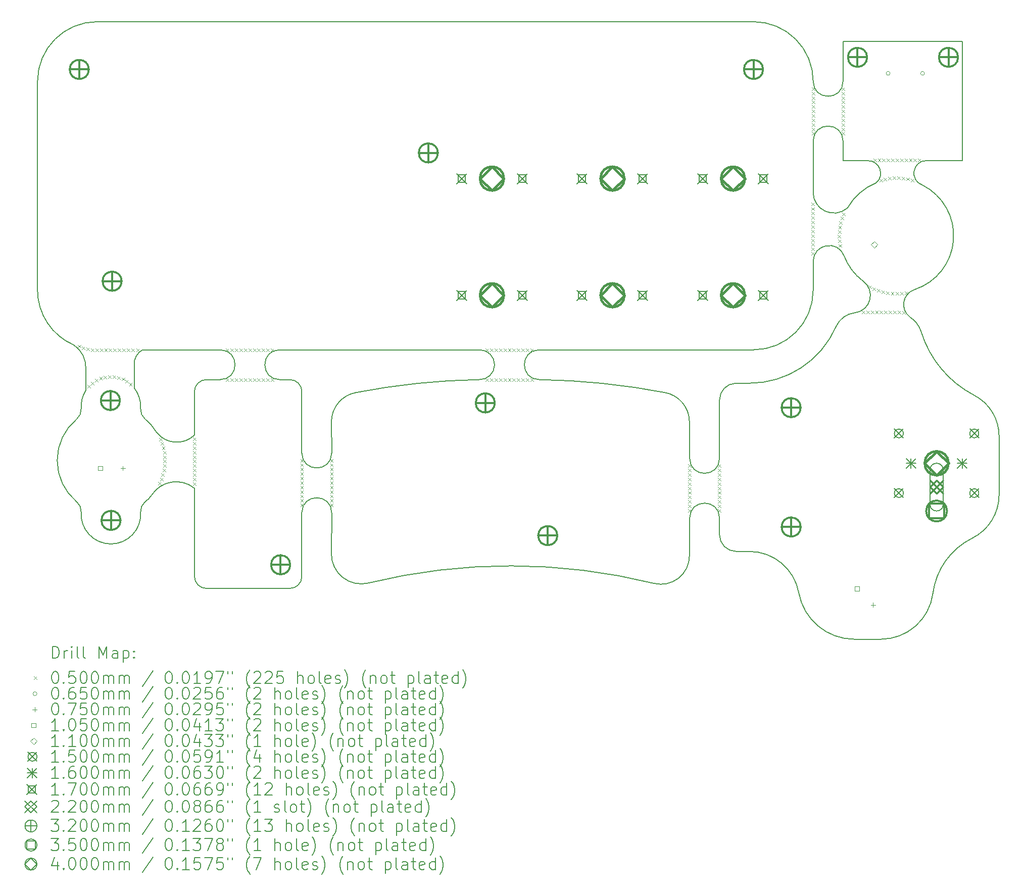
<source format=gbr>
%TF.GenerationSoftware,KiCad,Pcbnew,(6.0.9)*%
%TF.CreationDate,2022-11-09T21:55:08+01:00*%
%TF.ProjectId,libre-MIG-rounded,6c696272-652d-44d4-9947-2d726f756e64,v0.1*%
%TF.SameCoordinates,Original*%
%TF.FileFunction,Drillmap*%
%TF.FilePolarity,Positive*%
%FSLAX45Y45*%
G04 Gerber Fmt 4.5, Leading zero omitted, Abs format (unit mm)*
G04 Created by KiCad (PCBNEW (6.0.9)) date 2022-11-09 21:55:08*
%MOMM*%
%LPD*%
G01*
G04 APERTURE LIST*
%ADD10C,0.200000*%
%ADD11C,0.050000*%
%ADD12C,0.065000*%
%ADD13C,0.075000*%
%ADD14C,0.105000*%
%ADD15C,0.110000*%
%ADD16C,0.150000*%
%ADD17C,0.160000*%
%ADD18C,0.170000*%
%ADD19C,0.220000*%
%ADD20C,0.320000*%
%ADD21C,0.350000*%
%ADD22C,0.400000*%
G04 APERTURE END LIST*
D10*
X13501267Y-18349744D02*
G75*
G03*
X13428723Y-18518572I126943J-154546D01*
G01*
X26600000Y-12628103D02*
G75*
G03*
X26535000Y-13040000I0J-211077D01*
G01*
X15760000Y-15800000D02*
G75*
G03*
X15760000Y-16300000I0J-250000D01*
G01*
X15930000Y-19800000D02*
G75*
G03*
X16130000Y-19600000I0J200000D01*
G01*
X12509996Y-16120000D02*
G75*
G03*
X12310000Y-15720000I-455686J22160D01*
G01*
X16630000Y-17530000D02*
X16625857Y-17008453D01*
X22625849Y-17008453D02*
G75*
G03*
X22212059Y-16515940I-500009J-7D01*
G01*
X27815813Y-17247700D02*
G75*
G03*
X27399848Y-16562912I-771653J0D01*
G01*
X26400000Y-14790000D02*
G75*
G03*
X26535000Y-13040000I-295777J903024D01*
G01*
X25220003Y-14229999D02*
G75*
G03*
X24700000Y-14320000I-252213J-90001D01*
G01*
X19100008Y-16299799D02*
G75*
G03*
X17039704Y-16515895I213842J-11968561D01*
G01*
X25752637Y-13003517D02*
G75*
G03*
X25277500Y-13420000I350373J-878983D01*
G01*
X23410000Y-16360000D02*
G75*
G03*
X23130000Y-16640000I0J-280000D01*
G01*
X12431281Y-18518573D02*
G75*
G03*
X12358736Y-18349741I-199491J14283D01*
G01*
X27200000Y-10630000D02*
X27200000Y-12630000D01*
X24700000Y-11300000D02*
G75*
G03*
X23700000Y-10300000I-1000000J0D01*
G01*
X16130000Y-19600000D02*
X16130000Y-18520000D01*
X14330003Y-18119996D02*
G75*
G03*
X13610000Y-18240000I-306703J-379784D01*
G01*
X14329998Y-19600000D02*
X14330000Y-18120000D01*
X16130000Y-16500000D02*
G75*
G03*
X15930000Y-16300000I-200000J0D01*
G01*
X15760000Y-15800000D02*
X19110000Y-15800000D01*
X22630000Y-18620000D02*
X22625851Y-19252603D01*
X14329998Y-16500000D02*
X14330000Y-17230000D01*
X25832280Y-20651570D02*
X25390600Y-20651570D01*
X20110000Y-15800000D02*
X23700000Y-15800000D01*
X23630000Y-16360000D02*
G75*
G03*
X25084009Y-15409170I0J1587150D01*
G01*
X13320000Y-16050000D02*
X13320000Y-16440000D01*
X11700000Y-14800000D02*
G75*
G03*
X12310000Y-15720000I1004320J3680D01*
G01*
X26510699Y-15499909D02*
G75*
G03*
X27399846Y-16562910I1718851J534369D01*
G01*
X25200000Y-11300000D02*
X25200000Y-10629200D01*
X13428725Y-16790001D02*
G75*
G03*
X13501263Y-16958831I199485J-14289D01*
G01*
X22630000Y-17620000D02*
G75*
G03*
X23130000Y-17620000I250000J0D01*
G01*
X22630000Y-17620000D02*
X22625854Y-17008453D01*
X27200000Y-12630000D02*
X26600000Y-12628104D01*
X24458153Y-19872195D02*
G75*
G03*
X25390600Y-20651561I932447J168115D01*
G01*
X24699404Y-13160000D02*
G75*
G03*
X25277500Y-13420000I347516J0D01*
G01*
X23700000Y-15800000D02*
G75*
G03*
X24700000Y-14800000I0J1000000D01*
G01*
X23410000Y-16360000D02*
X23630000Y-16360000D01*
X13700000Y-17190000D02*
G75*
G03*
X13501263Y-16958831I-765880J-457420D01*
G01*
X25395000Y-15180003D02*
G75*
G03*
X25084015Y-15409168I43150J-384147D01*
G01*
X15760000Y-16300000D02*
X15930000Y-16300000D01*
X19100008Y-16299800D02*
G75*
G03*
X19110000Y-15800000I9992J249800D01*
G01*
X23130000Y-18620000D02*
G75*
G03*
X22630000Y-18620000I-250000J0D01*
G01*
X14529998Y-16300008D02*
G75*
G03*
X14329998Y-16500000I-8J-199992D01*
G01*
X25200000Y-12300000D02*
G75*
G03*
X24700000Y-12300000I-250000J0D01*
G01*
X24700000Y-14800000D02*
X24700000Y-14320000D01*
X25200000Y-12630000D02*
X25200000Y-12300000D01*
X25832280Y-20651564D02*
G75*
G03*
X26706737Y-19881715I0J881564D01*
G01*
X16625856Y-19223713D02*
G75*
G03*
X17244900Y-19709334I499994J-7D01*
G01*
X12431277Y-18518573D02*
G75*
G03*
X13428723Y-18518573I498723J-35714D01*
G01*
X25200000Y-10629200D02*
X27200000Y-10629200D01*
X16130000Y-16500000D02*
X16130000Y-17530000D01*
X26510697Y-15499909D02*
G75*
G03*
X26320000Y-15250000I-437187J-135891D01*
G01*
X12700000Y-10300000D02*
G75*
G03*
X11700000Y-11300000I0J-1000000D01*
G01*
X27363683Y-18958836D02*
G75*
G03*
X27815808Y-18229777I-361743J729056D01*
G01*
X17039649Y-16515944D02*
G75*
G03*
X16625857Y-17008453I86201J-492506D01*
G01*
X13699997Y-17190003D02*
G75*
G03*
X14330000Y-17230000I333303J268273D01*
G01*
X14529998Y-19800000D02*
X15930000Y-19800000D01*
X11700000Y-11300000D02*
X11700000Y-14800000D01*
X27815810Y-17247700D02*
X27815810Y-18229777D01*
X23130000Y-18900000D02*
X23130000Y-18620000D01*
X26400002Y-14790005D02*
G75*
G03*
X26320000Y-15250000I79408J-250765D01*
G01*
X13500705Y-18349742D02*
G75*
G03*
X13609440Y-18240000I-248645J355102D01*
G01*
X16630200Y-18530000D02*
G75*
G03*
X16130000Y-18520000I-250200J0D01*
G01*
X22033530Y-19715951D02*
G75*
G03*
X17244901Y-19709349I-2407700J-9705799D01*
G01*
X24700000Y-12300000D02*
X24699412Y-13160000D01*
X14760000Y-16300000D02*
G75*
G03*
X14760000Y-15800000I0J250000D01*
G01*
X25752424Y-13002984D02*
G75*
G03*
X25620000Y-12630000I-132425J162984D01*
G01*
X14760000Y-15800000D02*
X13460000Y-15800000D01*
X25395000Y-15180005D02*
G75*
G03*
X25532500Y-14645000I-31491J293265D01*
G01*
X22212059Y-16515940D02*
G75*
G03*
X20110000Y-16300000I-2294129J-11992909D01*
G01*
X25219998Y-14230001D02*
G75*
G03*
X25532500Y-14645000I873392J332521D01*
G01*
X12358738Y-16958833D02*
G75*
G03*
X12431277Y-16790001I-126948J154543D01*
G01*
X16630200Y-18530000D02*
X16625854Y-19223713D01*
X25620000Y-12630000D02*
X25200000Y-12630000D01*
X12510000Y-16120000D02*
X12510000Y-16480000D01*
X20110000Y-15800000D02*
G75*
G03*
X20110000Y-16300000I0J-250000D01*
G01*
X23700000Y-10300000D02*
X12700000Y-10300000D01*
X24700000Y-11300000D02*
G75*
G03*
X25200000Y-11300000I250000J0D01*
G01*
X23130000Y-17620000D02*
X23130000Y-16640000D01*
X23410000Y-19180000D02*
X23630000Y-19180000D01*
X22033535Y-19715938D02*
G75*
G03*
X22625851Y-19252603I114936J463338D01*
G01*
X27363685Y-18958833D02*
G75*
G03*
X26706734Y-19881712I533375J-1074947D01*
G01*
X12510001Y-16480001D02*
G75*
G03*
X12431277Y-16790001I439119J-276509D01*
G01*
X16130000Y-17530000D02*
G75*
G03*
X16630000Y-17530000I250000J0D01*
G01*
X23130000Y-18900000D02*
G75*
G03*
X23410000Y-19180000I280000J0D01*
G01*
X24458158Y-19872202D02*
G75*
G03*
X23630000Y-19180000I-828158J-149308D01*
G01*
X14760000Y-16300000D02*
X14529998Y-16300000D01*
X13460001Y-15800001D02*
G75*
G03*
X13320000Y-16050000I133639J-239039D01*
G01*
X14330000Y-19600000D02*
G75*
G03*
X14529998Y-19800000I200000J0D01*
G01*
X13428723Y-16790001D02*
G75*
G03*
X13320000Y-16440000I-507203J34331D01*
G01*
X12358736Y-16958833D02*
G75*
G03*
X12358730Y-18349737I571264J-695454D01*
G01*
D11*
X12375000Y-15715000D02*
X12425000Y-15765000D01*
X12425000Y-15715000D02*
X12375000Y-15765000D01*
X12445000Y-15745000D02*
X12495000Y-15795000D01*
X12495000Y-15745000D02*
X12445000Y-15795000D01*
X12520000Y-15765000D02*
X12570000Y-15815000D01*
X12570000Y-15765000D02*
X12520000Y-15815000D01*
X12535000Y-16385000D02*
X12585000Y-16435000D01*
X12585000Y-16385000D02*
X12535000Y-16435000D01*
X12595000Y-15775000D02*
X12645000Y-15825000D01*
X12645000Y-15775000D02*
X12595000Y-15825000D01*
X12595000Y-16335000D02*
X12645000Y-16385000D01*
X12645000Y-16335000D02*
X12595000Y-16385000D01*
X12665000Y-16285000D02*
X12715000Y-16335000D01*
X12715000Y-16285000D02*
X12665000Y-16335000D01*
X12670000Y-15775000D02*
X12720000Y-15825000D01*
X12720000Y-15775000D02*
X12670000Y-15825000D01*
X12735000Y-16255000D02*
X12785000Y-16305000D01*
X12785000Y-16255000D02*
X12735000Y-16305000D01*
X12745000Y-15775000D02*
X12795000Y-15825000D01*
X12795000Y-15775000D02*
X12745000Y-15825000D01*
X12810000Y-16235000D02*
X12860000Y-16285000D01*
X12860000Y-16235000D02*
X12810000Y-16285000D01*
X12820000Y-15775000D02*
X12870000Y-15825000D01*
X12870000Y-15775000D02*
X12820000Y-15825000D01*
X12885000Y-16225000D02*
X12935000Y-16275000D01*
X12935000Y-16225000D02*
X12885000Y-16275000D01*
X12895000Y-15775000D02*
X12945000Y-15825000D01*
X12945000Y-15775000D02*
X12895000Y-15825000D01*
X12960000Y-16225000D02*
X13010000Y-16275000D01*
X13010000Y-16225000D02*
X12960000Y-16275000D01*
X12970000Y-15775000D02*
X13020000Y-15825000D01*
X13020000Y-15775000D02*
X12970000Y-15825000D01*
X13035000Y-16245000D02*
X13085000Y-16295000D01*
X13085000Y-16245000D02*
X13035000Y-16295000D01*
X13045000Y-15775000D02*
X13095000Y-15825000D01*
X13095000Y-15775000D02*
X13045000Y-15825000D01*
X13110000Y-16265000D02*
X13160000Y-16315000D01*
X13160000Y-16265000D02*
X13110000Y-16315000D01*
X13120000Y-15775000D02*
X13170000Y-15825000D01*
X13170000Y-15775000D02*
X13120000Y-15825000D01*
X13175000Y-16305000D02*
X13225000Y-16355000D01*
X13225000Y-16305000D02*
X13175000Y-16355000D01*
X13195000Y-15775000D02*
X13245000Y-15825000D01*
X13245000Y-15775000D02*
X13195000Y-15825000D01*
X13235000Y-16355000D02*
X13285000Y-16405000D01*
X13285000Y-16355000D02*
X13235000Y-16405000D01*
X13270000Y-15775000D02*
X13320000Y-15825000D01*
X13320000Y-15775000D02*
X13270000Y-15825000D01*
X13355000Y-15775000D02*
X13405000Y-15825000D01*
X13405000Y-15775000D02*
X13355000Y-15825000D01*
X13725000Y-18015000D02*
X13775000Y-18065000D01*
X13775000Y-18015000D02*
X13725000Y-18065000D01*
X13735000Y-17275000D02*
X13785000Y-17325000D01*
X13785000Y-17275000D02*
X13735000Y-17325000D01*
X13755000Y-17945000D02*
X13805000Y-17995000D01*
X13805000Y-17945000D02*
X13755000Y-17995000D01*
X13765000Y-17345000D02*
X13815000Y-17395000D01*
X13815000Y-17345000D02*
X13765000Y-17395000D01*
X13775000Y-17870000D02*
X13825000Y-17920000D01*
X13825000Y-17870000D02*
X13775000Y-17920000D01*
X13785000Y-17420000D02*
X13835000Y-17470000D01*
X13835000Y-17420000D02*
X13785000Y-17470000D01*
X13795000Y-17795000D02*
X13845000Y-17845000D01*
X13845000Y-17795000D02*
X13795000Y-17845000D01*
X13805000Y-17495000D02*
X13855000Y-17545000D01*
X13855000Y-17495000D02*
X13805000Y-17545000D01*
X13805000Y-17570000D02*
X13855000Y-17620000D01*
X13855000Y-17570000D02*
X13805000Y-17620000D01*
X13805000Y-17645000D02*
X13855000Y-17695000D01*
X13855000Y-17645000D02*
X13805000Y-17695000D01*
X13805000Y-17720000D02*
X13855000Y-17770000D01*
X13855000Y-17720000D02*
X13805000Y-17770000D01*
X14305000Y-17270000D02*
X14355000Y-17320000D01*
X14355000Y-17270000D02*
X14305000Y-17320000D01*
X14305000Y-17345000D02*
X14355000Y-17395000D01*
X14355000Y-17345000D02*
X14305000Y-17395000D01*
X14305000Y-17420000D02*
X14355000Y-17470000D01*
X14355000Y-17420000D02*
X14305000Y-17470000D01*
X14305000Y-17495000D02*
X14355000Y-17545000D01*
X14355000Y-17495000D02*
X14305000Y-17545000D01*
X14305000Y-17570000D02*
X14355000Y-17620000D01*
X14355000Y-17570000D02*
X14305000Y-17620000D01*
X14305000Y-17645000D02*
X14355000Y-17695000D01*
X14355000Y-17645000D02*
X14305000Y-17695000D01*
X14305000Y-17720000D02*
X14355000Y-17770000D01*
X14355000Y-17720000D02*
X14305000Y-17770000D01*
X14305000Y-17795000D02*
X14355000Y-17845000D01*
X14355000Y-17795000D02*
X14305000Y-17845000D01*
X14305000Y-17870000D02*
X14355000Y-17920000D01*
X14355000Y-17870000D02*
X14305000Y-17920000D01*
X14305000Y-17945000D02*
X14355000Y-17995000D01*
X14355000Y-17945000D02*
X14305000Y-17995000D01*
X14305000Y-18020000D02*
X14355000Y-18070000D01*
X14355000Y-18020000D02*
X14305000Y-18070000D01*
X14860000Y-15775000D02*
X14910000Y-15825000D01*
X14910000Y-15775000D02*
X14860000Y-15825000D01*
X14860000Y-16275000D02*
X14910000Y-16325000D01*
X14910000Y-16275000D02*
X14860000Y-16325000D01*
X14935000Y-15775000D02*
X14985000Y-15825000D01*
X14985000Y-15775000D02*
X14935000Y-15825000D01*
X14935000Y-15775000D02*
X14985000Y-15825000D01*
X14985000Y-15775000D02*
X14935000Y-15825000D01*
X14935000Y-16275000D02*
X14985000Y-16325000D01*
X14985000Y-16275000D02*
X14935000Y-16325000D01*
X14935000Y-16275000D02*
X14985000Y-16325000D01*
X14985000Y-16275000D02*
X14935000Y-16325000D01*
X15010000Y-15775000D02*
X15060000Y-15825000D01*
X15060000Y-15775000D02*
X15010000Y-15825000D01*
X15010000Y-16275000D02*
X15060000Y-16325000D01*
X15060000Y-16275000D02*
X15010000Y-16325000D01*
X15085000Y-15775000D02*
X15135000Y-15825000D01*
X15135000Y-15775000D02*
X15085000Y-15825000D01*
X15085000Y-16275000D02*
X15135000Y-16325000D01*
X15135000Y-16275000D02*
X15085000Y-16325000D01*
X15160000Y-15775000D02*
X15210000Y-15825000D01*
X15210000Y-15775000D02*
X15160000Y-15825000D01*
X15160000Y-16275000D02*
X15210000Y-16325000D01*
X15210000Y-16275000D02*
X15160000Y-16325000D01*
X15235000Y-15775000D02*
X15285000Y-15825000D01*
X15285000Y-15775000D02*
X15235000Y-15825000D01*
X15235000Y-16275000D02*
X15285000Y-16325000D01*
X15285000Y-16275000D02*
X15235000Y-16325000D01*
X15310000Y-15775000D02*
X15360000Y-15825000D01*
X15360000Y-15775000D02*
X15310000Y-15825000D01*
X15310000Y-16275000D02*
X15360000Y-16325000D01*
X15360000Y-16275000D02*
X15310000Y-16325000D01*
X15385000Y-15775000D02*
X15435000Y-15825000D01*
X15435000Y-15775000D02*
X15385000Y-15825000D01*
X15385000Y-16275000D02*
X15435000Y-16325000D01*
X15435000Y-16275000D02*
X15385000Y-16325000D01*
X15460000Y-15775000D02*
X15510000Y-15825000D01*
X15510000Y-15775000D02*
X15460000Y-15825000D01*
X15460000Y-16275000D02*
X15510000Y-16325000D01*
X15510000Y-16275000D02*
X15460000Y-16325000D01*
X15535000Y-15775000D02*
X15585000Y-15825000D01*
X15585000Y-15775000D02*
X15535000Y-15825000D01*
X15535000Y-16275000D02*
X15585000Y-16325000D01*
X15585000Y-16275000D02*
X15535000Y-16325000D01*
X15610000Y-15775000D02*
X15660000Y-15825000D01*
X15660000Y-15775000D02*
X15610000Y-15825000D01*
X15610000Y-16275000D02*
X15660000Y-16325000D01*
X15660000Y-16275000D02*
X15610000Y-16325000D01*
X16105000Y-17630000D02*
X16155000Y-17680000D01*
X16155000Y-17630000D02*
X16105000Y-17680000D01*
X16105000Y-17705000D02*
X16155000Y-17755000D01*
X16155000Y-17705000D02*
X16105000Y-17755000D01*
X16105000Y-17780000D02*
X16155000Y-17830000D01*
X16155000Y-17780000D02*
X16105000Y-17830000D01*
X16105000Y-17855000D02*
X16155000Y-17905000D01*
X16155000Y-17855000D02*
X16105000Y-17905000D01*
X16105000Y-17930000D02*
X16155000Y-17980000D01*
X16155000Y-17930000D02*
X16105000Y-17980000D01*
X16105000Y-18005000D02*
X16155000Y-18055000D01*
X16155000Y-18005000D02*
X16105000Y-18055000D01*
X16105000Y-18080000D02*
X16155000Y-18130000D01*
X16155000Y-18080000D02*
X16105000Y-18130000D01*
X16105000Y-18155000D02*
X16155000Y-18205000D01*
X16155000Y-18155000D02*
X16105000Y-18205000D01*
X16105000Y-18230000D02*
X16155000Y-18280000D01*
X16155000Y-18230000D02*
X16105000Y-18280000D01*
X16105000Y-18305000D02*
X16155000Y-18355000D01*
X16155000Y-18305000D02*
X16105000Y-18355000D01*
X16105000Y-18305000D02*
X16155000Y-18355000D01*
X16155000Y-18305000D02*
X16105000Y-18355000D01*
X16105000Y-18380000D02*
X16155000Y-18430000D01*
X16155000Y-18380000D02*
X16105000Y-18430000D01*
X16605000Y-17630000D02*
X16655000Y-17680000D01*
X16655000Y-17630000D02*
X16605000Y-17680000D01*
X16605000Y-17705000D02*
X16655000Y-17755000D01*
X16655000Y-17705000D02*
X16605000Y-17755000D01*
X16605000Y-17780000D02*
X16655000Y-17830000D01*
X16655000Y-17780000D02*
X16605000Y-17830000D01*
X16605000Y-17855000D02*
X16655000Y-17905000D01*
X16655000Y-17855000D02*
X16605000Y-17905000D01*
X16605000Y-17930000D02*
X16655000Y-17980000D01*
X16655000Y-17930000D02*
X16605000Y-17980000D01*
X16605000Y-18005000D02*
X16655000Y-18055000D01*
X16655000Y-18005000D02*
X16605000Y-18055000D01*
X16605000Y-18080000D02*
X16655000Y-18130000D01*
X16655000Y-18080000D02*
X16605000Y-18130000D01*
X16605000Y-18155000D02*
X16655000Y-18205000D01*
X16655000Y-18155000D02*
X16605000Y-18205000D01*
X16605000Y-18230000D02*
X16655000Y-18280000D01*
X16655000Y-18230000D02*
X16605000Y-18280000D01*
X16605000Y-18305000D02*
X16655000Y-18355000D01*
X16655000Y-18305000D02*
X16605000Y-18355000D01*
X16605000Y-18305000D02*
X16655000Y-18355000D01*
X16655000Y-18305000D02*
X16605000Y-18355000D01*
X16605000Y-18380000D02*
X16655000Y-18430000D01*
X16655000Y-18380000D02*
X16605000Y-18430000D01*
X19210000Y-15775000D02*
X19260000Y-15825000D01*
X19260000Y-15775000D02*
X19210000Y-15825000D01*
X19210000Y-16275000D02*
X19260000Y-16325000D01*
X19260000Y-16275000D02*
X19210000Y-16325000D01*
X19285000Y-15775000D02*
X19335000Y-15825000D01*
X19335000Y-15775000D02*
X19285000Y-15825000D01*
X19285000Y-15775000D02*
X19335000Y-15825000D01*
X19335000Y-15775000D02*
X19285000Y-15825000D01*
X19285000Y-16275000D02*
X19335000Y-16325000D01*
X19335000Y-16275000D02*
X19285000Y-16325000D01*
X19285000Y-16275000D02*
X19335000Y-16325000D01*
X19335000Y-16275000D02*
X19285000Y-16325000D01*
X19360000Y-15775000D02*
X19410000Y-15825000D01*
X19410000Y-15775000D02*
X19360000Y-15825000D01*
X19360000Y-16275000D02*
X19410000Y-16325000D01*
X19410000Y-16275000D02*
X19360000Y-16325000D01*
X19435000Y-15775000D02*
X19485000Y-15825000D01*
X19485000Y-15775000D02*
X19435000Y-15825000D01*
X19435000Y-16275000D02*
X19485000Y-16325000D01*
X19485000Y-16275000D02*
X19435000Y-16325000D01*
X19510000Y-15775000D02*
X19560000Y-15825000D01*
X19560000Y-15775000D02*
X19510000Y-15825000D01*
X19510000Y-16275000D02*
X19560000Y-16325000D01*
X19560000Y-16275000D02*
X19510000Y-16325000D01*
X19585000Y-15775000D02*
X19635000Y-15825000D01*
X19635000Y-15775000D02*
X19585000Y-15825000D01*
X19585000Y-16275000D02*
X19635000Y-16325000D01*
X19635000Y-16275000D02*
X19585000Y-16325000D01*
X19660000Y-15775000D02*
X19710000Y-15825000D01*
X19710000Y-15775000D02*
X19660000Y-15825000D01*
X19660000Y-16275000D02*
X19710000Y-16325000D01*
X19710000Y-16275000D02*
X19660000Y-16325000D01*
X19735000Y-15775000D02*
X19785000Y-15825000D01*
X19785000Y-15775000D02*
X19735000Y-15825000D01*
X19735000Y-16275000D02*
X19785000Y-16325000D01*
X19785000Y-16275000D02*
X19735000Y-16325000D01*
X19810000Y-15775000D02*
X19860000Y-15825000D01*
X19860000Y-15775000D02*
X19810000Y-15825000D01*
X19810000Y-16275000D02*
X19860000Y-16325000D01*
X19860000Y-16275000D02*
X19810000Y-16325000D01*
X19885000Y-15775000D02*
X19935000Y-15825000D01*
X19935000Y-15775000D02*
X19885000Y-15825000D01*
X19885000Y-16275000D02*
X19935000Y-16325000D01*
X19935000Y-16275000D02*
X19885000Y-16325000D01*
X19960000Y-15775000D02*
X20010000Y-15825000D01*
X20010000Y-15775000D02*
X19960000Y-15825000D01*
X19960000Y-16275000D02*
X20010000Y-16325000D01*
X20010000Y-16275000D02*
X19960000Y-16325000D01*
X22605000Y-17720000D02*
X22655000Y-17770000D01*
X22655000Y-17720000D02*
X22605000Y-17770000D01*
X22605000Y-17795000D02*
X22655000Y-17845000D01*
X22655000Y-17795000D02*
X22605000Y-17845000D01*
X22605000Y-17870000D02*
X22655000Y-17920000D01*
X22655000Y-17870000D02*
X22605000Y-17920000D01*
X22605000Y-17945000D02*
X22655000Y-17995000D01*
X22655000Y-17945000D02*
X22605000Y-17995000D01*
X22605000Y-18020000D02*
X22655000Y-18070000D01*
X22655000Y-18020000D02*
X22605000Y-18070000D01*
X22605000Y-18095000D02*
X22655000Y-18145000D01*
X22655000Y-18095000D02*
X22605000Y-18145000D01*
X22605000Y-18170000D02*
X22655000Y-18220000D01*
X22655000Y-18170000D02*
X22605000Y-18220000D01*
X22605000Y-18245000D02*
X22655000Y-18295000D01*
X22655000Y-18245000D02*
X22605000Y-18295000D01*
X22605000Y-18320000D02*
X22655000Y-18370000D01*
X22655000Y-18320000D02*
X22605000Y-18370000D01*
X22605000Y-18395000D02*
X22655000Y-18445000D01*
X22655000Y-18395000D02*
X22605000Y-18445000D01*
X22605000Y-18395000D02*
X22655000Y-18445000D01*
X22655000Y-18395000D02*
X22605000Y-18445000D01*
X22605000Y-18470000D02*
X22655000Y-18520000D01*
X22655000Y-18470000D02*
X22605000Y-18520000D01*
X23105000Y-17720000D02*
X23155000Y-17770000D01*
X23155000Y-17720000D02*
X23105000Y-17770000D01*
X23105000Y-17795000D02*
X23155000Y-17845000D01*
X23155000Y-17795000D02*
X23105000Y-17845000D01*
X23105000Y-17870000D02*
X23155000Y-17920000D01*
X23155000Y-17870000D02*
X23105000Y-17920000D01*
X23105000Y-17945000D02*
X23155000Y-17995000D01*
X23155000Y-17945000D02*
X23105000Y-17995000D01*
X23105000Y-18020000D02*
X23155000Y-18070000D01*
X23155000Y-18020000D02*
X23105000Y-18070000D01*
X23105000Y-18095000D02*
X23155000Y-18145000D01*
X23155000Y-18095000D02*
X23105000Y-18145000D01*
X23105000Y-18170000D02*
X23155000Y-18220000D01*
X23155000Y-18170000D02*
X23105000Y-18220000D01*
X23105000Y-18245000D02*
X23155000Y-18295000D01*
X23155000Y-18245000D02*
X23105000Y-18295000D01*
X23105000Y-18320000D02*
X23155000Y-18370000D01*
X23155000Y-18320000D02*
X23105000Y-18370000D01*
X23105000Y-18395000D02*
X23155000Y-18445000D01*
X23155000Y-18395000D02*
X23105000Y-18445000D01*
X23105000Y-18395000D02*
X23155000Y-18445000D01*
X23155000Y-18395000D02*
X23105000Y-18445000D01*
X23105000Y-18470000D02*
X23155000Y-18520000D01*
X23155000Y-18470000D02*
X23105000Y-18520000D01*
X24672500Y-13332500D02*
X24722500Y-13382500D01*
X24722500Y-13332500D02*
X24672500Y-13382500D01*
X24672500Y-13412500D02*
X24722500Y-13462500D01*
X24722500Y-13412500D02*
X24672500Y-13462500D01*
X24672500Y-13487500D02*
X24722500Y-13537500D01*
X24722500Y-13487500D02*
X24672500Y-13537500D01*
X24672500Y-13562500D02*
X24722500Y-13612500D01*
X24722500Y-13562500D02*
X24672500Y-13612500D01*
X24672500Y-13637500D02*
X24722500Y-13687500D01*
X24722500Y-13637500D02*
X24672500Y-13687500D01*
X24672500Y-13712500D02*
X24722500Y-13762500D01*
X24722500Y-13712500D02*
X24672500Y-13762500D01*
X24672500Y-13787500D02*
X24722500Y-13837500D01*
X24722500Y-13787500D02*
X24672500Y-13837500D01*
X24672500Y-13862500D02*
X24722500Y-13912500D01*
X24722500Y-13862500D02*
X24672500Y-13912500D01*
X24672500Y-13937500D02*
X24722500Y-13987500D01*
X24722500Y-13937500D02*
X24672500Y-13987500D01*
X24672500Y-14012500D02*
X24722500Y-14062500D01*
X24722500Y-14012500D02*
X24672500Y-14062500D01*
X24672500Y-14087500D02*
X24722500Y-14137500D01*
X24722500Y-14087500D02*
X24672500Y-14137500D01*
X24672500Y-14162500D02*
X24722500Y-14212500D01*
X24722500Y-14162500D02*
X24672500Y-14212500D01*
X24675000Y-11400000D02*
X24725000Y-11450000D01*
X24725000Y-11400000D02*
X24675000Y-11450000D01*
X24675000Y-11475000D02*
X24725000Y-11525000D01*
X24725000Y-11475000D02*
X24675000Y-11525000D01*
X24675000Y-11550000D02*
X24725000Y-11600000D01*
X24725000Y-11550000D02*
X24675000Y-11600000D01*
X24675000Y-11625000D02*
X24725000Y-11675000D01*
X24725000Y-11625000D02*
X24675000Y-11675000D01*
X24675000Y-11700000D02*
X24725000Y-11750000D01*
X24725000Y-11700000D02*
X24675000Y-11750000D01*
X24675000Y-11775000D02*
X24725000Y-11825000D01*
X24725000Y-11775000D02*
X24675000Y-11825000D01*
X24675000Y-11850000D02*
X24725000Y-11900000D01*
X24725000Y-11850000D02*
X24675000Y-11900000D01*
X24675000Y-11925000D02*
X24725000Y-11975000D01*
X24725000Y-11925000D02*
X24675000Y-11975000D01*
X24675000Y-12000000D02*
X24725000Y-12050000D01*
X24725000Y-12000000D02*
X24675000Y-12050000D01*
X24675000Y-12075000D02*
X24725000Y-12125000D01*
X24725000Y-12075000D02*
X24675000Y-12125000D01*
X24675000Y-12075000D02*
X24725000Y-12125000D01*
X24725000Y-12075000D02*
X24675000Y-12125000D01*
X24675000Y-12150000D02*
X24725000Y-12200000D01*
X24725000Y-12150000D02*
X24675000Y-12200000D01*
X25112500Y-13875000D02*
X25162500Y-13925000D01*
X25162500Y-13875000D02*
X25112500Y-13925000D01*
X25115000Y-13797500D02*
X25165000Y-13847500D01*
X25165000Y-13797500D02*
X25115000Y-13847500D01*
X25117500Y-13952500D02*
X25167500Y-14002500D01*
X25167500Y-13952500D02*
X25117500Y-14002500D01*
X25122500Y-13720000D02*
X25172500Y-13770000D01*
X25172500Y-13720000D02*
X25122500Y-13770000D01*
X25127500Y-14030000D02*
X25177500Y-14080000D01*
X25177500Y-14030000D02*
X25127500Y-14080000D01*
X25137500Y-13645000D02*
X25187500Y-13695000D01*
X25187500Y-13645000D02*
X25137500Y-13695000D01*
X25157500Y-13572500D02*
X25207500Y-13622500D01*
X25207500Y-13572500D02*
X25157500Y-13622500D01*
X25175000Y-11400000D02*
X25225000Y-11450000D01*
X25225000Y-11400000D02*
X25175000Y-11450000D01*
X25175000Y-11475000D02*
X25225000Y-11525000D01*
X25225000Y-11475000D02*
X25175000Y-11525000D01*
X25175000Y-11550000D02*
X25225000Y-11600000D01*
X25225000Y-11550000D02*
X25175000Y-11600000D01*
X25175000Y-11625000D02*
X25225000Y-11675000D01*
X25225000Y-11625000D02*
X25175000Y-11675000D01*
X25175000Y-11700000D02*
X25225000Y-11750000D01*
X25225000Y-11700000D02*
X25175000Y-11750000D01*
X25175000Y-11775000D02*
X25225000Y-11825000D01*
X25225000Y-11775000D02*
X25175000Y-11825000D01*
X25175000Y-11850000D02*
X25225000Y-11900000D01*
X25225000Y-11850000D02*
X25175000Y-11900000D01*
X25175000Y-11925000D02*
X25225000Y-11975000D01*
X25225000Y-11925000D02*
X25175000Y-11975000D01*
X25175000Y-12000000D02*
X25225000Y-12050000D01*
X25225000Y-12000000D02*
X25175000Y-12050000D01*
X25175000Y-12075000D02*
X25225000Y-12125000D01*
X25225000Y-12075000D02*
X25175000Y-12125000D01*
X25175000Y-12075000D02*
X25225000Y-12125000D01*
X25225000Y-12075000D02*
X25175000Y-12125000D01*
X25175000Y-12150000D02*
X25225000Y-12200000D01*
X25225000Y-12150000D02*
X25175000Y-12200000D01*
X25182500Y-13500000D02*
X25232500Y-13550000D01*
X25232500Y-13500000D02*
X25182500Y-13550000D01*
X25515000Y-15142500D02*
X25565000Y-15192500D01*
X25565000Y-15142500D02*
X25515000Y-15192500D01*
X25590000Y-15142500D02*
X25640000Y-15192500D01*
X25640000Y-15142500D02*
X25590000Y-15192500D01*
X25625000Y-14717500D02*
X25675000Y-14767500D01*
X25675000Y-14717500D02*
X25625000Y-14767500D01*
X25665000Y-15142500D02*
X25715000Y-15192500D01*
X25715000Y-15142500D02*
X25665000Y-15192500D01*
X25695000Y-14752500D02*
X25745000Y-14802500D01*
X25745000Y-14752500D02*
X25695000Y-14802500D01*
X25707500Y-12597500D02*
X25757500Y-12647500D01*
X25757500Y-12597500D02*
X25707500Y-12647500D01*
X25740000Y-15142500D02*
X25790000Y-15192500D01*
X25790000Y-15142500D02*
X25740000Y-15192500D01*
X25770000Y-14782500D02*
X25820000Y-14832500D01*
X25820000Y-14782500D02*
X25770000Y-14832500D01*
X25782500Y-12597500D02*
X25832500Y-12647500D01*
X25832500Y-12597500D02*
X25782500Y-12647500D01*
X25810000Y-12937500D02*
X25860000Y-12987500D01*
X25860000Y-12937500D02*
X25810000Y-12987500D01*
X25815000Y-15142500D02*
X25865000Y-15192500D01*
X25865000Y-15142500D02*
X25815000Y-15192500D01*
X25847500Y-14802500D02*
X25897500Y-14852500D01*
X25897500Y-14802500D02*
X25847500Y-14852500D01*
X25857500Y-12597500D02*
X25907500Y-12647500D01*
X25907500Y-12597500D02*
X25857500Y-12647500D01*
X25882500Y-12917500D02*
X25932500Y-12967500D01*
X25932500Y-12917500D02*
X25882500Y-12967500D01*
X25890000Y-15142500D02*
X25940000Y-15192500D01*
X25940000Y-15142500D02*
X25890000Y-15192500D01*
X25925000Y-14820000D02*
X25975000Y-14870000D01*
X25975000Y-14820000D02*
X25925000Y-14870000D01*
X25932500Y-12597500D02*
X25982500Y-12647500D01*
X25982500Y-12597500D02*
X25932500Y-12647500D01*
X25957500Y-12902500D02*
X26007500Y-12952500D01*
X26007500Y-12902500D02*
X25957500Y-12952500D01*
X25965000Y-15142500D02*
X26015000Y-15192500D01*
X26015000Y-15142500D02*
X25965000Y-15192500D01*
X26002500Y-14830000D02*
X26052500Y-14880000D01*
X26052500Y-14830000D02*
X26002500Y-14880000D01*
X26007500Y-12597500D02*
X26057500Y-12647500D01*
X26057500Y-12597500D02*
X26007500Y-12647500D01*
X26032500Y-12895000D02*
X26082500Y-12945000D01*
X26082500Y-12895000D02*
X26032500Y-12945000D01*
X26040000Y-15142500D02*
X26090000Y-15192500D01*
X26090000Y-15142500D02*
X26040000Y-15192500D01*
X26080000Y-14832500D02*
X26130000Y-14882500D01*
X26130000Y-14832500D02*
X26080000Y-14882500D01*
X26082500Y-12597500D02*
X26132500Y-12647500D01*
X26132500Y-12597500D02*
X26082500Y-12647500D01*
X26107500Y-12895000D02*
X26157500Y-12945000D01*
X26157500Y-12895000D02*
X26107500Y-12945000D01*
X26115000Y-15142500D02*
X26165000Y-15192500D01*
X26165000Y-15142500D02*
X26115000Y-15192500D01*
X26157500Y-12597500D02*
X26207500Y-12647500D01*
X26207500Y-12597500D02*
X26157500Y-12647500D01*
X26157500Y-14830000D02*
X26207500Y-14880000D01*
X26207500Y-14830000D02*
X26157500Y-14880000D01*
X26182500Y-12900000D02*
X26232500Y-12950000D01*
X26232500Y-12900000D02*
X26182500Y-12950000D01*
X26190000Y-15155000D02*
X26240000Y-15205000D01*
X26240000Y-15155000D02*
X26190000Y-15205000D01*
X26232500Y-12597500D02*
X26282500Y-12647500D01*
X26282500Y-12597500D02*
X26232500Y-12647500D01*
X26232500Y-14820000D02*
X26282500Y-14870000D01*
X26282500Y-14820000D02*
X26232500Y-14870000D01*
X26260000Y-12912500D02*
X26310000Y-12962500D01*
X26310000Y-12912500D02*
X26260000Y-12962500D01*
X26307500Y-12597500D02*
X26357500Y-12647500D01*
X26357500Y-12597500D02*
X26307500Y-12647500D01*
X26335000Y-12930000D02*
X26385000Y-12980000D01*
X26385000Y-12930000D02*
X26335000Y-12980000D01*
X26382500Y-12597500D02*
X26432500Y-12647500D01*
X26432500Y-12597500D02*
X26382500Y-12647500D01*
X26457500Y-12597500D02*
X26507500Y-12647500D01*
X26507500Y-12597500D02*
X26457500Y-12647500D01*
D12*
X25987800Y-11165000D02*
G75*
G03*
X25987800Y-11165000I-32500J0D01*
G01*
X26565800Y-11165000D02*
G75*
G03*
X26565800Y-11165000I-32500J0D01*
G01*
D13*
X13130570Y-17747337D02*
X13130570Y-17822337D01*
X13093070Y-17784837D02*
X13168070Y-17784837D01*
X25702750Y-20038437D02*
X25702750Y-20113437D01*
X25665250Y-20075937D02*
X25740250Y-20075937D01*
D14*
X12787693Y-17821960D02*
X12787693Y-17747713D01*
X12713446Y-17747713D01*
X12713446Y-17821960D01*
X12787693Y-17821960D01*
X25471173Y-19844360D02*
X25471173Y-19770113D01*
X25396926Y-19770113D01*
X25396926Y-19844360D01*
X25471173Y-19844360D01*
D15*
X25725020Y-14092420D02*
X25780020Y-14037420D01*
X25725020Y-13982420D01*
X25670020Y-14037420D01*
X25725020Y-14092420D01*
D16*
X26060900Y-17126587D02*
X26210900Y-17276587D01*
X26210900Y-17126587D02*
X26060900Y-17276587D01*
X26210900Y-17201587D02*
G75*
G03*
X26210900Y-17201587I-75000J0D01*
G01*
X26060900Y-18126587D02*
X26210900Y-18276587D01*
X26210900Y-18126587D02*
X26060900Y-18276587D01*
X26210900Y-18201587D02*
G75*
G03*
X26210900Y-18201587I-75000J0D01*
G01*
X27325900Y-17126587D02*
X27475900Y-17276587D01*
X27475900Y-17126587D02*
X27325900Y-17276587D01*
X27475900Y-17201587D02*
G75*
G03*
X27475900Y-17201587I-75000J0D01*
G01*
X27325900Y-18126587D02*
X27475900Y-18276587D01*
X27475900Y-18126587D02*
X27325900Y-18276587D01*
X27475900Y-18201587D02*
G75*
G03*
X27475900Y-18201587I-75000J0D01*
G01*
D17*
X26258400Y-17621587D02*
X26418400Y-17781587D01*
X26418400Y-17621587D02*
X26258400Y-17781587D01*
X26338400Y-17621587D02*
X26338400Y-17781587D01*
X26258400Y-17701587D02*
X26418400Y-17701587D01*
X27118400Y-17621587D02*
X27278400Y-17781587D01*
X27278400Y-17621587D02*
X27118400Y-17781587D01*
X27198400Y-17621587D02*
X27198400Y-17781587D01*
X27118400Y-17701587D02*
X27278400Y-17701587D01*
D18*
X18723000Y-12844800D02*
X18893000Y-13014800D01*
X18893000Y-12844800D02*
X18723000Y-13014800D01*
X18868105Y-12989905D02*
X18868105Y-12869695D01*
X18747895Y-12869695D01*
X18747895Y-12989905D01*
X18868105Y-12989905D01*
X18723000Y-14800600D02*
X18893000Y-14970600D01*
X18893000Y-14800600D02*
X18723000Y-14970600D01*
X18868105Y-14945705D02*
X18868105Y-14825495D01*
X18747895Y-14825495D01*
X18747895Y-14945705D01*
X18868105Y-14945705D01*
X19739000Y-12844800D02*
X19909000Y-13014800D01*
X19909000Y-12844800D02*
X19739000Y-13014800D01*
X19884105Y-12989905D02*
X19884105Y-12869695D01*
X19763895Y-12869695D01*
X19763895Y-12989905D01*
X19884105Y-12989905D01*
X19739000Y-14800600D02*
X19909000Y-14970600D01*
X19909000Y-14800600D02*
X19739000Y-14970600D01*
X19884105Y-14945705D02*
X19884105Y-14825495D01*
X19763895Y-14825495D01*
X19763895Y-14945705D01*
X19884105Y-14945705D01*
X20743000Y-12844800D02*
X20913000Y-13014800D01*
X20913000Y-12844800D02*
X20743000Y-13014800D01*
X20888105Y-12989905D02*
X20888105Y-12869695D01*
X20767895Y-12869695D01*
X20767895Y-12989905D01*
X20888105Y-12989905D01*
X20743000Y-14800600D02*
X20913000Y-14970600D01*
X20913000Y-14800600D02*
X20743000Y-14970600D01*
X20888105Y-14945705D02*
X20888105Y-14825495D01*
X20767895Y-14825495D01*
X20767895Y-14945705D01*
X20888105Y-14945705D01*
X21759000Y-12844800D02*
X21929000Y-13014800D01*
X21929000Y-12844800D02*
X21759000Y-13014800D01*
X21904105Y-12989905D02*
X21904105Y-12869695D01*
X21783895Y-12869695D01*
X21783895Y-12989905D01*
X21904105Y-12989905D01*
X21759000Y-14800600D02*
X21929000Y-14970600D01*
X21929000Y-14800600D02*
X21759000Y-14970600D01*
X21904105Y-14945705D02*
X21904105Y-14825495D01*
X21783895Y-14825495D01*
X21783895Y-14945705D01*
X21904105Y-14945705D01*
X22763000Y-12844800D02*
X22933000Y-13014800D01*
X22933000Y-12844800D02*
X22763000Y-13014800D01*
X22908105Y-12989905D02*
X22908105Y-12869695D01*
X22787895Y-12869695D01*
X22787895Y-12989905D01*
X22908105Y-12989905D01*
X22763000Y-14800600D02*
X22933000Y-14970600D01*
X22933000Y-14800600D02*
X22763000Y-14970600D01*
X22908105Y-14945705D02*
X22908105Y-14825495D01*
X22787895Y-14825495D01*
X22787895Y-14945705D01*
X22908105Y-14945705D01*
X23779000Y-12844800D02*
X23949000Y-13014800D01*
X23949000Y-12844800D02*
X23779000Y-13014800D01*
X23924105Y-12989905D02*
X23924105Y-12869695D01*
X23803895Y-12869695D01*
X23803895Y-12989905D01*
X23924105Y-12989905D01*
X23779000Y-14800600D02*
X23949000Y-14970600D01*
X23949000Y-14800600D02*
X23779000Y-14970600D01*
X23924105Y-14945705D02*
X23924105Y-14825495D01*
X23803895Y-14825495D01*
X23803895Y-14945705D01*
X23924105Y-14945705D01*
D19*
X26658400Y-17991587D02*
X26878400Y-18211587D01*
X26878400Y-17991587D02*
X26658400Y-18211587D01*
X26768400Y-18211587D02*
X26878400Y-18101587D01*
X26768400Y-17991587D01*
X26658400Y-18101587D01*
X26768400Y-18211587D01*
D10*
X26658400Y-17811587D02*
X26658400Y-18391587D01*
X26878400Y-17811587D02*
X26878400Y-18391587D01*
X26658400Y-18391587D02*
G75*
G03*
X26878400Y-18391587I110000J0D01*
G01*
X26878400Y-17811587D02*
G75*
G03*
X26658400Y-17811587I-110000J0D01*
G01*
D20*
X12400000Y-10940000D02*
X12400000Y-11260000D01*
X12240000Y-11100000D02*
X12560000Y-11100000D01*
X12560000Y-11100000D02*
G75*
G03*
X12560000Y-11100000I-160000J0D01*
G01*
X12921278Y-16490000D02*
X12921278Y-16810000D01*
X12761278Y-16650000D02*
X13081278Y-16650000D01*
X13081278Y-16650000D02*
G75*
G03*
X13081278Y-16650000I-160000J0D01*
G01*
X12931278Y-18500000D02*
X12931278Y-18820000D01*
X12771278Y-18660000D02*
X13091278Y-18660000D01*
X13091278Y-18660000D02*
G75*
G03*
X13091278Y-18660000I-160000J0D01*
G01*
X12950000Y-14490000D02*
X12950000Y-14810000D01*
X12790000Y-14650000D02*
X13110000Y-14650000D01*
X13110000Y-14650000D02*
G75*
G03*
X13110000Y-14650000I-160000J0D01*
G01*
X15774300Y-19243679D02*
X15774300Y-19563679D01*
X15614300Y-19403679D02*
X15934300Y-19403679D01*
X15934300Y-19403679D02*
G75*
G03*
X15934300Y-19403679I-160000J0D01*
G01*
X18250000Y-12340000D02*
X18250000Y-12660000D01*
X18090000Y-12500000D02*
X18410000Y-12500000D01*
X18410000Y-12500000D02*
G75*
G03*
X18410000Y-12500000I-160000J0D01*
G01*
X19204300Y-16530000D02*
X19204300Y-16850000D01*
X19044300Y-16690000D02*
X19364300Y-16690000D01*
X19364300Y-16690000D02*
G75*
G03*
X19364300Y-16690000I-160000J0D01*
G01*
X20251300Y-18755000D02*
X20251300Y-19075000D01*
X20091300Y-18915000D02*
X20411300Y-18915000D01*
X20411300Y-18915000D02*
G75*
G03*
X20411300Y-18915000I-160000J0D01*
G01*
X23700000Y-10940000D02*
X23700000Y-11260000D01*
X23540000Y-11100000D02*
X23860000Y-11100000D01*
X23860000Y-11100000D02*
G75*
G03*
X23860000Y-11100000I-160000J0D01*
G01*
X24330330Y-16610000D02*
X24330330Y-16930000D01*
X24170330Y-16770000D02*
X24490330Y-16770000D01*
X24490330Y-16770000D02*
G75*
G03*
X24490330Y-16770000I-160000J0D01*
G01*
X24330830Y-18610000D02*
X24330830Y-18930000D01*
X24170830Y-18770000D02*
X24490830Y-18770000D01*
X24490830Y-18770000D02*
G75*
G03*
X24490830Y-18770000I-160000J0D01*
G01*
X25442800Y-10736600D02*
X25442800Y-11056600D01*
X25282800Y-10896600D02*
X25602800Y-10896600D01*
X25602800Y-10896600D02*
G75*
G03*
X25602800Y-10896600I-160000J0D01*
G01*
X26967800Y-10736600D02*
X26967800Y-11056600D01*
X26807800Y-10896600D02*
X27127800Y-10896600D01*
X27127800Y-10896600D02*
G75*
G03*
X27127800Y-10896600I-160000J0D01*
G01*
D21*
X26892145Y-18625332D02*
X26892145Y-18377842D01*
X26644655Y-18377842D01*
X26644655Y-18625332D01*
X26892145Y-18625332D01*
X26943400Y-18501587D02*
G75*
G03*
X26943400Y-18501587I-175000J0D01*
G01*
D22*
X19316000Y-13129800D02*
X19516000Y-12929800D01*
X19316000Y-12729800D01*
X19116000Y-12929800D01*
X19316000Y-13129800D01*
X19516000Y-12929800D02*
G75*
G03*
X19516000Y-12929800I-200000J0D01*
G01*
X19316000Y-15085600D02*
X19516000Y-14885600D01*
X19316000Y-14685600D01*
X19116000Y-14885600D01*
X19316000Y-15085600D01*
X19516000Y-14885600D02*
G75*
G03*
X19516000Y-14885600I-200000J0D01*
G01*
X21336000Y-13129800D02*
X21536000Y-12929800D01*
X21336000Y-12729800D01*
X21136000Y-12929800D01*
X21336000Y-13129800D01*
X21536000Y-12929800D02*
G75*
G03*
X21536000Y-12929800I-200000J0D01*
G01*
X21336000Y-15085600D02*
X21536000Y-14885600D01*
X21336000Y-14685600D01*
X21136000Y-14885600D01*
X21336000Y-15085600D01*
X21536000Y-14885600D02*
G75*
G03*
X21536000Y-14885600I-200000J0D01*
G01*
X23356000Y-13129800D02*
X23556000Y-12929800D01*
X23356000Y-12729800D01*
X23156000Y-12929800D01*
X23356000Y-13129800D01*
X23556000Y-12929800D02*
G75*
G03*
X23556000Y-12929800I-200000J0D01*
G01*
X23356000Y-15085600D02*
X23556000Y-14885600D01*
X23356000Y-14685600D01*
X23156000Y-14885600D01*
X23356000Y-15085600D01*
X23556000Y-14885600D02*
G75*
G03*
X23556000Y-14885600I-200000J0D01*
G01*
X26768400Y-17901587D02*
X26968400Y-17701587D01*
X26768400Y-17501587D01*
X26568400Y-17701587D01*
X26768400Y-17901587D01*
X26968400Y-17701587D02*
G75*
G03*
X26968400Y-17701587I-200000J0D01*
G01*
D10*
X11947619Y-20972046D02*
X11947619Y-20772046D01*
X11995238Y-20772046D01*
X12023809Y-20781570D01*
X12042857Y-20800618D01*
X12052381Y-20819665D01*
X12061905Y-20857760D01*
X12061905Y-20886332D01*
X12052381Y-20924427D01*
X12042857Y-20943475D01*
X12023809Y-20962522D01*
X11995238Y-20972046D01*
X11947619Y-20972046D01*
X12147619Y-20972046D02*
X12147619Y-20838713D01*
X12147619Y-20876808D02*
X12157143Y-20857760D01*
X12166667Y-20848237D01*
X12185714Y-20838713D01*
X12204762Y-20838713D01*
X12271428Y-20972046D02*
X12271428Y-20838713D01*
X12271428Y-20772046D02*
X12261905Y-20781570D01*
X12271428Y-20791094D01*
X12280952Y-20781570D01*
X12271428Y-20772046D01*
X12271428Y-20791094D01*
X12395238Y-20972046D02*
X12376190Y-20962522D01*
X12366667Y-20943475D01*
X12366667Y-20772046D01*
X12500000Y-20972046D02*
X12480952Y-20962522D01*
X12471428Y-20943475D01*
X12471428Y-20772046D01*
X12728571Y-20972046D02*
X12728571Y-20772046D01*
X12795238Y-20914903D01*
X12861905Y-20772046D01*
X12861905Y-20972046D01*
X13042857Y-20972046D02*
X13042857Y-20867284D01*
X13033333Y-20848237D01*
X13014286Y-20838713D01*
X12976190Y-20838713D01*
X12957143Y-20848237D01*
X13042857Y-20962522D02*
X13023809Y-20972046D01*
X12976190Y-20972046D01*
X12957143Y-20962522D01*
X12947619Y-20943475D01*
X12947619Y-20924427D01*
X12957143Y-20905380D01*
X12976190Y-20895856D01*
X13023809Y-20895856D01*
X13042857Y-20886332D01*
X13138095Y-20838713D02*
X13138095Y-21038713D01*
X13138095Y-20848237D02*
X13157143Y-20838713D01*
X13195238Y-20838713D01*
X13214286Y-20848237D01*
X13223809Y-20857760D01*
X13233333Y-20876808D01*
X13233333Y-20933951D01*
X13223809Y-20952999D01*
X13214286Y-20962522D01*
X13195238Y-20972046D01*
X13157143Y-20972046D01*
X13138095Y-20962522D01*
X13319048Y-20952999D02*
X13328571Y-20962522D01*
X13319048Y-20972046D01*
X13309524Y-20962522D01*
X13319048Y-20952999D01*
X13319048Y-20972046D01*
X13319048Y-20848237D02*
X13328571Y-20857760D01*
X13319048Y-20867284D01*
X13309524Y-20857760D01*
X13319048Y-20848237D01*
X13319048Y-20867284D01*
D11*
X11640000Y-21276570D02*
X11690000Y-21326570D01*
X11690000Y-21276570D02*
X11640000Y-21326570D01*
D10*
X11985714Y-21192046D02*
X12004762Y-21192046D01*
X12023809Y-21201570D01*
X12033333Y-21211094D01*
X12042857Y-21230141D01*
X12052381Y-21268237D01*
X12052381Y-21315856D01*
X12042857Y-21353951D01*
X12033333Y-21372999D01*
X12023809Y-21382522D01*
X12004762Y-21392046D01*
X11985714Y-21392046D01*
X11966667Y-21382522D01*
X11957143Y-21372999D01*
X11947619Y-21353951D01*
X11938095Y-21315856D01*
X11938095Y-21268237D01*
X11947619Y-21230141D01*
X11957143Y-21211094D01*
X11966667Y-21201570D01*
X11985714Y-21192046D01*
X12138095Y-21372999D02*
X12147619Y-21382522D01*
X12138095Y-21392046D01*
X12128571Y-21382522D01*
X12138095Y-21372999D01*
X12138095Y-21392046D01*
X12328571Y-21192046D02*
X12233333Y-21192046D01*
X12223809Y-21287284D01*
X12233333Y-21277760D01*
X12252381Y-21268237D01*
X12300000Y-21268237D01*
X12319048Y-21277760D01*
X12328571Y-21287284D01*
X12338095Y-21306332D01*
X12338095Y-21353951D01*
X12328571Y-21372999D01*
X12319048Y-21382522D01*
X12300000Y-21392046D01*
X12252381Y-21392046D01*
X12233333Y-21382522D01*
X12223809Y-21372999D01*
X12461905Y-21192046D02*
X12480952Y-21192046D01*
X12500000Y-21201570D01*
X12509524Y-21211094D01*
X12519048Y-21230141D01*
X12528571Y-21268237D01*
X12528571Y-21315856D01*
X12519048Y-21353951D01*
X12509524Y-21372999D01*
X12500000Y-21382522D01*
X12480952Y-21392046D01*
X12461905Y-21392046D01*
X12442857Y-21382522D01*
X12433333Y-21372999D01*
X12423809Y-21353951D01*
X12414286Y-21315856D01*
X12414286Y-21268237D01*
X12423809Y-21230141D01*
X12433333Y-21211094D01*
X12442857Y-21201570D01*
X12461905Y-21192046D01*
X12652381Y-21192046D02*
X12671428Y-21192046D01*
X12690476Y-21201570D01*
X12700000Y-21211094D01*
X12709524Y-21230141D01*
X12719048Y-21268237D01*
X12719048Y-21315856D01*
X12709524Y-21353951D01*
X12700000Y-21372999D01*
X12690476Y-21382522D01*
X12671428Y-21392046D01*
X12652381Y-21392046D01*
X12633333Y-21382522D01*
X12623809Y-21372999D01*
X12614286Y-21353951D01*
X12604762Y-21315856D01*
X12604762Y-21268237D01*
X12614286Y-21230141D01*
X12623809Y-21211094D01*
X12633333Y-21201570D01*
X12652381Y-21192046D01*
X12804762Y-21392046D02*
X12804762Y-21258713D01*
X12804762Y-21277760D02*
X12814286Y-21268237D01*
X12833333Y-21258713D01*
X12861905Y-21258713D01*
X12880952Y-21268237D01*
X12890476Y-21287284D01*
X12890476Y-21392046D01*
X12890476Y-21287284D02*
X12900000Y-21268237D01*
X12919048Y-21258713D01*
X12947619Y-21258713D01*
X12966667Y-21268237D01*
X12976190Y-21287284D01*
X12976190Y-21392046D01*
X13071428Y-21392046D02*
X13071428Y-21258713D01*
X13071428Y-21277760D02*
X13080952Y-21268237D01*
X13100000Y-21258713D01*
X13128571Y-21258713D01*
X13147619Y-21268237D01*
X13157143Y-21287284D01*
X13157143Y-21392046D01*
X13157143Y-21287284D02*
X13166667Y-21268237D01*
X13185714Y-21258713D01*
X13214286Y-21258713D01*
X13233333Y-21268237D01*
X13242857Y-21287284D01*
X13242857Y-21392046D01*
X13633333Y-21182522D02*
X13461905Y-21439665D01*
X13890476Y-21192046D02*
X13909524Y-21192046D01*
X13928571Y-21201570D01*
X13938095Y-21211094D01*
X13947619Y-21230141D01*
X13957143Y-21268237D01*
X13957143Y-21315856D01*
X13947619Y-21353951D01*
X13938095Y-21372999D01*
X13928571Y-21382522D01*
X13909524Y-21392046D01*
X13890476Y-21392046D01*
X13871428Y-21382522D01*
X13861905Y-21372999D01*
X13852381Y-21353951D01*
X13842857Y-21315856D01*
X13842857Y-21268237D01*
X13852381Y-21230141D01*
X13861905Y-21211094D01*
X13871428Y-21201570D01*
X13890476Y-21192046D01*
X14042857Y-21372999D02*
X14052381Y-21382522D01*
X14042857Y-21392046D01*
X14033333Y-21382522D01*
X14042857Y-21372999D01*
X14042857Y-21392046D01*
X14176190Y-21192046D02*
X14195238Y-21192046D01*
X14214286Y-21201570D01*
X14223809Y-21211094D01*
X14233333Y-21230141D01*
X14242857Y-21268237D01*
X14242857Y-21315856D01*
X14233333Y-21353951D01*
X14223809Y-21372999D01*
X14214286Y-21382522D01*
X14195238Y-21392046D01*
X14176190Y-21392046D01*
X14157143Y-21382522D01*
X14147619Y-21372999D01*
X14138095Y-21353951D01*
X14128571Y-21315856D01*
X14128571Y-21268237D01*
X14138095Y-21230141D01*
X14147619Y-21211094D01*
X14157143Y-21201570D01*
X14176190Y-21192046D01*
X14433333Y-21392046D02*
X14319048Y-21392046D01*
X14376190Y-21392046D02*
X14376190Y-21192046D01*
X14357143Y-21220618D01*
X14338095Y-21239665D01*
X14319048Y-21249189D01*
X14528571Y-21392046D02*
X14566667Y-21392046D01*
X14585714Y-21382522D01*
X14595238Y-21372999D01*
X14614286Y-21344427D01*
X14623809Y-21306332D01*
X14623809Y-21230141D01*
X14614286Y-21211094D01*
X14604762Y-21201570D01*
X14585714Y-21192046D01*
X14547619Y-21192046D01*
X14528571Y-21201570D01*
X14519048Y-21211094D01*
X14509524Y-21230141D01*
X14509524Y-21277760D01*
X14519048Y-21296808D01*
X14528571Y-21306332D01*
X14547619Y-21315856D01*
X14585714Y-21315856D01*
X14604762Y-21306332D01*
X14614286Y-21296808D01*
X14623809Y-21277760D01*
X14690476Y-21192046D02*
X14823809Y-21192046D01*
X14738095Y-21392046D01*
X14890476Y-21192046D02*
X14890476Y-21230141D01*
X14966667Y-21192046D02*
X14966667Y-21230141D01*
X15261905Y-21468237D02*
X15252381Y-21458713D01*
X15233333Y-21430141D01*
X15223809Y-21411094D01*
X15214286Y-21382522D01*
X15204762Y-21334903D01*
X15204762Y-21296808D01*
X15214286Y-21249189D01*
X15223809Y-21220618D01*
X15233333Y-21201570D01*
X15252381Y-21172999D01*
X15261905Y-21163475D01*
X15328571Y-21211094D02*
X15338095Y-21201570D01*
X15357143Y-21192046D01*
X15404762Y-21192046D01*
X15423809Y-21201570D01*
X15433333Y-21211094D01*
X15442857Y-21230141D01*
X15442857Y-21249189D01*
X15433333Y-21277760D01*
X15319048Y-21392046D01*
X15442857Y-21392046D01*
X15519048Y-21211094D02*
X15528571Y-21201570D01*
X15547619Y-21192046D01*
X15595238Y-21192046D01*
X15614286Y-21201570D01*
X15623809Y-21211094D01*
X15633333Y-21230141D01*
X15633333Y-21249189D01*
X15623809Y-21277760D01*
X15509524Y-21392046D01*
X15633333Y-21392046D01*
X15814286Y-21192046D02*
X15719048Y-21192046D01*
X15709524Y-21287284D01*
X15719048Y-21277760D01*
X15738095Y-21268237D01*
X15785714Y-21268237D01*
X15804762Y-21277760D01*
X15814286Y-21287284D01*
X15823809Y-21306332D01*
X15823809Y-21353951D01*
X15814286Y-21372999D01*
X15804762Y-21382522D01*
X15785714Y-21392046D01*
X15738095Y-21392046D01*
X15719048Y-21382522D01*
X15709524Y-21372999D01*
X16061905Y-21392046D02*
X16061905Y-21192046D01*
X16147619Y-21392046D02*
X16147619Y-21287284D01*
X16138095Y-21268237D01*
X16119048Y-21258713D01*
X16090476Y-21258713D01*
X16071428Y-21268237D01*
X16061905Y-21277760D01*
X16271428Y-21392046D02*
X16252381Y-21382522D01*
X16242857Y-21372999D01*
X16233333Y-21353951D01*
X16233333Y-21296808D01*
X16242857Y-21277760D01*
X16252381Y-21268237D01*
X16271428Y-21258713D01*
X16300000Y-21258713D01*
X16319048Y-21268237D01*
X16328571Y-21277760D01*
X16338095Y-21296808D01*
X16338095Y-21353951D01*
X16328571Y-21372999D01*
X16319048Y-21382522D01*
X16300000Y-21392046D01*
X16271428Y-21392046D01*
X16452381Y-21392046D02*
X16433333Y-21382522D01*
X16423809Y-21363475D01*
X16423809Y-21192046D01*
X16604762Y-21382522D02*
X16585714Y-21392046D01*
X16547619Y-21392046D01*
X16528571Y-21382522D01*
X16519048Y-21363475D01*
X16519048Y-21287284D01*
X16528571Y-21268237D01*
X16547619Y-21258713D01*
X16585714Y-21258713D01*
X16604762Y-21268237D01*
X16614286Y-21287284D01*
X16614286Y-21306332D01*
X16519048Y-21325380D01*
X16690476Y-21382522D02*
X16709524Y-21392046D01*
X16747619Y-21392046D01*
X16766667Y-21382522D01*
X16776190Y-21363475D01*
X16776190Y-21353951D01*
X16766667Y-21334903D01*
X16747619Y-21325380D01*
X16719048Y-21325380D01*
X16700000Y-21315856D01*
X16690476Y-21296808D01*
X16690476Y-21287284D01*
X16700000Y-21268237D01*
X16719048Y-21258713D01*
X16747619Y-21258713D01*
X16766667Y-21268237D01*
X16842857Y-21468237D02*
X16852381Y-21458713D01*
X16871429Y-21430141D01*
X16880952Y-21411094D01*
X16890476Y-21382522D01*
X16900000Y-21334903D01*
X16900000Y-21296808D01*
X16890476Y-21249189D01*
X16880952Y-21220618D01*
X16871429Y-21201570D01*
X16852381Y-21172999D01*
X16842857Y-21163475D01*
X17204762Y-21468237D02*
X17195238Y-21458713D01*
X17176190Y-21430141D01*
X17166667Y-21411094D01*
X17157143Y-21382522D01*
X17147619Y-21334903D01*
X17147619Y-21296808D01*
X17157143Y-21249189D01*
X17166667Y-21220618D01*
X17176190Y-21201570D01*
X17195238Y-21172999D01*
X17204762Y-21163475D01*
X17280952Y-21258713D02*
X17280952Y-21392046D01*
X17280952Y-21277760D02*
X17290476Y-21268237D01*
X17309524Y-21258713D01*
X17338095Y-21258713D01*
X17357143Y-21268237D01*
X17366667Y-21287284D01*
X17366667Y-21392046D01*
X17490476Y-21392046D02*
X17471429Y-21382522D01*
X17461905Y-21372999D01*
X17452381Y-21353951D01*
X17452381Y-21296808D01*
X17461905Y-21277760D01*
X17471429Y-21268237D01*
X17490476Y-21258713D01*
X17519048Y-21258713D01*
X17538095Y-21268237D01*
X17547619Y-21277760D01*
X17557143Y-21296808D01*
X17557143Y-21353951D01*
X17547619Y-21372999D01*
X17538095Y-21382522D01*
X17519048Y-21392046D01*
X17490476Y-21392046D01*
X17614286Y-21258713D02*
X17690476Y-21258713D01*
X17642857Y-21192046D02*
X17642857Y-21363475D01*
X17652381Y-21382522D01*
X17671429Y-21392046D01*
X17690476Y-21392046D01*
X17909524Y-21258713D02*
X17909524Y-21458713D01*
X17909524Y-21268237D02*
X17928571Y-21258713D01*
X17966667Y-21258713D01*
X17985714Y-21268237D01*
X17995238Y-21277760D01*
X18004762Y-21296808D01*
X18004762Y-21353951D01*
X17995238Y-21372999D01*
X17985714Y-21382522D01*
X17966667Y-21392046D01*
X17928571Y-21392046D01*
X17909524Y-21382522D01*
X18119048Y-21392046D02*
X18100000Y-21382522D01*
X18090476Y-21363475D01*
X18090476Y-21192046D01*
X18280952Y-21392046D02*
X18280952Y-21287284D01*
X18271429Y-21268237D01*
X18252381Y-21258713D01*
X18214286Y-21258713D01*
X18195238Y-21268237D01*
X18280952Y-21382522D02*
X18261905Y-21392046D01*
X18214286Y-21392046D01*
X18195238Y-21382522D01*
X18185714Y-21363475D01*
X18185714Y-21344427D01*
X18195238Y-21325380D01*
X18214286Y-21315856D01*
X18261905Y-21315856D01*
X18280952Y-21306332D01*
X18347619Y-21258713D02*
X18423810Y-21258713D01*
X18376190Y-21192046D02*
X18376190Y-21363475D01*
X18385714Y-21382522D01*
X18404762Y-21392046D01*
X18423810Y-21392046D01*
X18566667Y-21382522D02*
X18547619Y-21392046D01*
X18509524Y-21392046D01*
X18490476Y-21382522D01*
X18480952Y-21363475D01*
X18480952Y-21287284D01*
X18490476Y-21268237D01*
X18509524Y-21258713D01*
X18547619Y-21258713D01*
X18566667Y-21268237D01*
X18576190Y-21287284D01*
X18576190Y-21306332D01*
X18480952Y-21325380D01*
X18747619Y-21392046D02*
X18747619Y-21192046D01*
X18747619Y-21382522D02*
X18728571Y-21392046D01*
X18690476Y-21392046D01*
X18671429Y-21382522D01*
X18661905Y-21372999D01*
X18652381Y-21353951D01*
X18652381Y-21296808D01*
X18661905Y-21277760D01*
X18671429Y-21268237D01*
X18690476Y-21258713D01*
X18728571Y-21258713D01*
X18747619Y-21268237D01*
X18823810Y-21468237D02*
X18833333Y-21458713D01*
X18852381Y-21430141D01*
X18861905Y-21411094D01*
X18871429Y-21382522D01*
X18880952Y-21334903D01*
X18880952Y-21296808D01*
X18871429Y-21249189D01*
X18861905Y-21220618D01*
X18852381Y-21201570D01*
X18833333Y-21172999D01*
X18823810Y-21163475D01*
D12*
X11690000Y-21565570D02*
G75*
G03*
X11690000Y-21565570I-32500J0D01*
G01*
D10*
X11985714Y-21456046D02*
X12004762Y-21456046D01*
X12023809Y-21465570D01*
X12033333Y-21475094D01*
X12042857Y-21494141D01*
X12052381Y-21532237D01*
X12052381Y-21579856D01*
X12042857Y-21617951D01*
X12033333Y-21636999D01*
X12023809Y-21646522D01*
X12004762Y-21656046D01*
X11985714Y-21656046D01*
X11966667Y-21646522D01*
X11957143Y-21636999D01*
X11947619Y-21617951D01*
X11938095Y-21579856D01*
X11938095Y-21532237D01*
X11947619Y-21494141D01*
X11957143Y-21475094D01*
X11966667Y-21465570D01*
X11985714Y-21456046D01*
X12138095Y-21636999D02*
X12147619Y-21646522D01*
X12138095Y-21656046D01*
X12128571Y-21646522D01*
X12138095Y-21636999D01*
X12138095Y-21656046D01*
X12319048Y-21456046D02*
X12280952Y-21456046D01*
X12261905Y-21465570D01*
X12252381Y-21475094D01*
X12233333Y-21503665D01*
X12223809Y-21541760D01*
X12223809Y-21617951D01*
X12233333Y-21636999D01*
X12242857Y-21646522D01*
X12261905Y-21656046D01*
X12300000Y-21656046D01*
X12319048Y-21646522D01*
X12328571Y-21636999D01*
X12338095Y-21617951D01*
X12338095Y-21570332D01*
X12328571Y-21551284D01*
X12319048Y-21541760D01*
X12300000Y-21532237D01*
X12261905Y-21532237D01*
X12242857Y-21541760D01*
X12233333Y-21551284D01*
X12223809Y-21570332D01*
X12519048Y-21456046D02*
X12423809Y-21456046D01*
X12414286Y-21551284D01*
X12423809Y-21541760D01*
X12442857Y-21532237D01*
X12490476Y-21532237D01*
X12509524Y-21541760D01*
X12519048Y-21551284D01*
X12528571Y-21570332D01*
X12528571Y-21617951D01*
X12519048Y-21636999D01*
X12509524Y-21646522D01*
X12490476Y-21656046D01*
X12442857Y-21656046D01*
X12423809Y-21646522D01*
X12414286Y-21636999D01*
X12652381Y-21456046D02*
X12671428Y-21456046D01*
X12690476Y-21465570D01*
X12700000Y-21475094D01*
X12709524Y-21494141D01*
X12719048Y-21532237D01*
X12719048Y-21579856D01*
X12709524Y-21617951D01*
X12700000Y-21636999D01*
X12690476Y-21646522D01*
X12671428Y-21656046D01*
X12652381Y-21656046D01*
X12633333Y-21646522D01*
X12623809Y-21636999D01*
X12614286Y-21617951D01*
X12604762Y-21579856D01*
X12604762Y-21532237D01*
X12614286Y-21494141D01*
X12623809Y-21475094D01*
X12633333Y-21465570D01*
X12652381Y-21456046D01*
X12804762Y-21656046D02*
X12804762Y-21522713D01*
X12804762Y-21541760D02*
X12814286Y-21532237D01*
X12833333Y-21522713D01*
X12861905Y-21522713D01*
X12880952Y-21532237D01*
X12890476Y-21551284D01*
X12890476Y-21656046D01*
X12890476Y-21551284D02*
X12900000Y-21532237D01*
X12919048Y-21522713D01*
X12947619Y-21522713D01*
X12966667Y-21532237D01*
X12976190Y-21551284D01*
X12976190Y-21656046D01*
X13071428Y-21656046D02*
X13071428Y-21522713D01*
X13071428Y-21541760D02*
X13080952Y-21532237D01*
X13100000Y-21522713D01*
X13128571Y-21522713D01*
X13147619Y-21532237D01*
X13157143Y-21551284D01*
X13157143Y-21656046D01*
X13157143Y-21551284D02*
X13166667Y-21532237D01*
X13185714Y-21522713D01*
X13214286Y-21522713D01*
X13233333Y-21532237D01*
X13242857Y-21551284D01*
X13242857Y-21656046D01*
X13633333Y-21446522D02*
X13461905Y-21703665D01*
X13890476Y-21456046D02*
X13909524Y-21456046D01*
X13928571Y-21465570D01*
X13938095Y-21475094D01*
X13947619Y-21494141D01*
X13957143Y-21532237D01*
X13957143Y-21579856D01*
X13947619Y-21617951D01*
X13938095Y-21636999D01*
X13928571Y-21646522D01*
X13909524Y-21656046D01*
X13890476Y-21656046D01*
X13871428Y-21646522D01*
X13861905Y-21636999D01*
X13852381Y-21617951D01*
X13842857Y-21579856D01*
X13842857Y-21532237D01*
X13852381Y-21494141D01*
X13861905Y-21475094D01*
X13871428Y-21465570D01*
X13890476Y-21456046D01*
X14042857Y-21636999D02*
X14052381Y-21646522D01*
X14042857Y-21656046D01*
X14033333Y-21646522D01*
X14042857Y-21636999D01*
X14042857Y-21656046D01*
X14176190Y-21456046D02*
X14195238Y-21456046D01*
X14214286Y-21465570D01*
X14223809Y-21475094D01*
X14233333Y-21494141D01*
X14242857Y-21532237D01*
X14242857Y-21579856D01*
X14233333Y-21617951D01*
X14223809Y-21636999D01*
X14214286Y-21646522D01*
X14195238Y-21656046D01*
X14176190Y-21656046D01*
X14157143Y-21646522D01*
X14147619Y-21636999D01*
X14138095Y-21617951D01*
X14128571Y-21579856D01*
X14128571Y-21532237D01*
X14138095Y-21494141D01*
X14147619Y-21475094D01*
X14157143Y-21465570D01*
X14176190Y-21456046D01*
X14319048Y-21475094D02*
X14328571Y-21465570D01*
X14347619Y-21456046D01*
X14395238Y-21456046D01*
X14414286Y-21465570D01*
X14423809Y-21475094D01*
X14433333Y-21494141D01*
X14433333Y-21513189D01*
X14423809Y-21541760D01*
X14309524Y-21656046D01*
X14433333Y-21656046D01*
X14614286Y-21456046D02*
X14519048Y-21456046D01*
X14509524Y-21551284D01*
X14519048Y-21541760D01*
X14538095Y-21532237D01*
X14585714Y-21532237D01*
X14604762Y-21541760D01*
X14614286Y-21551284D01*
X14623809Y-21570332D01*
X14623809Y-21617951D01*
X14614286Y-21636999D01*
X14604762Y-21646522D01*
X14585714Y-21656046D01*
X14538095Y-21656046D01*
X14519048Y-21646522D01*
X14509524Y-21636999D01*
X14795238Y-21456046D02*
X14757143Y-21456046D01*
X14738095Y-21465570D01*
X14728571Y-21475094D01*
X14709524Y-21503665D01*
X14700000Y-21541760D01*
X14700000Y-21617951D01*
X14709524Y-21636999D01*
X14719048Y-21646522D01*
X14738095Y-21656046D01*
X14776190Y-21656046D01*
X14795238Y-21646522D01*
X14804762Y-21636999D01*
X14814286Y-21617951D01*
X14814286Y-21570332D01*
X14804762Y-21551284D01*
X14795238Y-21541760D01*
X14776190Y-21532237D01*
X14738095Y-21532237D01*
X14719048Y-21541760D01*
X14709524Y-21551284D01*
X14700000Y-21570332D01*
X14890476Y-21456046D02*
X14890476Y-21494141D01*
X14966667Y-21456046D02*
X14966667Y-21494141D01*
X15261905Y-21732237D02*
X15252381Y-21722713D01*
X15233333Y-21694141D01*
X15223809Y-21675094D01*
X15214286Y-21646522D01*
X15204762Y-21598903D01*
X15204762Y-21560808D01*
X15214286Y-21513189D01*
X15223809Y-21484618D01*
X15233333Y-21465570D01*
X15252381Y-21436999D01*
X15261905Y-21427475D01*
X15328571Y-21475094D02*
X15338095Y-21465570D01*
X15357143Y-21456046D01*
X15404762Y-21456046D01*
X15423809Y-21465570D01*
X15433333Y-21475094D01*
X15442857Y-21494141D01*
X15442857Y-21513189D01*
X15433333Y-21541760D01*
X15319048Y-21656046D01*
X15442857Y-21656046D01*
X15680952Y-21656046D02*
X15680952Y-21456046D01*
X15766667Y-21656046D02*
X15766667Y-21551284D01*
X15757143Y-21532237D01*
X15738095Y-21522713D01*
X15709524Y-21522713D01*
X15690476Y-21532237D01*
X15680952Y-21541760D01*
X15890476Y-21656046D02*
X15871428Y-21646522D01*
X15861905Y-21636999D01*
X15852381Y-21617951D01*
X15852381Y-21560808D01*
X15861905Y-21541760D01*
X15871428Y-21532237D01*
X15890476Y-21522713D01*
X15919048Y-21522713D01*
X15938095Y-21532237D01*
X15947619Y-21541760D01*
X15957143Y-21560808D01*
X15957143Y-21617951D01*
X15947619Y-21636999D01*
X15938095Y-21646522D01*
X15919048Y-21656046D01*
X15890476Y-21656046D01*
X16071428Y-21656046D02*
X16052381Y-21646522D01*
X16042857Y-21627475D01*
X16042857Y-21456046D01*
X16223809Y-21646522D02*
X16204762Y-21656046D01*
X16166667Y-21656046D01*
X16147619Y-21646522D01*
X16138095Y-21627475D01*
X16138095Y-21551284D01*
X16147619Y-21532237D01*
X16166667Y-21522713D01*
X16204762Y-21522713D01*
X16223809Y-21532237D01*
X16233333Y-21551284D01*
X16233333Y-21570332D01*
X16138095Y-21589380D01*
X16309524Y-21646522D02*
X16328571Y-21656046D01*
X16366667Y-21656046D01*
X16385714Y-21646522D01*
X16395238Y-21627475D01*
X16395238Y-21617951D01*
X16385714Y-21598903D01*
X16366667Y-21589380D01*
X16338095Y-21589380D01*
X16319048Y-21579856D01*
X16309524Y-21560808D01*
X16309524Y-21551284D01*
X16319048Y-21532237D01*
X16338095Y-21522713D01*
X16366667Y-21522713D01*
X16385714Y-21532237D01*
X16461905Y-21732237D02*
X16471428Y-21722713D01*
X16490476Y-21694141D01*
X16500000Y-21675094D01*
X16509524Y-21646522D01*
X16519048Y-21598903D01*
X16519048Y-21560808D01*
X16509524Y-21513189D01*
X16500000Y-21484618D01*
X16490476Y-21465570D01*
X16471428Y-21436999D01*
X16461905Y-21427475D01*
X16823810Y-21732237D02*
X16814286Y-21722713D01*
X16795238Y-21694141D01*
X16785714Y-21675094D01*
X16776190Y-21646522D01*
X16766667Y-21598903D01*
X16766667Y-21560808D01*
X16776190Y-21513189D01*
X16785714Y-21484618D01*
X16795238Y-21465570D01*
X16814286Y-21436999D01*
X16823810Y-21427475D01*
X16900000Y-21522713D02*
X16900000Y-21656046D01*
X16900000Y-21541760D02*
X16909524Y-21532237D01*
X16928571Y-21522713D01*
X16957143Y-21522713D01*
X16976190Y-21532237D01*
X16985714Y-21551284D01*
X16985714Y-21656046D01*
X17109524Y-21656046D02*
X17090476Y-21646522D01*
X17080952Y-21636999D01*
X17071429Y-21617951D01*
X17071429Y-21560808D01*
X17080952Y-21541760D01*
X17090476Y-21532237D01*
X17109524Y-21522713D01*
X17138095Y-21522713D01*
X17157143Y-21532237D01*
X17166667Y-21541760D01*
X17176190Y-21560808D01*
X17176190Y-21617951D01*
X17166667Y-21636999D01*
X17157143Y-21646522D01*
X17138095Y-21656046D01*
X17109524Y-21656046D01*
X17233333Y-21522713D02*
X17309524Y-21522713D01*
X17261905Y-21456046D02*
X17261905Y-21627475D01*
X17271429Y-21646522D01*
X17290476Y-21656046D01*
X17309524Y-21656046D01*
X17528571Y-21522713D02*
X17528571Y-21722713D01*
X17528571Y-21532237D02*
X17547619Y-21522713D01*
X17585714Y-21522713D01*
X17604762Y-21532237D01*
X17614286Y-21541760D01*
X17623810Y-21560808D01*
X17623810Y-21617951D01*
X17614286Y-21636999D01*
X17604762Y-21646522D01*
X17585714Y-21656046D01*
X17547619Y-21656046D01*
X17528571Y-21646522D01*
X17738095Y-21656046D02*
X17719048Y-21646522D01*
X17709524Y-21627475D01*
X17709524Y-21456046D01*
X17900000Y-21656046D02*
X17900000Y-21551284D01*
X17890476Y-21532237D01*
X17871429Y-21522713D01*
X17833333Y-21522713D01*
X17814286Y-21532237D01*
X17900000Y-21646522D02*
X17880952Y-21656046D01*
X17833333Y-21656046D01*
X17814286Y-21646522D01*
X17804762Y-21627475D01*
X17804762Y-21608427D01*
X17814286Y-21589380D01*
X17833333Y-21579856D01*
X17880952Y-21579856D01*
X17900000Y-21570332D01*
X17966667Y-21522713D02*
X18042857Y-21522713D01*
X17995238Y-21456046D02*
X17995238Y-21627475D01*
X18004762Y-21646522D01*
X18023810Y-21656046D01*
X18042857Y-21656046D01*
X18185714Y-21646522D02*
X18166667Y-21656046D01*
X18128571Y-21656046D01*
X18109524Y-21646522D01*
X18100000Y-21627475D01*
X18100000Y-21551284D01*
X18109524Y-21532237D01*
X18128571Y-21522713D01*
X18166667Y-21522713D01*
X18185714Y-21532237D01*
X18195238Y-21551284D01*
X18195238Y-21570332D01*
X18100000Y-21589380D01*
X18366667Y-21656046D02*
X18366667Y-21456046D01*
X18366667Y-21646522D02*
X18347619Y-21656046D01*
X18309524Y-21656046D01*
X18290476Y-21646522D01*
X18280952Y-21636999D01*
X18271429Y-21617951D01*
X18271429Y-21560808D01*
X18280952Y-21541760D01*
X18290476Y-21532237D01*
X18309524Y-21522713D01*
X18347619Y-21522713D01*
X18366667Y-21532237D01*
X18442857Y-21732237D02*
X18452381Y-21722713D01*
X18471429Y-21694141D01*
X18480952Y-21675094D01*
X18490476Y-21646522D01*
X18500000Y-21598903D01*
X18500000Y-21560808D01*
X18490476Y-21513189D01*
X18480952Y-21484618D01*
X18471429Y-21465570D01*
X18452381Y-21436999D01*
X18442857Y-21427475D01*
D13*
X11652500Y-21792070D02*
X11652500Y-21867070D01*
X11615000Y-21829570D02*
X11690000Y-21829570D01*
D10*
X11985714Y-21720046D02*
X12004762Y-21720046D01*
X12023809Y-21729570D01*
X12033333Y-21739094D01*
X12042857Y-21758141D01*
X12052381Y-21796237D01*
X12052381Y-21843856D01*
X12042857Y-21881951D01*
X12033333Y-21900999D01*
X12023809Y-21910522D01*
X12004762Y-21920046D01*
X11985714Y-21920046D01*
X11966667Y-21910522D01*
X11957143Y-21900999D01*
X11947619Y-21881951D01*
X11938095Y-21843856D01*
X11938095Y-21796237D01*
X11947619Y-21758141D01*
X11957143Y-21739094D01*
X11966667Y-21729570D01*
X11985714Y-21720046D01*
X12138095Y-21900999D02*
X12147619Y-21910522D01*
X12138095Y-21920046D01*
X12128571Y-21910522D01*
X12138095Y-21900999D01*
X12138095Y-21920046D01*
X12214286Y-21720046D02*
X12347619Y-21720046D01*
X12261905Y-21920046D01*
X12519048Y-21720046D02*
X12423809Y-21720046D01*
X12414286Y-21815284D01*
X12423809Y-21805760D01*
X12442857Y-21796237D01*
X12490476Y-21796237D01*
X12509524Y-21805760D01*
X12519048Y-21815284D01*
X12528571Y-21834332D01*
X12528571Y-21881951D01*
X12519048Y-21900999D01*
X12509524Y-21910522D01*
X12490476Y-21920046D01*
X12442857Y-21920046D01*
X12423809Y-21910522D01*
X12414286Y-21900999D01*
X12652381Y-21720046D02*
X12671428Y-21720046D01*
X12690476Y-21729570D01*
X12700000Y-21739094D01*
X12709524Y-21758141D01*
X12719048Y-21796237D01*
X12719048Y-21843856D01*
X12709524Y-21881951D01*
X12700000Y-21900999D01*
X12690476Y-21910522D01*
X12671428Y-21920046D01*
X12652381Y-21920046D01*
X12633333Y-21910522D01*
X12623809Y-21900999D01*
X12614286Y-21881951D01*
X12604762Y-21843856D01*
X12604762Y-21796237D01*
X12614286Y-21758141D01*
X12623809Y-21739094D01*
X12633333Y-21729570D01*
X12652381Y-21720046D01*
X12804762Y-21920046D02*
X12804762Y-21786713D01*
X12804762Y-21805760D02*
X12814286Y-21796237D01*
X12833333Y-21786713D01*
X12861905Y-21786713D01*
X12880952Y-21796237D01*
X12890476Y-21815284D01*
X12890476Y-21920046D01*
X12890476Y-21815284D02*
X12900000Y-21796237D01*
X12919048Y-21786713D01*
X12947619Y-21786713D01*
X12966667Y-21796237D01*
X12976190Y-21815284D01*
X12976190Y-21920046D01*
X13071428Y-21920046D02*
X13071428Y-21786713D01*
X13071428Y-21805760D02*
X13080952Y-21796237D01*
X13100000Y-21786713D01*
X13128571Y-21786713D01*
X13147619Y-21796237D01*
X13157143Y-21815284D01*
X13157143Y-21920046D01*
X13157143Y-21815284D02*
X13166667Y-21796237D01*
X13185714Y-21786713D01*
X13214286Y-21786713D01*
X13233333Y-21796237D01*
X13242857Y-21815284D01*
X13242857Y-21920046D01*
X13633333Y-21710522D02*
X13461905Y-21967665D01*
X13890476Y-21720046D02*
X13909524Y-21720046D01*
X13928571Y-21729570D01*
X13938095Y-21739094D01*
X13947619Y-21758141D01*
X13957143Y-21796237D01*
X13957143Y-21843856D01*
X13947619Y-21881951D01*
X13938095Y-21900999D01*
X13928571Y-21910522D01*
X13909524Y-21920046D01*
X13890476Y-21920046D01*
X13871428Y-21910522D01*
X13861905Y-21900999D01*
X13852381Y-21881951D01*
X13842857Y-21843856D01*
X13842857Y-21796237D01*
X13852381Y-21758141D01*
X13861905Y-21739094D01*
X13871428Y-21729570D01*
X13890476Y-21720046D01*
X14042857Y-21900999D02*
X14052381Y-21910522D01*
X14042857Y-21920046D01*
X14033333Y-21910522D01*
X14042857Y-21900999D01*
X14042857Y-21920046D01*
X14176190Y-21720046D02*
X14195238Y-21720046D01*
X14214286Y-21729570D01*
X14223809Y-21739094D01*
X14233333Y-21758141D01*
X14242857Y-21796237D01*
X14242857Y-21843856D01*
X14233333Y-21881951D01*
X14223809Y-21900999D01*
X14214286Y-21910522D01*
X14195238Y-21920046D01*
X14176190Y-21920046D01*
X14157143Y-21910522D01*
X14147619Y-21900999D01*
X14138095Y-21881951D01*
X14128571Y-21843856D01*
X14128571Y-21796237D01*
X14138095Y-21758141D01*
X14147619Y-21739094D01*
X14157143Y-21729570D01*
X14176190Y-21720046D01*
X14319048Y-21739094D02*
X14328571Y-21729570D01*
X14347619Y-21720046D01*
X14395238Y-21720046D01*
X14414286Y-21729570D01*
X14423809Y-21739094D01*
X14433333Y-21758141D01*
X14433333Y-21777189D01*
X14423809Y-21805760D01*
X14309524Y-21920046D01*
X14433333Y-21920046D01*
X14528571Y-21920046D02*
X14566667Y-21920046D01*
X14585714Y-21910522D01*
X14595238Y-21900999D01*
X14614286Y-21872427D01*
X14623809Y-21834332D01*
X14623809Y-21758141D01*
X14614286Y-21739094D01*
X14604762Y-21729570D01*
X14585714Y-21720046D01*
X14547619Y-21720046D01*
X14528571Y-21729570D01*
X14519048Y-21739094D01*
X14509524Y-21758141D01*
X14509524Y-21805760D01*
X14519048Y-21824808D01*
X14528571Y-21834332D01*
X14547619Y-21843856D01*
X14585714Y-21843856D01*
X14604762Y-21834332D01*
X14614286Y-21824808D01*
X14623809Y-21805760D01*
X14804762Y-21720046D02*
X14709524Y-21720046D01*
X14700000Y-21815284D01*
X14709524Y-21805760D01*
X14728571Y-21796237D01*
X14776190Y-21796237D01*
X14795238Y-21805760D01*
X14804762Y-21815284D01*
X14814286Y-21834332D01*
X14814286Y-21881951D01*
X14804762Y-21900999D01*
X14795238Y-21910522D01*
X14776190Y-21920046D01*
X14728571Y-21920046D01*
X14709524Y-21910522D01*
X14700000Y-21900999D01*
X14890476Y-21720046D02*
X14890476Y-21758141D01*
X14966667Y-21720046D02*
X14966667Y-21758141D01*
X15261905Y-21996237D02*
X15252381Y-21986713D01*
X15233333Y-21958141D01*
X15223809Y-21939094D01*
X15214286Y-21910522D01*
X15204762Y-21862903D01*
X15204762Y-21824808D01*
X15214286Y-21777189D01*
X15223809Y-21748618D01*
X15233333Y-21729570D01*
X15252381Y-21700999D01*
X15261905Y-21691475D01*
X15328571Y-21739094D02*
X15338095Y-21729570D01*
X15357143Y-21720046D01*
X15404762Y-21720046D01*
X15423809Y-21729570D01*
X15433333Y-21739094D01*
X15442857Y-21758141D01*
X15442857Y-21777189D01*
X15433333Y-21805760D01*
X15319048Y-21920046D01*
X15442857Y-21920046D01*
X15680952Y-21920046D02*
X15680952Y-21720046D01*
X15766667Y-21920046D02*
X15766667Y-21815284D01*
X15757143Y-21796237D01*
X15738095Y-21786713D01*
X15709524Y-21786713D01*
X15690476Y-21796237D01*
X15680952Y-21805760D01*
X15890476Y-21920046D02*
X15871428Y-21910522D01*
X15861905Y-21900999D01*
X15852381Y-21881951D01*
X15852381Y-21824808D01*
X15861905Y-21805760D01*
X15871428Y-21796237D01*
X15890476Y-21786713D01*
X15919048Y-21786713D01*
X15938095Y-21796237D01*
X15947619Y-21805760D01*
X15957143Y-21824808D01*
X15957143Y-21881951D01*
X15947619Y-21900999D01*
X15938095Y-21910522D01*
X15919048Y-21920046D01*
X15890476Y-21920046D01*
X16071428Y-21920046D02*
X16052381Y-21910522D01*
X16042857Y-21891475D01*
X16042857Y-21720046D01*
X16223809Y-21910522D02*
X16204762Y-21920046D01*
X16166667Y-21920046D01*
X16147619Y-21910522D01*
X16138095Y-21891475D01*
X16138095Y-21815284D01*
X16147619Y-21796237D01*
X16166667Y-21786713D01*
X16204762Y-21786713D01*
X16223809Y-21796237D01*
X16233333Y-21815284D01*
X16233333Y-21834332D01*
X16138095Y-21853380D01*
X16309524Y-21910522D02*
X16328571Y-21920046D01*
X16366667Y-21920046D01*
X16385714Y-21910522D01*
X16395238Y-21891475D01*
X16395238Y-21881951D01*
X16385714Y-21862903D01*
X16366667Y-21853380D01*
X16338095Y-21853380D01*
X16319048Y-21843856D01*
X16309524Y-21824808D01*
X16309524Y-21815284D01*
X16319048Y-21796237D01*
X16338095Y-21786713D01*
X16366667Y-21786713D01*
X16385714Y-21796237D01*
X16461905Y-21996237D02*
X16471428Y-21986713D01*
X16490476Y-21958141D01*
X16500000Y-21939094D01*
X16509524Y-21910522D01*
X16519048Y-21862903D01*
X16519048Y-21824808D01*
X16509524Y-21777189D01*
X16500000Y-21748618D01*
X16490476Y-21729570D01*
X16471428Y-21700999D01*
X16461905Y-21691475D01*
X16823810Y-21996237D02*
X16814286Y-21986713D01*
X16795238Y-21958141D01*
X16785714Y-21939094D01*
X16776190Y-21910522D01*
X16766667Y-21862903D01*
X16766667Y-21824808D01*
X16776190Y-21777189D01*
X16785714Y-21748618D01*
X16795238Y-21729570D01*
X16814286Y-21700999D01*
X16823810Y-21691475D01*
X16900000Y-21786713D02*
X16900000Y-21920046D01*
X16900000Y-21805760D02*
X16909524Y-21796237D01*
X16928571Y-21786713D01*
X16957143Y-21786713D01*
X16976190Y-21796237D01*
X16985714Y-21815284D01*
X16985714Y-21920046D01*
X17109524Y-21920046D02*
X17090476Y-21910522D01*
X17080952Y-21900999D01*
X17071429Y-21881951D01*
X17071429Y-21824808D01*
X17080952Y-21805760D01*
X17090476Y-21796237D01*
X17109524Y-21786713D01*
X17138095Y-21786713D01*
X17157143Y-21796237D01*
X17166667Y-21805760D01*
X17176190Y-21824808D01*
X17176190Y-21881951D01*
X17166667Y-21900999D01*
X17157143Y-21910522D01*
X17138095Y-21920046D01*
X17109524Y-21920046D01*
X17233333Y-21786713D02*
X17309524Y-21786713D01*
X17261905Y-21720046D02*
X17261905Y-21891475D01*
X17271429Y-21910522D01*
X17290476Y-21920046D01*
X17309524Y-21920046D01*
X17528571Y-21786713D02*
X17528571Y-21986713D01*
X17528571Y-21796237D02*
X17547619Y-21786713D01*
X17585714Y-21786713D01*
X17604762Y-21796237D01*
X17614286Y-21805760D01*
X17623810Y-21824808D01*
X17623810Y-21881951D01*
X17614286Y-21900999D01*
X17604762Y-21910522D01*
X17585714Y-21920046D01*
X17547619Y-21920046D01*
X17528571Y-21910522D01*
X17738095Y-21920046D02*
X17719048Y-21910522D01*
X17709524Y-21891475D01*
X17709524Y-21720046D01*
X17900000Y-21920046D02*
X17900000Y-21815284D01*
X17890476Y-21796237D01*
X17871429Y-21786713D01*
X17833333Y-21786713D01*
X17814286Y-21796237D01*
X17900000Y-21910522D02*
X17880952Y-21920046D01*
X17833333Y-21920046D01*
X17814286Y-21910522D01*
X17804762Y-21891475D01*
X17804762Y-21872427D01*
X17814286Y-21853380D01*
X17833333Y-21843856D01*
X17880952Y-21843856D01*
X17900000Y-21834332D01*
X17966667Y-21786713D02*
X18042857Y-21786713D01*
X17995238Y-21720046D02*
X17995238Y-21891475D01*
X18004762Y-21910522D01*
X18023810Y-21920046D01*
X18042857Y-21920046D01*
X18185714Y-21910522D02*
X18166667Y-21920046D01*
X18128571Y-21920046D01*
X18109524Y-21910522D01*
X18100000Y-21891475D01*
X18100000Y-21815284D01*
X18109524Y-21796237D01*
X18128571Y-21786713D01*
X18166667Y-21786713D01*
X18185714Y-21796237D01*
X18195238Y-21815284D01*
X18195238Y-21834332D01*
X18100000Y-21853380D01*
X18366667Y-21920046D02*
X18366667Y-21720046D01*
X18366667Y-21910522D02*
X18347619Y-21920046D01*
X18309524Y-21920046D01*
X18290476Y-21910522D01*
X18280952Y-21900999D01*
X18271429Y-21881951D01*
X18271429Y-21824808D01*
X18280952Y-21805760D01*
X18290476Y-21796237D01*
X18309524Y-21786713D01*
X18347619Y-21786713D01*
X18366667Y-21796237D01*
X18442857Y-21996237D02*
X18452381Y-21986713D01*
X18471429Y-21958141D01*
X18480952Y-21939094D01*
X18490476Y-21910522D01*
X18500000Y-21862903D01*
X18500000Y-21824808D01*
X18490476Y-21777189D01*
X18480952Y-21748618D01*
X18471429Y-21729570D01*
X18452381Y-21700999D01*
X18442857Y-21691475D01*
D14*
X11674623Y-22130694D02*
X11674623Y-22056447D01*
X11600376Y-22056447D01*
X11600376Y-22130694D01*
X11674623Y-22130694D01*
D10*
X12052381Y-22184046D02*
X11938095Y-22184046D01*
X11995238Y-22184046D02*
X11995238Y-21984046D01*
X11976190Y-22012618D01*
X11957143Y-22031665D01*
X11938095Y-22041189D01*
X12138095Y-22164999D02*
X12147619Y-22174522D01*
X12138095Y-22184046D01*
X12128571Y-22174522D01*
X12138095Y-22164999D01*
X12138095Y-22184046D01*
X12271428Y-21984046D02*
X12290476Y-21984046D01*
X12309524Y-21993570D01*
X12319048Y-22003094D01*
X12328571Y-22022141D01*
X12338095Y-22060237D01*
X12338095Y-22107856D01*
X12328571Y-22145951D01*
X12319048Y-22164999D01*
X12309524Y-22174522D01*
X12290476Y-22184046D01*
X12271428Y-22184046D01*
X12252381Y-22174522D01*
X12242857Y-22164999D01*
X12233333Y-22145951D01*
X12223809Y-22107856D01*
X12223809Y-22060237D01*
X12233333Y-22022141D01*
X12242857Y-22003094D01*
X12252381Y-21993570D01*
X12271428Y-21984046D01*
X12519048Y-21984046D02*
X12423809Y-21984046D01*
X12414286Y-22079284D01*
X12423809Y-22069760D01*
X12442857Y-22060237D01*
X12490476Y-22060237D01*
X12509524Y-22069760D01*
X12519048Y-22079284D01*
X12528571Y-22098332D01*
X12528571Y-22145951D01*
X12519048Y-22164999D01*
X12509524Y-22174522D01*
X12490476Y-22184046D01*
X12442857Y-22184046D01*
X12423809Y-22174522D01*
X12414286Y-22164999D01*
X12652381Y-21984046D02*
X12671428Y-21984046D01*
X12690476Y-21993570D01*
X12700000Y-22003094D01*
X12709524Y-22022141D01*
X12719048Y-22060237D01*
X12719048Y-22107856D01*
X12709524Y-22145951D01*
X12700000Y-22164999D01*
X12690476Y-22174522D01*
X12671428Y-22184046D01*
X12652381Y-22184046D01*
X12633333Y-22174522D01*
X12623809Y-22164999D01*
X12614286Y-22145951D01*
X12604762Y-22107856D01*
X12604762Y-22060237D01*
X12614286Y-22022141D01*
X12623809Y-22003094D01*
X12633333Y-21993570D01*
X12652381Y-21984046D01*
X12804762Y-22184046D02*
X12804762Y-22050713D01*
X12804762Y-22069760D02*
X12814286Y-22060237D01*
X12833333Y-22050713D01*
X12861905Y-22050713D01*
X12880952Y-22060237D01*
X12890476Y-22079284D01*
X12890476Y-22184046D01*
X12890476Y-22079284D02*
X12900000Y-22060237D01*
X12919048Y-22050713D01*
X12947619Y-22050713D01*
X12966667Y-22060237D01*
X12976190Y-22079284D01*
X12976190Y-22184046D01*
X13071428Y-22184046D02*
X13071428Y-22050713D01*
X13071428Y-22069760D02*
X13080952Y-22060237D01*
X13100000Y-22050713D01*
X13128571Y-22050713D01*
X13147619Y-22060237D01*
X13157143Y-22079284D01*
X13157143Y-22184046D01*
X13157143Y-22079284D02*
X13166667Y-22060237D01*
X13185714Y-22050713D01*
X13214286Y-22050713D01*
X13233333Y-22060237D01*
X13242857Y-22079284D01*
X13242857Y-22184046D01*
X13633333Y-21974522D02*
X13461905Y-22231665D01*
X13890476Y-21984046D02*
X13909524Y-21984046D01*
X13928571Y-21993570D01*
X13938095Y-22003094D01*
X13947619Y-22022141D01*
X13957143Y-22060237D01*
X13957143Y-22107856D01*
X13947619Y-22145951D01*
X13938095Y-22164999D01*
X13928571Y-22174522D01*
X13909524Y-22184046D01*
X13890476Y-22184046D01*
X13871428Y-22174522D01*
X13861905Y-22164999D01*
X13852381Y-22145951D01*
X13842857Y-22107856D01*
X13842857Y-22060237D01*
X13852381Y-22022141D01*
X13861905Y-22003094D01*
X13871428Y-21993570D01*
X13890476Y-21984046D01*
X14042857Y-22164999D02*
X14052381Y-22174522D01*
X14042857Y-22184046D01*
X14033333Y-22174522D01*
X14042857Y-22164999D01*
X14042857Y-22184046D01*
X14176190Y-21984046D02*
X14195238Y-21984046D01*
X14214286Y-21993570D01*
X14223809Y-22003094D01*
X14233333Y-22022141D01*
X14242857Y-22060237D01*
X14242857Y-22107856D01*
X14233333Y-22145951D01*
X14223809Y-22164999D01*
X14214286Y-22174522D01*
X14195238Y-22184046D01*
X14176190Y-22184046D01*
X14157143Y-22174522D01*
X14147619Y-22164999D01*
X14138095Y-22145951D01*
X14128571Y-22107856D01*
X14128571Y-22060237D01*
X14138095Y-22022141D01*
X14147619Y-22003094D01*
X14157143Y-21993570D01*
X14176190Y-21984046D01*
X14414286Y-22050713D02*
X14414286Y-22184046D01*
X14366667Y-21974522D02*
X14319048Y-22117380D01*
X14442857Y-22117380D01*
X14623809Y-22184046D02*
X14509524Y-22184046D01*
X14566667Y-22184046D02*
X14566667Y-21984046D01*
X14547619Y-22012618D01*
X14528571Y-22031665D01*
X14509524Y-22041189D01*
X14690476Y-21984046D02*
X14814286Y-21984046D01*
X14747619Y-22060237D01*
X14776190Y-22060237D01*
X14795238Y-22069760D01*
X14804762Y-22079284D01*
X14814286Y-22098332D01*
X14814286Y-22145951D01*
X14804762Y-22164999D01*
X14795238Y-22174522D01*
X14776190Y-22184046D01*
X14719048Y-22184046D01*
X14700000Y-22174522D01*
X14690476Y-22164999D01*
X14890476Y-21984046D02*
X14890476Y-22022141D01*
X14966667Y-21984046D02*
X14966667Y-22022141D01*
X15261905Y-22260237D02*
X15252381Y-22250713D01*
X15233333Y-22222141D01*
X15223809Y-22203094D01*
X15214286Y-22174522D01*
X15204762Y-22126903D01*
X15204762Y-22088808D01*
X15214286Y-22041189D01*
X15223809Y-22012618D01*
X15233333Y-21993570D01*
X15252381Y-21964999D01*
X15261905Y-21955475D01*
X15328571Y-22003094D02*
X15338095Y-21993570D01*
X15357143Y-21984046D01*
X15404762Y-21984046D01*
X15423809Y-21993570D01*
X15433333Y-22003094D01*
X15442857Y-22022141D01*
X15442857Y-22041189D01*
X15433333Y-22069760D01*
X15319048Y-22184046D01*
X15442857Y-22184046D01*
X15680952Y-22184046D02*
X15680952Y-21984046D01*
X15766667Y-22184046D02*
X15766667Y-22079284D01*
X15757143Y-22060237D01*
X15738095Y-22050713D01*
X15709524Y-22050713D01*
X15690476Y-22060237D01*
X15680952Y-22069760D01*
X15890476Y-22184046D02*
X15871428Y-22174522D01*
X15861905Y-22164999D01*
X15852381Y-22145951D01*
X15852381Y-22088808D01*
X15861905Y-22069760D01*
X15871428Y-22060237D01*
X15890476Y-22050713D01*
X15919048Y-22050713D01*
X15938095Y-22060237D01*
X15947619Y-22069760D01*
X15957143Y-22088808D01*
X15957143Y-22145951D01*
X15947619Y-22164999D01*
X15938095Y-22174522D01*
X15919048Y-22184046D01*
X15890476Y-22184046D01*
X16071428Y-22184046D02*
X16052381Y-22174522D01*
X16042857Y-22155475D01*
X16042857Y-21984046D01*
X16223809Y-22174522D02*
X16204762Y-22184046D01*
X16166667Y-22184046D01*
X16147619Y-22174522D01*
X16138095Y-22155475D01*
X16138095Y-22079284D01*
X16147619Y-22060237D01*
X16166667Y-22050713D01*
X16204762Y-22050713D01*
X16223809Y-22060237D01*
X16233333Y-22079284D01*
X16233333Y-22098332D01*
X16138095Y-22117380D01*
X16309524Y-22174522D02*
X16328571Y-22184046D01*
X16366667Y-22184046D01*
X16385714Y-22174522D01*
X16395238Y-22155475D01*
X16395238Y-22145951D01*
X16385714Y-22126903D01*
X16366667Y-22117380D01*
X16338095Y-22117380D01*
X16319048Y-22107856D01*
X16309524Y-22088808D01*
X16309524Y-22079284D01*
X16319048Y-22060237D01*
X16338095Y-22050713D01*
X16366667Y-22050713D01*
X16385714Y-22060237D01*
X16461905Y-22260237D02*
X16471428Y-22250713D01*
X16490476Y-22222141D01*
X16500000Y-22203094D01*
X16509524Y-22174522D01*
X16519048Y-22126903D01*
X16519048Y-22088808D01*
X16509524Y-22041189D01*
X16500000Y-22012618D01*
X16490476Y-21993570D01*
X16471428Y-21964999D01*
X16461905Y-21955475D01*
X16823810Y-22260237D02*
X16814286Y-22250713D01*
X16795238Y-22222141D01*
X16785714Y-22203094D01*
X16776190Y-22174522D01*
X16766667Y-22126903D01*
X16766667Y-22088808D01*
X16776190Y-22041189D01*
X16785714Y-22012618D01*
X16795238Y-21993570D01*
X16814286Y-21964999D01*
X16823810Y-21955475D01*
X16900000Y-22050713D02*
X16900000Y-22184046D01*
X16900000Y-22069760D02*
X16909524Y-22060237D01*
X16928571Y-22050713D01*
X16957143Y-22050713D01*
X16976190Y-22060237D01*
X16985714Y-22079284D01*
X16985714Y-22184046D01*
X17109524Y-22184046D02*
X17090476Y-22174522D01*
X17080952Y-22164999D01*
X17071429Y-22145951D01*
X17071429Y-22088808D01*
X17080952Y-22069760D01*
X17090476Y-22060237D01*
X17109524Y-22050713D01*
X17138095Y-22050713D01*
X17157143Y-22060237D01*
X17166667Y-22069760D01*
X17176190Y-22088808D01*
X17176190Y-22145951D01*
X17166667Y-22164999D01*
X17157143Y-22174522D01*
X17138095Y-22184046D01*
X17109524Y-22184046D01*
X17233333Y-22050713D02*
X17309524Y-22050713D01*
X17261905Y-21984046D02*
X17261905Y-22155475D01*
X17271429Y-22174522D01*
X17290476Y-22184046D01*
X17309524Y-22184046D01*
X17528571Y-22050713D02*
X17528571Y-22250713D01*
X17528571Y-22060237D02*
X17547619Y-22050713D01*
X17585714Y-22050713D01*
X17604762Y-22060237D01*
X17614286Y-22069760D01*
X17623810Y-22088808D01*
X17623810Y-22145951D01*
X17614286Y-22164999D01*
X17604762Y-22174522D01*
X17585714Y-22184046D01*
X17547619Y-22184046D01*
X17528571Y-22174522D01*
X17738095Y-22184046D02*
X17719048Y-22174522D01*
X17709524Y-22155475D01*
X17709524Y-21984046D01*
X17900000Y-22184046D02*
X17900000Y-22079284D01*
X17890476Y-22060237D01*
X17871429Y-22050713D01*
X17833333Y-22050713D01*
X17814286Y-22060237D01*
X17900000Y-22174522D02*
X17880952Y-22184046D01*
X17833333Y-22184046D01*
X17814286Y-22174522D01*
X17804762Y-22155475D01*
X17804762Y-22136427D01*
X17814286Y-22117380D01*
X17833333Y-22107856D01*
X17880952Y-22107856D01*
X17900000Y-22098332D01*
X17966667Y-22050713D02*
X18042857Y-22050713D01*
X17995238Y-21984046D02*
X17995238Y-22155475D01*
X18004762Y-22174522D01*
X18023810Y-22184046D01*
X18042857Y-22184046D01*
X18185714Y-22174522D02*
X18166667Y-22184046D01*
X18128571Y-22184046D01*
X18109524Y-22174522D01*
X18100000Y-22155475D01*
X18100000Y-22079284D01*
X18109524Y-22060237D01*
X18128571Y-22050713D01*
X18166667Y-22050713D01*
X18185714Y-22060237D01*
X18195238Y-22079284D01*
X18195238Y-22098332D01*
X18100000Y-22117380D01*
X18366667Y-22184046D02*
X18366667Y-21984046D01*
X18366667Y-22174522D02*
X18347619Y-22184046D01*
X18309524Y-22184046D01*
X18290476Y-22174522D01*
X18280952Y-22164999D01*
X18271429Y-22145951D01*
X18271429Y-22088808D01*
X18280952Y-22069760D01*
X18290476Y-22060237D01*
X18309524Y-22050713D01*
X18347619Y-22050713D01*
X18366667Y-22060237D01*
X18442857Y-22260237D02*
X18452381Y-22250713D01*
X18471429Y-22222141D01*
X18480952Y-22203094D01*
X18490476Y-22174522D01*
X18500000Y-22126903D01*
X18500000Y-22088808D01*
X18490476Y-22041189D01*
X18480952Y-22012618D01*
X18471429Y-21993570D01*
X18452381Y-21964999D01*
X18442857Y-21955475D01*
D15*
X11635000Y-22412570D02*
X11690000Y-22357570D01*
X11635000Y-22302570D01*
X11580000Y-22357570D01*
X11635000Y-22412570D01*
D10*
X12052381Y-22448046D02*
X11938095Y-22448046D01*
X11995238Y-22448046D02*
X11995238Y-22248046D01*
X11976190Y-22276618D01*
X11957143Y-22295665D01*
X11938095Y-22305189D01*
X12138095Y-22428998D02*
X12147619Y-22438522D01*
X12138095Y-22448046D01*
X12128571Y-22438522D01*
X12138095Y-22428998D01*
X12138095Y-22448046D01*
X12338095Y-22448046D02*
X12223809Y-22448046D01*
X12280952Y-22448046D02*
X12280952Y-22248046D01*
X12261905Y-22276618D01*
X12242857Y-22295665D01*
X12223809Y-22305189D01*
X12461905Y-22248046D02*
X12480952Y-22248046D01*
X12500000Y-22257570D01*
X12509524Y-22267094D01*
X12519048Y-22286141D01*
X12528571Y-22324237D01*
X12528571Y-22371856D01*
X12519048Y-22409951D01*
X12509524Y-22428998D01*
X12500000Y-22438522D01*
X12480952Y-22448046D01*
X12461905Y-22448046D01*
X12442857Y-22438522D01*
X12433333Y-22428998D01*
X12423809Y-22409951D01*
X12414286Y-22371856D01*
X12414286Y-22324237D01*
X12423809Y-22286141D01*
X12433333Y-22267094D01*
X12442857Y-22257570D01*
X12461905Y-22248046D01*
X12652381Y-22248046D02*
X12671428Y-22248046D01*
X12690476Y-22257570D01*
X12700000Y-22267094D01*
X12709524Y-22286141D01*
X12719048Y-22324237D01*
X12719048Y-22371856D01*
X12709524Y-22409951D01*
X12700000Y-22428998D01*
X12690476Y-22438522D01*
X12671428Y-22448046D01*
X12652381Y-22448046D01*
X12633333Y-22438522D01*
X12623809Y-22428998D01*
X12614286Y-22409951D01*
X12604762Y-22371856D01*
X12604762Y-22324237D01*
X12614286Y-22286141D01*
X12623809Y-22267094D01*
X12633333Y-22257570D01*
X12652381Y-22248046D01*
X12804762Y-22448046D02*
X12804762Y-22314713D01*
X12804762Y-22333760D02*
X12814286Y-22324237D01*
X12833333Y-22314713D01*
X12861905Y-22314713D01*
X12880952Y-22324237D01*
X12890476Y-22343284D01*
X12890476Y-22448046D01*
X12890476Y-22343284D02*
X12900000Y-22324237D01*
X12919048Y-22314713D01*
X12947619Y-22314713D01*
X12966667Y-22324237D01*
X12976190Y-22343284D01*
X12976190Y-22448046D01*
X13071428Y-22448046D02*
X13071428Y-22314713D01*
X13071428Y-22333760D02*
X13080952Y-22324237D01*
X13100000Y-22314713D01*
X13128571Y-22314713D01*
X13147619Y-22324237D01*
X13157143Y-22343284D01*
X13157143Y-22448046D01*
X13157143Y-22343284D02*
X13166667Y-22324237D01*
X13185714Y-22314713D01*
X13214286Y-22314713D01*
X13233333Y-22324237D01*
X13242857Y-22343284D01*
X13242857Y-22448046D01*
X13633333Y-22238522D02*
X13461905Y-22495665D01*
X13890476Y-22248046D02*
X13909524Y-22248046D01*
X13928571Y-22257570D01*
X13938095Y-22267094D01*
X13947619Y-22286141D01*
X13957143Y-22324237D01*
X13957143Y-22371856D01*
X13947619Y-22409951D01*
X13938095Y-22428998D01*
X13928571Y-22438522D01*
X13909524Y-22448046D01*
X13890476Y-22448046D01*
X13871428Y-22438522D01*
X13861905Y-22428998D01*
X13852381Y-22409951D01*
X13842857Y-22371856D01*
X13842857Y-22324237D01*
X13852381Y-22286141D01*
X13861905Y-22267094D01*
X13871428Y-22257570D01*
X13890476Y-22248046D01*
X14042857Y-22428998D02*
X14052381Y-22438522D01*
X14042857Y-22448046D01*
X14033333Y-22438522D01*
X14042857Y-22428998D01*
X14042857Y-22448046D01*
X14176190Y-22248046D02*
X14195238Y-22248046D01*
X14214286Y-22257570D01*
X14223809Y-22267094D01*
X14233333Y-22286141D01*
X14242857Y-22324237D01*
X14242857Y-22371856D01*
X14233333Y-22409951D01*
X14223809Y-22428998D01*
X14214286Y-22438522D01*
X14195238Y-22448046D01*
X14176190Y-22448046D01*
X14157143Y-22438522D01*
X14147619Y-22428998D01*
X14138095Y-22409951D01*
X14128571Y-22371856D01*
X14128571Y-22324237D01*
X14138095Y-22286141D01*
X14147619Y-22267094D01*
X14157143Y-22257570D01*
X14176190Y-22248046D01*
X14414286Y-22314713D02*
X14414286Y-22448046D01*
X14366667Y-22238522D02*
X14319048Y-22381379D01*
X14442857Y-22381379D01*
X14500000Y-22248046D02*
X14623809Y-22248046D01*
X14557143Y-22324237D01*
X14585714Y-22324237D01*
X14604762Y-22333760D01*
X14614286Y-22343284D01*
X14623809Y-22362332D01*
X14623809Y-22409951D01*
X14614286Y-22428998D01*
X14604762Y-22438522D01*
X14585714Y-22448046D01*
X14528571Y-22448046D01*
X14509524Y-22438522D01*
X14500000Y-22428998D01*
X14690476Y-22248046D02*
X14814286Y-22248046D01*
X14747619Y-22324237D01*
X14776190Y-22324237D01*
X14795238Y-22333760D01*
X14804762Y-22343284D01*
X14814286Y-22362332D01*
X14814286Y-22409951D01*
X14804762Y-22428998D01*
X14795238Y-22438522D01*
X14776190Y-22448046D01*
X14719048Y-22448046D01*
X14700000Y-22438522D01*
X14690476Y-22428998D01*
X14890476Y-22248046D02*
X14890476Y-22286141D01*
X14966667Y-22248046D02*
X14966667Y-22286141D01*
X15261905Y-22524237D02*
X15252381Y-22514713D01*
X15233333Y-22486141D01*
X15223809Y-22467094D01*
X15214286Y-22438522D01*
X15204762Y-22390903D01*
X15204762Y-22352808D01*
X15214286Y-22305189D01*
X15223809Y-22276618D01*
X15233333Y-22257570D01*
X15252381Y-22228999D01*
X15261905Y-22219475D01*
X15442857Y-22448046D02*
X15328571Y-22448046D01*
X15385714Y-22448046D02*
X15385714Y-22248046D01*
X15366667Y-22276618D01*
X15347619Y-22295665D01*
X15328571Y-22305189D01*
X15680952Y-22448046D02*
X15680952Y-22248046D01*
X15766667Y-22448046D02*
X15766667Y-22343284D01*
X15757143Y-22324237D01*
X15738095Y-22314713D01*
X15709524Y-22314713D01*
X15690476Y-22324237D01*
X15680952Y-22333760D01*
X15890476Y-22448046D02*
X15871428Y-22438522D01*
X15861905Y-22428998D01*
X15852381Y-22409951D01*
X15852381Y-22352808D01*
X15861905Y-22333760D01*
X15871428Y-22324237D01*
X15890476Y-22314713D01*
X15919048Y-22314713D01*
X15938095Y-22324237D01*
X15947619Y-22333760D01*
X15957143Y-22352808D01*
X15957143Y-22409951D01*
X15947619Y-22428998D01*
X15938095Y-22438522D01*
X15919048Y-22448046D01*
X15890476Y-22448046D01*
X16071428Y-22448046D02*
X16052381Y-22438522D01*
X16042857Y-22419475D01*
X16042857Y-22248046D01*
X16223809Y-22438522D02*
X16204762Y-22448046D01*
X16166667Y-22448046D01*
X16147619Y-22438522D01*
X16138095Y-22419475D01*
X16138095Y-22343284D01*
X16147619Y-22324237D01*
X16166667Y-22314713D01*
X16204762Y-22314713D01*
X16223809Y-22324237D01*
X16233333Y-22343284D01*
X16233333Y-22362332D01*
X16138095Y-22381379D01*
X16300000Y-22524237D02*
X16309524Y-22514713D01*
X16328571Y-22486141D01*
X16338095Y-22467094D01*
X16347619Y-22438522D01*
X16357143Y-22390903D01*
X16357143Y-22352808D01*
X16347619Y-22305189D01*
X16338095Y-22276618D01*
X16328571Y-22257570D01*
X16309524Y-22228999D01*
X16300000Y-22219475D01*
X16661905Y-22524237D02*
X16652381Y-22514713D01*
X16633333Y-22486141D01*
X16623809Y-22467094D01*
X16614286Y-22438522D01*
X16604762Y-22390903D01*
X16604762Y-22352808D01*
X16614286Y-22305189D01*
X16623809Y-22276618D01*
X16633333Y-22257570D01*
X16652381Y-22228999D01*
X16661905Y-22219475D01*
X16738095Y-22314713D02*
X16738095Y-22448046D01*
X16738095Y-22333760D02*
X16747619Y-22324237D01*
X16766667Y-22314713D01*
X16795238Y-22314713D01*
X16814286Y-22324237D01*
X16823810Y-22343284D01*
X16823810Y-22448046D01*
X16947619Y-22448046D02*
X16928571Y-22438522D01*
X16919048Y-22428998D01*
X16909524Y-22409951D01*
X16909524Y-22352808D01*
X16919048Y-22333760D01*
X16928571Y-22324237D01*
X16947619Y-22314713D01*
X16976190Y-22314713D01*
X16995238Y-22324237D01*
X17004762Y-22333760D01*
X17014286Y-22352808D01*
X17014286Y-22409951D01*
X17004762Y-22428998D01*
X16995238Y-22438522D01*
X16976190Y-22448046D01*
X16947619Y-22448046D01*
X17071429Y-22314713D02*
X17147619Y-22314713D01*
X17100000Y-22248046D02*
X17100000Y-22419475D01*
X17109524Y-22438522D01*
X17128571Y-22448046D01*
X17147619Y-22448046D01*
X17366667Y-22314713D02*
X17366667Y-22514713D01*
X17366667Y-22324237D02*
X17385714Y-22314713D01*
X17423810Y-22314713D01*
X17442857Y-22324237D01*
X17452381Y-22333760D01*
X17461905Y-22352808D01*
X17461905Y-22409951D01*
X17452381Y-22428998D01*
X17442857Y-22438522D01*
X17423810Y-22448046D01*
X17385714Y-22448046D01*
X17366667Y-22438522D01*
X17576190Y-22448046D02*
X17557143Y-22438522D01*
X17547619Y-22419475D01*
X17547619Y-22248046D01*
X17738095Y-22448046D02*
X17738095Y-22343284D01*
X17728571Y-22324237D01*
X17709524Y-22314713D01*
X17671429Y-22314713D01*
X17652381Y-22324237D01*
X17738095Y-22438522D02*
X17719048Y-22448046D01*
X17671429Y-22448046D01*
X17652381Y-22438522D01*
X17642857Y-22419475D01*
X17642857Y-22400427D01*
X17652381Y-22381379D01*
X17671429Y-22371856D01*
X17719048Y-22371856D01*
X17738095Y-22362332D01*
X17804762Y-22314713D02*
X17880952Y-22314713D01*
X17833333Y-22248046D02*
X17833333Y-22419475D01*
X17842857Y-22438522D01*
X17861905Y-22448046D01*
X17880952Y-22448046D01*
X18023810Y-22438522D02*
X18004762Y-22448046D01*
X17966667Y-22448046D01*
X17947619Y-22438522D01*
X17938095Y-22419475D01*
X17938095Y-22343284D01*
X17947619Y-22324237D01*
X17966667Y-22314713D01*
X18004762Y-22314713D01*
X18023810Y-22324237D01*
X18033333Y-22343284D01*
X18033333Y-22362332D01*
X17938095Y-22381379D01*
X18204762Y-22448046D02*
X18204762Y-22248046D01*
X18204762Y-22438522D02*
X18185714Y-22448046D01*
X18147619Y-22448046D01*
X18128571Y-22438522D01*
X18119048Y-22428998D01*
X18109524Y-22409951D01*
X18109524Y-22352808D01*
X18119048Y-22333760D01*
X18128571Y-22324237D01*
X18147619Y-22314713D01*
X18185714Y-22314713D01*
X18204762Y-22324237D01*
X18280952Y-22524237D02*
X18290476Y-22514713D01*
X18309524Y-22486141D01*
X18319048Y-22467094D01*
X18328571Y-22438522D01*
X18338095Y-22390903D01*
X18338095Y-22352808D01*
X18328571Y-22305189D01*
X18319048Y-22276618D01*
X18309524Y-22257570D01*
X18290476Y-22228999D01*
X18280952Y-22219475D01*
D16*
X11540000Y-22546570D02*
X11690000Y-22696570D01*
X11690000Y-22546570D02*
X11540000Y-22696570D01*
X11690000Y-22621570D02*
G75*
G03*
X11690000Y-22621570I-75000J0D01*
G01*
D10*
X12052381Y-22712046D02*
X11938095Y-22712046D01*
X11995238Y-22712046D02*
X11995238Y-22512046D01*
X11976190Y-22540618D01*
X11957143Y-22559665D01*
X11938095Y-22569189D01*
X12138095Y-22692998D02*
X12147619Y-22702522D01*
X12138095Y-22712046D01*
X12128571Y-22702522D01*
X12138095Y-22692998D01*
X12138095Y-22712046D01*
X12328571Y-22512046D02*
X12233333Y-22512046D01*
X12223809Y-22607284D01*
X12233333Y-22597760D01*
X12252381Y-22588237D01*
X12300000Y-22588237D01*
X12319048Y-22597760D01*
X12328571Y-22607284D01*
X12338095Y-22626332D01*
X12338095Y-22673951D01*
X12328571Y-22692998D01*
X12319048Y-22702522D01*
X12300000Y-22712046D01*
X12252381Y-22712046D01*
X12233333Y-22702522D01*
X12223809Y-22692998D01*
X12461905Y-22512046D02*
X12480952Y-22512046D01*
X12500000Y-22521570D01*
X12509524Y-22531094D01*
X12519048Y-22550141D01*
X12528571Y-22588237D01*
X12528571Y-22635856D01*
X12519048Y-22673951D01*
X12509524Y-22692998D01*
X12500000Y-22702522D01*
X12480952Y-22712046D01*
X12461905Y-22712046D01*
X12442857Y-22702522D01*
X12433333Y-22692998D01*
X12423809Y-22673951D01*
X12414286Y-22635856D01*
X12414286Y-22588237D01*
X12423809Y-22550141D01*
X12433333Y-22531094D01*
X12442857Y-22521570D01*
X12461905Y-22512046D01*
X12652381Y-22512046D02*
X12671428Y-22512046D01*
X12690476Y-22521570D01*
X12700000Y-22531094D01*
X12709524Y-22550141D01*
X12719048Y-22588237D01*
X12719048Y-22635856D01*
X12709524Y-22673951D01*
X12700000Y-22692998D01*
X12690476Y-22702522D01*
X12671428Y-22712046D01*
X12652381Y-22712046D01*
X12633333Y-22702522D01*
X12623809Y-22692998D01*
X12614286Y-22673951D01*
X12604762Y-22635856D01*
X12604762Y-22588237D01*
X12614286Y-22550141D01*
X12623809Y-22531094D01*
X12633333Y-22521570D01*
X12652381Y-22512046D01*
X12804762Y-22712046D02*
X12804762Y-22578713D01*
X12804762Y-22597760D02*
X12814286Y-22588237D01*
X12833333Y-22578713D01*
X12861905Y-22578713D01*
X12880952Y-22588237D01*
X12890476Y-22607284D01*
X12890476Y-22712046D01*
X12890476Y-22607284D02*
X12900000Y-22588237D01*
X12919048Y-22578713D01*
X12947619Y-22578713D01*
X12966667Y-22588237D01*
X12976190Y-22607284D01*
X12976190Y-22712046D01*
X13071428Y-22712046D02*
X13071428Y-22578713D01*
X13071428Y-22597760D02*
X13080952Y-22588237D01*
X13100000Y-22578713D01*
X13128571Y-22578713D01*
X13147619Y-22588237D01*
X13157143Y-22607284D01*
X13157143Y-22712046D01*
X13157143Y-22607284D02*
X13166667Y-22588237D01*
X13185714Y-22578713D01*
X13214286Y-22578713D01*
X13233333Y-22588237D01*
X13242857Y-22607284D01*
X13242857Y-22712046D01*
X13633333Y-22502522D02*
X13461905Y-22759665D01*
X13890476Y-22512046D02*
X13909524Y-22512046D01*
X13928571Y-22521570D01*
X13938095Y-22531094D01*
X13947619Y-22550141D01*
X13957143Y-22588237D01*
X13957143Y-22635856D01*
X13947619Y-22673951D01*
X13938095Y-22692998D01*
X13928571Y-22702522D01*
X13909524Y-22712046D01*
X13890476Y-22712046D01*
X13871428Y-22702522D01*
X13861905Y-22692998D01*
X13852381Y-22673951D01*
X13842857Y-22635856D01*
X13842857Y-22588237D01*
X13852381Y-22550141D01*
X13861905Y-22531094D01*
X13871428Y-22521570D01*
X13890476Y-22512046D01*
X14042857Y-22692998D02*
X14052381Y-22702522D01*
X14042857Y-22712046D01*
X14033333Y-22702522D01*
X14042857Y-22692998D01*
X14042857Y-22712046D01*
X14176190Y-22512046D02*
X14195238Y-22512046D01*
X14214286Y-22521570D01*
X14223809Y-22531094D01*
X14233333Y-22550141D01*
X14242857Y-22588237D01*
X14242857Y-22635856D01*
X14233333Y-22673951D01*
X14223809Y-22692998D01*
X14214286Y-22702522D01*
X14195238Y-22712046D01*
X14176190Y-22712046D01*
X14157143Y-22702522D01*
X14147619Y-22692998D01*
X14138095Y-22673951D01*
X14128571Y-22635856D01*
X14128571Y-22588237D01*
X14138095Y-22550141D01*
X14147619Y-22531094D01*
X14157143Y-22521570D01*
X14176190Y-22512046D01*
X14423809Y-22512046D02*
X14328571Y-22512046D01*
X14319048Y-22607284D01*
X14328571Y-22597760D01*
X14347619Y-22588237D01*
X14395238Y-22588237D01*
X14414286Y-22597760D01*
X14423809Y-22607284D01*
X14433333Y-22626332D01*
X14433333Y-22673951D01*
X14423809Y-22692998D01*
X14414286Y-22702522D01*
X14395238Y-22712046D01*
X14347619Y-22712046D01*
X14328571Y-22702522D01*
X14319048Y-22692998D01*
X14528571Y-22712046D02*
X14566667Y-22712046D01*
X14585714Y-22702522D01*
X14595238Y-22692998D01*
X14614286Y-22664427D01*
X14623809Y-22626332D01*
X14623809Y-22550141D01*
X14614286Y-22531094D01*
X14604762Y-22521570D01*
X14585714Y-22512046D01*
X14547619Y-22512046D01*
X14528571Y-22521570D01*
X14519048Y-22531094D01*
X14509524Y-22550141D01*
X14509524Y-22597760D01*
X14519048Y-22616808D01*
X14528571Y-22626332D01*
X14547619Y-22635856D01*
X14585714Y-22635856D01*
X14604762Y-22626332D01*
X14614286Y-22616808D01*
X14623809Y-22597760D01*
X14814286Y-22712046D02*
X14700000Y-22712046D01*
X14757143Y-22712046D02*
X14757143Y-22512046D01*
X14738095Y-22540618D01*
X14719048Y-22559665D01*
X14700000Y-22569189D01*
X14890476Y-22512046D02*
X14890476Y-22550141D01*
X14966667Y-22512046D02*
X14966667Y-22550141D01*
X15261905Y-22788237D02*
X15252381Y-22778713D01*
X15233333Y-22750141D01*
X15223809Y-22731094D01*
X15214286Y-22702522D01*
X15204762Y-22654903D01*
X15204762Y-22616808D01*
X15214286Y-22569189D01*
X15223809Y-22540618D01*
X15233333Y-22521570D01*
X15252381Y-22492998D01*
X15261905Y-22483475D01*
X15423809Y-22578713D02*
X15423809Y-22712046D01*
X15376190Y-22502522D02*
X15328571Y-22645379D01*
X15452381Y-22645379D01*
X15680952Y-22712046D02*
X15680952Y-22512046D01*
X15766667Y-22712046D02*
X15766667Y-22607284D01*
X15757143Y-22588237D01*
X15738095Y-22578713D01*
X15709524Y-22578713D01*
X15690476Y-22588237D01*
X15680952Y-22597760D01*
X15890476Y-22712046D02*
X15871428Y-22702522D01*
X15861905Y-22692998D01*
X15852381Y-22673951D01*
X15852381Y-22616808D01*
X15861905Y-22597760D01*
X15871428Y-22588237D01*
X15890476Y-22578713D01*
X15919048Y-22578713D01*
X15938095Y-22588237D01*
X15947619Y-22597760D01*
X15957143Y-22616808D01*
X15957143Y-22673951D01*
X15947619Y-22692998D01*
X15938095Y-22702522D01*
X15919048Y-22712046D01*
X15890476Y-22712046D01*
X16071428Y-22712046D02*
X16052381Y-22702522D01*
X16042857Y-22683475D01*
X16042857Y-22512046D01*
X16223809Y-22702522D02*
X16204762Y-22712046D01*
X16166667Y-22712046D01*
X16147619Y-22702522D01*
X16138095Y-22683475D01*
X16138095Y-22607284D01*
X16147619Y-22588237D01*
X16166667Y-22578713D01*
X16204762Y-22578713D01*
X16223809Y-22588237D01*
X16233333Y-22607284D01*
X16233333Y-22626332D01*
X16138095Y-22645379D01*
X16309524Y-22702522D02*
X16328571Y-22712046D01*
X16366667Y-22712046D01*
X16385714Y-22702522D01*
X16395238Y-22683475D01*
X16395238Y-22673951D01*
X16385714Y-22654903D01*
X16366667Y-22645379D01*
X16338095Y-22645379D01*
X16319048Y-22635856D01*
X16309524Y-22616808D01*
X16309524Y-22607284D01*
X16319048Y-22588237D01*
X16338095Y-22578713D01*
X16366667Y-22578713D01*
X16385714Y-22588237D01*
X16461905Y-22788237D02*
X16471428Y-22778713D01*
X16490476Y-22750141D01*
X16500000Y-22731094D01*
X16509524Y-22702522D01*
X16519048Y-22654903D01*
X16519048Y-22616808D01*
X16509524Y-22569189D01*
X16500000Y-22540618D01*
X16490476Y-22521570D01*
X16471428Y-22492998D01*
X16461905Y-22483475D01*
X16823810Y-22788237D02*
X16814286Y-22778713D01*
X16795238Y-22750141D01*
X16785714Y-22731094D01*
X16776190Y-22702522D01*
X16766667Y-22654903D01*
X16766667Y-22616808D01*
X16776190Y-22569189D01*
X16785714Y-22540618D01*
X16795238Y-22521570D01*
X16814286Y-22492998D01*
X16823810Y-22483475D01*
X16900000Y-22578713D02*
X16900000Y-22712046D01*
X16900000Y-22597760D02*
X16909524Y-22588237D01*
X16928571Y-22578713D01*
X16957143Y-22578713D01*
X16976190Y-22588237D01*
X16985714Y-22607284D01*
X16985714Y-22712046D01*
X17109524Y-22712046D02*
X17090476Y-22702522D01*
X17080952Y-22692998D01*
X17071429Y-22673951D01*
X17071429Y-22616808D01*
X17080952Y-22597760D01*
X17090476Y-22588237D01*
X17109524Y-22578713D01*
X17138095Y-22578713D01*
X17157143Y-22588237D01*
X17166667Y-22597760D01*
X17176190Y-22616808D01*
X17176190Y-22673951D01*
X17166667Y-22692998D01*
X17157143Y-22702522D01*
X17138095Y-22712046D01*
X17109524Y-22712046D01*
X17233333Y-22578713D02*
X17309524Y-22578713D01*
X17261905Y-22512046D02*
X17261905Y-22683475D01*
X17271429Y-22702522D01*
X17290476Y-22712046D01*
X17309524Y-22712046D01*
X17528571Y-22578713D02*
X17528571Y-22778713D01*
X17528571Y-22588237D02*
X17547619Y-22578713D01*
X17585714Y-22578713D01*
X17604762Y-22588237D01*
X17614286Y-22597760D01*
X17623810Y-22616808D01*
X17623810Y-22673951D01*
X17614286Y-22692998D01*
X17604762Y-22702522D01*
X17585714Y-22712046D01*
X17547619Y-22712046D01*
X17528571Y-22702522D01*
X17738095Y-22712046D02*
X17719048Y-22702522D01*
X17709524Y-22683475D01*
X17709524Y-22512046D01*
X17900000Y-22712046D02*
X17900000Y-22607284D01*
X17890476Y-22588237D01*
X17871429Y-22578713D01*
X17833333Y-22578713D01*
X17814286Y-22588237D01*
X17900000Y-22702522D02*
X17880952Y-22712046D01*
X17833333Y-22712046D01*
X17814286Y-22702522D01*
X17804762Y-22683475D01*
X17804762Y-22664427D01*
X17814286Y-22645379D01*
X17833333Y-22635856D01*
X17880952Y-22635856D01*
X17900000Y-22626332D01*
X17966667Y-22578713D02*
X18042857Y-22578713D01*
X17995238Y-22512046D02*
X17995238Y-22683475D01*
X18004762Y-22702522D01*
X18023810Y-22712046D01*
X18042857Y-22712046D01*
X18185714Y-22702522D02*
X18166667Y-22712046D01*
X18128571Y-22712046D01*
X18109524Y-22702522D01*
X18100000Y-22683475D01*
X18100000Y-22607284D01*
X18109524Y-22588237D01*
X18128571Y-22578713D01*
X18166667Y-22578713D01*
X18185714Y-22588237D01*
X18195238Y-22607284D01*
X18195238Y-22626332D01*
X18100000Y-22645379D01*
X18366667Y-22712046D02*
X18366667Y-22512046D01*
X18366667Y-22702522D02*
X18347619Y-22712046D01*
X18309524Y-22712046D01*
X18290476Y-22702522D01*
X18280952Y-22692998D01*
X18271429Y-22673951D01*
X18271429Y-22616808D01*
X18280952Y-22597760D01*
X18290476Y-22588237D01*
X18309524Y-22578713D01*
X18347619Y-22578713D01*
X18366667Y-22588237D01*
X18442857Y-22788237D02*
X18452381Y-22778713D01*
X18471429Y-22750141D01*
X18480952Y-22731094D01*
X18490476Y-22702522D01*
X18500000Y-22654903D01*
X18500000Y-22616808D01*
X18490476Y-22569189D01*
X18480952Y-22540618D01*
X18471429Y-22521570D01*
X18452381Y-22492998D01*
X18442857Y-22483475D01*
D17*
X11530000Y-22811570D02*
X11690000Y-22971570D01*
X11690000Y-22811570D02*
X11530000Y-22971570D01*
X11610000Y-22811570D02*
X11610000Y-22971570D01*
X11530000Y-22891570D02*
X11690000Y-22891570D01*
D10*
X12052381Y-22982046D02*
X11938095Y-22982046D01*
X11995238Y-22982046D02*
X11995238Y-22782046D01*
X11976190Y-22810618D01*
X11957143Y-22829665D01*
X11938095Y-22839189D01*
X12138095Y-22962998D02*
X12147619Y-22972522D01*
X12138095Y-22982046D01*
X12128571Y-22972522D01*
X12138095Y-22962998D01*
X12138095Y-22982046D01*
X12319048Y-22782046D02*
X12280952Y-22782046D01*
X12261905Y-22791570D01*
X12252381Y-22801094D01*
X12233333Y-22829665D01*
X12223809Y-22867760D01*
X12223809Y-22943951D01*
X12233333Y-22962998D01*
X12242857Y-22972522D01*
X12261905Y-22982046D01*
X12300000Y-22982046D01*
X12319048Y-22972522D01*
X12328571Y-22962998D01*
X12338095Y-22943951D01*
X12338095Y-22896332D01*
X12328571Y-22877284D01*
X12319048Y-22867760D01*
X12300000Y-22858237D01*
X12261905Y-22858237D01*
X12242857Y-22867760D01*
X12233333Y-22877284D01*
X12223809Y-22896332D01*
X12461905Y-22782046D02*
X12480952Y-22782046D01*
X12500000Y-22791570D01*
X12509524Y-22801094D01*
X12519048Y-22820141D01*
X12528571Y-22858237D01*
X12528571Y-22905856D01*
X12519048Y-22943951D01*
X12509524Y-22962998D01*
X12500000Y-22972522D01*
X12480952Y-22982046D01*
X12461905Y-22982046D01*
X12442857Y-22972522D01*
X12433333Y-22962998D01*
X12423809Y-22943951D01*
X12414286Y-22905856D01*
X12414286Y-22858237D01*
X12423809Y-22820141D01*
X12433333Y-22801094D01*
X12442857Y-22791570D01*
X12461905Y-22782046D01*
X12652381Y-22782046D02*
X12671428Y-22782046D01*
X12690476Y-22791570D01*
X12700000Y-22801094D01*
X12709524Y-22820141D01*
X12719048Y-22858237D01*
X12719048Y-22905856D01*
X12709524Y-22943951D01*
X12700000Y-22962998D01*
X12690476Y-22972522D01*
X12671428Y-22982046D01*
X12652381Y-22982046D01*
X12633333Y-22972522D01*
X12623809Y-22962998D01*
X12614286Y-22943951D01*
X12604762Y-22905856D01*
X12604762Y-22858237D01*
X12614286Y-22820141D01*
X12623809Y-22801094D01*
X12633333Y-22791570D01*
X12652381Y-22782046D01*
X12804762Y-22982046D02*
X12804762Y-22848713D01*
X12804762Y-22867760D02*
X12814286Y-22858237D01*
X12833333Y-22848713D01*
X12861905Y-22848713D01*
X12880952Y-22858237D01*
X12890476Y-22877284D01*
X12890476Y-22982046D01*
X12890476Y-22877284D02*
X12900000Y-22858237D01*
X12919048Y-22848713D01*
X12947619Y-22848713D01*
X12966667Y-22858237D01*
X12976190Y-22877284D01*
X12976190Y-22982046D01*
X13071428Y-22982046D02*
X13071428Y-22848713D01*
X13071428Y-22867760D02*
X13080952Y-22858237D01*
X13100000Y-22848713D01*
X13128571Y-22848713D01*
X13147619Y-22858237D01*
X13157143Y-22877284D01*
X13157143Y-22982046D01*
X13157143Y-22877284D02*
X13166667Y-22858237D01*
X13185714Y-22848713D01*
X13214286Y-22848713D01*
X13233333Y-22858237D01*
X13242857Y-22877284D01*
X13242857Y-22982046D01*
X13633333Y-22772522D02*
X13461905Y-23029665D01*
X13890476Y-22782046D02*
X13909524Y-22782046D01*
X13928571Y-22791570D01*
X13938095Y-22801094D01*
X13947619Y-22820141D01*
X13957143Y-22858237D01*
X13957143Y-22905856D01*
X13947619Y-22943951D01*
X13938095Y-22962998D01*
X13928571Y-22972522D01*
X13909524Y-22982046D01*
X13890476Y-22982046D01*
X13871428Y-22972522D01*
X13861905Y-22962998D01*
X13852381Y-22943951D01*
X13842857Y-22905856D01*
X13842857Y-22858237D01*
X13852381Y-22820141D01*
X13861905Y-22801094D01*
X13871428Y-22791570D01*
X13890476Y-22782046D01*
X14042857Y-22962998D02*
X14052381Y-22972522D01*
X14042857Y-22982046D01*
X14033333Y-22972522D01*
X14042857Y-22962998D01*
X14042857Y-22982046D01*
X14176190Y-22782046D02*
X14195238Y-22782046D01*
X14214286Y-22791570D01*
X14223809Y-22801094D01*
X14233333Y-22820141D01*
X14242857Y-22858237D01*
X14242857Y-22905856D01*
X14233333Y-22943951D01*
X14223809Y-22962998D01*
X14214286Y-22972522D01*
X14195238Y-22982046D01*
X14176190Y-22982046D01*
X14157143Y-22972522D01*
X14147619Y-22962998D01*
X14138095Y-22943951D01*
X14128571Y-22905856D01*
X14128571Y-22858237D01*
X14138095Y-22820141D01*
X14147619Y-22801094D01*
X14157143Y-22791570D01*
X14176190Y-22782046D01*
X14414286Y-22782046D02*
X14376190Y-22782046D01*
X14357143Y-22791570D01*
X14347619Y-22801094D01*
X14328571Y-22829665D01*
X14319048Y-22867760D01*
X14319048Y-22943951D01*
X14328571Y-22962998D01*
X14338095Y-22972522D01*
X14357143Y-22982046D01*
X14395238Y-22982046D01*
X14414286Y-22972522D01*
X14423809Y-22962998D01*
X14433333Y-22943951D01*
X14433333Y-22896332D01*
X14423809Y-22877284D01*
X14414286Y-22867760D01*
X14395238Y-22858237D01*
X14357143Y-22858237D01*
X14338095Y-22867760D01*
X14328571Y-22877284D01*
X14319048Y-22896332D01*
X14500000Y-22782046D02*
X14623809Y-22782046D01*
X14557143Y-22858237D01*
X14585714Y-22858237D01*
X14604762Y-22867760D01*
X14614286Y-22877284D01*
X14623809Y-22896332D01*
X14623809Y-22943951D01*
X14614286Y-22962998D01*
X14604762Y-22972522D01*
X14585714Y-22982046D01*
X14528571Y-22982046D01*
X14509524Y-22972522D01*
X14500000Y-22962998D01*
X14747619Y-22782046D02*
X14766667Y-22782046D01*
X14785714Y-22791570D01*
X14795238Y-22801094D01*
X14804762Y-22820141D01*
X14814286Y-22858237D01*
X14814286Y-22905856D01*
X14804762Y-22943951D01*
X14795238Y-22962998D01*
X14785714Y-22972522D01*
X14766667Y-22982046D01*
X14747619Y-22982046D01*
X14728571Y-22972522D01*
X14719048Y-22962998D01*
X14709524Y-22943951D01*
X14700000Y-22905856D01*
X14700000Y-22858237D01*
X14709524Y-22820141D01*
X14719048Y-22801094D01*
X14728571Y-22791570D01*
X14747619Y-22782046D01*
X14890476Y-22782046D02*
X14890476Y-22820141D01*
X14966667Y-22782046D02*
X14966667Y-22820141D01*
X15261905Y-23058237D02*
X15252381Y-23048713D01*
X15233333Y-23020141D01*
X15223809Y-23001094D01*
X15214286Y-22972522D01*
X15204762Y-22924903D01*
X15204762Y-22886808D01*
X15214286Y-22839189D01*
X15223809Y-22810618D01*
X15233333Y-22791570D01*
X15252381Y-22762998D01*
X15261905Y-22753475D01*
X15328571Y-22801094D02*
X15338095Y-22791570D01*
X15357143Y-22782046D01*
X15404762Y-22782046D01*
X15423809Y-22791570D01*
X15433333Y-22801094D01*
X15442857Y-22820141D01*
X15442857Y-22839189D01*
X15433333Y-22867760D01*
X15319048Y-22982046D01*
X15442857Y-22982046D01*
X15680952Y-22982046D02*
X15680952Y-22782046D01*
X15766667Y-22982046D02*
X15766667Y-22877284D01*
X15757143Y-22858237D01*
X15738095Y-22848713D01*
X15709524Y-22848713D01*
X15690476Y-22858237D01*
X15680952Y-22867760D01*
X15890476Y-22982046D02*
X15871428Y-22972522D01*
X15861905Y-22962998D01*
X15852381Y-22943951D01*
X15852381Y-22886808D01*
X15861905Y-22867760D01*
X15871428Y-22858237D01*
X15890476Y-22848713D01*
X15919048Y-22848713D01*
X15938095Y-22858237D01*
X15947619Y-22867760D01*
X15957143Y-22886808D01*
X15957143Y-22943951D01*
X15947619Y-22962998D01*
X15938095Y-22972522D01*
X15919048Y-22982046D01*
X15890476Y-22982046D01*
X16071428Y-22982046D02*
X16052381Y-22972522D01*
X16042857Y-22953475D01*
X16042857Y-22782046D01*
X16223809Y-22972522D02*
X16204762Y-22982046D01*
X16166667Y-22982046D01*
X16147619Y-22972522D01*
X16138095Y-22953475D01*
X16138095Y-22877284D01*
X16147619Y-22858237D01*
X16166667Y-22848713D01*
X16204762Y-22848713D01*
X16223809Y-22858237D01*
X16233333Y-22877284D01*
X16233333Y-22896332D01*
X16138095Y-22915379D01*
X16309524Y-22972522D02*
X16328571Y-22982046D01*
X16366667Y-22982046D01*
X16385714Y-22972522D01*
X16395238Y-22953475D01*
X16395238Y-22943951D01*
X16385714Y-22924903D01*
X16366667Y-22915379D01*
X16338095Y-22915379D01*
X16319048Y-22905856D01*
X16309524Y-22886808D01*
X16309524Y-22877284D01*
X16319048Y-22858237D01*
X16338095Y-22848713D01*
X16366667Y-22848713D01*
X16385714Y-22858237D01*
X16461905Y-23058237D02*
X16471428Y-23048713D01*
X16490476Y-23020141D01*
X16500000Y-23001094D01*
X16509524Y-22972522D01*
X16519048Y-22924903D01*
X16519048Y-22886808D01*
X16509524Y-22839189D01*
X16500000Y-22810618D01*
X16490476Y-22791570D01*
X16471428Y-22762998D01*
X16461905Y-22753475D01*
X16823810Y-23058237D02*
X16814286Y-23048713D01*
X16795238Y-23020141D01*
X16785714Y-23001094D01*
X16776190Y-22972522D01*
X16766667Y-22924903D01*
X16766667Y-22886808D01*
X16776190Y-22839189D01*
X16785714Y-22810618D01*
X16795238Y-22791570D01*
X16814286Y-22762998D01*
X16823810Y-22753475D01*
X16900000Y-22848713D02*
X16900000Y-22982046D01*
X16900000Y-22867760D02*
X16909524Y-22858237D01*
X16928571Y-22848713D01*
X16957143Y-22848713D01*
X16976190Y-22858237D01*
X16985714Y-22877284D01*
X16985714Y-22982046D01*
X17109524Y-22982046D02*
X17090476Y-22972522D01*
X17080952Y-22962998D01*
X17071429Y-22943951D01*
X17071429Y-22886808D01*
X17080952Y-22867760D01*
X17090476Y-22858237D01*
X17109524Y-22848713D01*
X17138095Y-22848713D01*
X17157143Y-22858237D01*
X17166667Y-22867760D01*
X17176190Y-22886808D01*
X17176190Y-22943951D01*
X17166667Y-22962998D01*
X17157143Y-22972522D01*
X17138095Y-22982046D01*
X17109524Y-22982046D01*
X17233333Y-22848713D02*
X17309524Y-22848713D01*
X17261905Y-22782046D02*
X17261905Y-22953475D01*
X17271429Y-22972522D01*
X17290476Y-22982046D01*
X17309524Y-22982046D01*
X17528571Y-22848713D02*
X17528571Y-23048713D01*
X17528571Y-22858237D02*
X17547619Y-22848713D01*
X17585714Y-22848713D01*
X17604762Y-22858237D01*
X17614286Y-22867760D01*
X17623810Y-22886808D01*
X17623810Y-22943951D01*
X17614286Y-22962998D01*
X17604762Y-22972522D01*
X17585714Y-22982046D01*
X17547619Y-22982046D01*
X17528571Y-22972522D01*
X17738095Y-22982046D02*
X17719048Y-22972522D01*
X17709524Y-22953475D01*
X17709524Y-22782046D01*
X17900000Y-22982046D02*
X17900000Y-22877284D01*
X17890476Y-22858237D01*
X17871429Y-22848713D01*
X17833333Y-22848713D01*
X17814286Y-22858237D01*
X17900000Y-22972522D02*
X17880952Y-22982046D01*
X17833333Y-22982046D01*
X17814286Y-22972522D01*
X17804762Y-22953475D01*
X17804762Y-22934427D01*
X17814286Y-22915379D01*
X17833333Y-22905856D01*
X17880952Y-22905856D01*
X17900000Y-22896332D01*
X17966667Y-22848713D02*
X18042857Y-22848713D01*
X17995238Y-22782046D02*
X17995238Y-22953475D01*
X18004762Y-22972522D01*
X18023810Y-22982046D01*
X18042857Y-22982046D01*
X18185714Y-22972522D02*
X18166667Y-22982046D01*
X18128571Y-22982046D01*
X18109524Y-22972522D01*
X18100000Y-22953475D01*
X18100000Y-22877284D01*
X18109524Y-22858237D01*
X18128571Y-22848713D01*
X18166667Y-22848713D01*
X18185714Y-22858237D01*
X18195238Y-22877284D01*
X18195238Y-22896332D01*
X18100000Y-22915379D01*
X18366667Y-22982046D02*
X18366667Y-22782046D01*
X18366667Y-22972522D02*
X18347619Y-22982046D01*
X18309524Y-22982046D01*
X18290476Y-22972522D01*
X18280952Y-22962998D01*
X18271429Y-22943951D01*
X18271429Y-22886808D01*
X18280952Y-22867760D01*
X18290476Y-22858237D01*
X18309524Y-22848713D01*
X18347619Y-22848713D01*
X18366667Y-22858237D01*
X18442857Y-23058237D02*
X18452381Y-23048713D01*
X18471429Y-23020141D01*
X18480952Y-23001094D01*
X18490476Y-22972522D01*
X18500000Y-22924903D01*
X18500000Y-22886808D01*
X18490476Y-22839189D01*
X18480952Y-22810618D01*
X18471429Y-22791570D01*
X18452381Y-22762998D01*
X18442857Y-22753475D01*
D18*
X11520000Y-23086570D02*
X11690000Y-23256570D01*
X11690000Y-23086570D02*
X11520000Y-23256570D01*
X11665105Y-23231675D02*
X11665105Y-23111465D01*
X11544895Y-23111465D01*
X11544895Y-23231675D01*
X11665105Y-23231675D01*
D10*
X12052381Y-23262046D02*
X11938095Y-23262046D01*
X11995238Y-23262046D02*
X11995238Y-23062046D01*
X11976190Y-23090618D01*
X11957143Y-23109665D01*
X11938095Y-23119189D01*
X12138095Y-23242998D02*
X12147619Y-23252522D01*
X12138095Y-23262046D01*
X12128571Y-23252522D01*
X12138095Y-23242998D01*
X12138095Y-23262046D01*
X12214286Y-23062046D02*
X12347619Y-23062046D01*
X12261905Y-23262046D01*
X12461905Y-23062046D02*
X12480952Y-23062046D01*
X12500000Y-23071570D01*
X12509524Y-23081094D01*
X12519048Y-23100141D01*
X12528571Y-23138237D01*
X12528571Y-23185856D01*
X12519048Y-23223951D01*
X12509524Y-23242998D01*
X12500000Y-23252522D01*
X12480952Y-23262046D01*
X12461905Y-23262046D01*
X12442857Y-23252522D01*
X12433333Y-23242998D01*
X12423809Y-23223951D01*
X12414286Y-23185856D01*
X12414286Y-23138237D01*
X12423809Y-23100141D01*
X12433333Y-23081094D01*
X12442857Y-23071570D01*
X12461905Y-23062046D01*
X12652381Y-23062046D02*
X12671428Y-23062046D01*
X12690476Y-23071570D01*
X12700000Y-23081094D01*
X12709524Y-23100141D01*
X12719048Y-23138237D01*
X12719048Y-23185856D01*
X12709524Y-23223951D01*
X12700000Y-23242998D01*
X12690476Y-23252522D01*
X12671428Y-23262046D01*
X12652381Y-23262046D01*
X12633333Y-23252522D01*
X12623809Y-23242998D01*
X12614286Y-23223951D01*
X12604762Y-23185856D01*
X12604762Y-23138237D01*
X12614286Y-23100141D01*
X12623809Y-23081094D01*
X12633333Y-23071570D01*
X12652381Y-23062046D01*
X12804762Y-23262046D02*
X12804762Y-23128713D01*
X12804762Y-23147760D02*
X12814286Y-23138237D01*
X12833333Y-23128713D01*
X12861905Y-23128713D01*
X12880952Y-23138237D01*
X12890476Y-23157284D01*
X12890476Y-23262046D01*
X12890476Y-23157284D02*
X12900000Y-23138237D01*
X12919048Y-23128713D01*
X12947619Y-23128713D01*
X12966667Y-23138237D01*
X12976190Y-23157284D01*
X12976190Y-23262046D01*
X13071428Y-23262046D02*
X13071428Y-23128713D01*
X13071428Y-23147760D02*
X13080952Y-23138237D01*
X13100000Y-23128713D01*
X13128571Y-23128713D01*
X13147619Y-23138237D01*
X13157143Y-23157284D01*
X13157143Y-23262046D01*
X13157143Y-23157284D02*
X13166667Y-23138237D01*
X13185714Y-23128713D01*
X13214286Y-23128713D01*
X13233333Y-23138237D01*
X13242857Y-23157284D01*
X13242857Y-23262046D01*
X13633333Y-23052522D02*
X13461905Y-23309665D01*
X13890476Y-23062046D02*
X13909524Y-23062046D01*
X13928571Y-23071570D01*
X13938095Y-23081094D01*
X13947619Y-23100141D01*
X13957143Y-23138237D01*
X13957143Y-23185856D01*
X13947619Y-23223951D01*
X13938095Y-23242998D01*
X13928571Y-23252522D01*
X13909524Y-23262046D01*
X13890476Y-23262046D01*
X13871428Y-23252522D01*
X13861905Y-23242998D01*
X13852381Y-23223951D01*
X13842857Y-23185856D01*
X13842857Y-23138237D01*
X13852381Y-23100141D01*
X13861905Y-23081094D01*
X13871428Y-23071570D01*
X13890476Y-23062046D01*
X14042857Y-23242998D02*
X14052381Y-23252522D01*
X14042857Y-23262046D01*
X14033333Y-23252522D01*
X14042857Y-23242998D01*
X14042857Y-23262046D01*
X14176190Y-23062046D02*
X14195238Y-23062046D01*
X14214286Y-23071570D01*
X14223809Y-23081094D01*
X14233333Y-23100141D01*
X14242857Y-23138237D01*
X14242857Y-23185856D01*
X14233333Y-23223951D01*
X14223809Y-23242998D01*
X14214286Y-23252522D01*
X14195238Y-23262046D01*
X14176190Y-23262046D01*
X14157143Y-23252522D01*
X14147619Y-23242998D01*
X14138095Y-23223951D01*
X14128571Y-23185856D01*
X14128571Y-23138237D01*
X14138095Y-23100141D01*
X14147619Y-23081094D01*
X14157143Y-23071570D01*
X14176190Y-23062046D01*
X14414286Y-23062046D02*
X14376190Y-23062046D01*
X14357143Y-23071570D01*
X14347619Y-23081094D01*
X14328571Y-23109665D01*
X14319048Y-23147760D01*
X14319048Y-23223951D01*
X14328571Y-23242998D01*
X14338095Y-23252522D01*
X14357143Y-23262046D01*
X14395238Y-23262046D01*
X14414286Y-23252522D01*
X14423809Y-23242998D01*
X14433333Y-23223951D01*
X14433333Y-23176332D01*
X14423809Y-23157284D01*
X14414286Y-23147760D01*
X14395238Y-23138237D01*
X14357143Y-23138237D01*
X14338095Y-23147760D01*
X14328571Y-23157284D01*
X14319048Y-23176332D01*
X14604762Y-23062046D02*
X14566667Y-23062046D01*
X14547619Y-23071570D01*
X14538095Y-23081094D01*
X14519048Y-23109665D01*
X14509524Y-23147760D01*
X14509524Y-23223951D01*
X14519048Y-23242998D01*
X14528571Y-23252522D01*
X14547619Y-23262046D01*
X14585714Y-23262046D01*
X14604762Y-23252522D01*
X14614286Y-23242998D01*
X14623809Y-23223951D01*
X14623809Y-23176332D01*
X14614286Y-23157284D01*
X14604762Y-23147760D01*
X14585714Y-23138237D01*
X14547619Y-23138237D01*
X14528571Y-23147760D01*
X14519048Y-23157284D01*
X14509524Y-23176332D01*
X14719048Y-23262046D02*
X14757143Y-23262046D01*
X14776190Y-23252522D01*
X14785714Y-23242998D01*
X14804762Y-23214427D01*
X14814286Y-23176332D01*
X14814286Y-23100141D01*
X14804762Y-23081094D01*
X14795238Y-23071570D01*
X14776190Y-23062046D01*
X14738095Y-23062046D01*
X14719048Y-23071570D01*
X14709524Y-23081094D01*
X14700000Y-23100141D01*
X14700000Y-23147760D01*
X14709524Y-23166808D01*
X14719048Y-23176332D01*
X14738095Y-23185856D01*
X14776190Y-23185856D01*
X14795238Y-23176332D01*
X14804762Y-23166808D01*
X14814286Y-23147760D01*
X14890476Y-23062046D02*
X14890476Y-23100141D01*
X14966667Y-23062046D02*
X14966667Y-23100141D01*
X15261905Y-23338237D02*
X15252381Y-23328713D01*
X15233333Y-23300141D01*
X15223809Y-23281094D01*
X15214286Y-23252522D01*
X15204762Y-23204903D01*
X15204762Y-23166808D01*
X15214286Y-23119189D01*
X15223809Y-23090618D01*
X15233333Y-23071570D01*
X15252381Y-23042998D01*
X15261905Y-23033475D01*
X15442857Y-23262046D02*
X15328571Y-23262046D01*
X15385714Y-23262046D02*
X15385714Y-23062046D01*
X15366667Y-23090618D01*
X15347619Y-23109665D01*
X15328571Y-23119189D01*
X15519048Y-23081094D02*
X15528571Y-23071570D01*
X15547619Y-23062046D01*
X15595238Y-23062046D01*
X15614286Y-23071570D01*
X15623809Y-23081094D01*
X15633333Y-23100141D01*
X15633333Y-23119189D01*
X15623809Y-23147760D01*
X15509524Y-23262046D01*
X15633333Y-23262046D01*
X15871428Y-23262046D02*
X15871428Y-23062046D01*
X15957143Y-23262046D02*
X15957143Y-23157284D01*
X15947619Y-23138237D01*
X15928571Y-23128713D01*
X15900000Y-23128713D01*
X15880952Y-23138237D01*
X15871428Y-23147760D01*
X16080952Y-23262046D02*
X16061905Y-23252522D01*
X16052381Y-23242998D01*
X16042857Y-23223951D01*
X16042857Y-23166808D01*
X16052381Y-23147760D01*
X16061905Y-23138237D01*
X16080952Y-23128713D01*
X16109524Y-23128713D01*
X16128571Y-23138237D01*
X16138095Y-23147760D01*
X16147619Y-23166808D01*
X16147619Y-23223951D01*
X16138095Y-23242998D01*
X16128571Y-23252522D01*
X16109524Y-23262046D01*
X16080952Y-23262046D01*
X16261905Y-23262046D02*
X16242857Y-23252522D01*
X16233333Y-23233475D01*
X16233333Y-23062046D01*
X16414286Y-23252522D02*
X16395238Y-23262046D01*
X16357143Y-23262046D01*
X16338095Y-23252522D01*
X16328571Y-23233475D01*
X16328571Y-23157284D01*
X16338095Y-23138237D01*
X16357143Y-23128713D01*
X16395238Y-23128713D01*
X16414286Y-23138237D01*
X16423809Y-23157284D01*
X16423809Y-23176332D01*
X16328571Y-23195379D01*
X16500000Y-23252522D02*
X16519048Y-23262046D01*
X16557143Y-23262046D01*
X16576190Y-23252522D01*
X16585714Y-23233475D01*
X16585714Y-23223951D01*
X16576190Y-23204903D01*
X16557143Y-23195379D01*
X16528571Y-23195379D01*
X16509524Y-23185856D01*
X16500000Y-23166808D01*
X16500000Y-23157284D01*
X16509524Y-23138237D01*
X16528571Y-23128713D01*
X16557143Y-23128713D01*
X16576190Y-23138237D01*
X16652381Y-23338237D02*
X16661905Y-23328713D01*
X16680952Y-23300141D01*
X16690476Y-23281094D01*
X16700000Y-23252522D01*
X16709524Y-23204903D01*
X16709524Y-23166808D01*
X16700000Y-23119189D01*
X16690476Y-23090618D01*
X16680952Y-23071570D01*
X16661905Y-23042998D01*
X16652381Y-23033475D01*
X17014286Y-23338237D02*
X17004762Y-23328713D01*
X16985714Y-23300141D01*
X16976190Y-23281094D01*
X16966667Y-23252522D01*
X16957143Y-23204903D01*
X16957143Y-23166808D01*
X16966667Y-23119189D01*
X16976190Y-23090618D01*
X16985714Y-23071570D01*
X17004762Y-23042998D01*
X17014286Y-23033475D01*
X17090476Y-23128713D02*
X17090476Y-23262046D01*
X17090476Y-23147760D02*
X17100000Y-23138237D01*
X17119048Y-23128713D01*
X17147619Y-23128713D01*
X17166667Y-23138237D01*
X17176190Y-23157284D01*
X17176190Y-23262046D01*
X17300000Y-23262046D02*
X17280952Y-23252522D01*
X17271429Y-23242998D01*
X17261905Y-23223951D01*
X17261905Y-23166808D01*
X17271429Y-23147760D01*
X17280952Y-23138237D01*
X17300000Y-23128713D01*
X17328571Y-23128713D01*
X17347619Y-23138237D01*
X17357143Y-23147760D01*
X17366667Y-23166808D01*
X17366667Y-23223951D01*
X17357143Y-23242998D01*
X17347619Y-23252522D01*
X17328571Y-23262046D01*
X17300000Y-23262046D01*
X17423810Y-23128713D02*
X17500000Y-23128713D01*
X17452381Y-23062046D02*
X17452381Y-23233475D01*
X17461905Y-23252522D01*
X17480952Y-23262046D01*
X17500000Y-23262046D01*
X17719048Y-23128713D02*
X17719048Y-23328713D01*
X17719048Y-23138237D02*
X17738095Y-23128713D01*
X17776190Y-23128713D01*
X17795238Y-23138237D01*
X17804762Y-23147760D01*
X17814286Y-23166808D01*
X17814286Y-23223951D01*
X17804762Y-23242998D01*
X17795238Y-23252522D01*
X17776190Y-23262046D01*
X17738095Y-23262046D01*
X17719048Y-23252522D01*
X17928571Y-23262046D02*
X17909524Y-23252522D01*
X17900000Y-23233475D01*
X17900000Y-23062046D01*
X18090476Y-23262046D02*
X18090476Y-23157284D01*
X18080952Y-23138237D01*
X18061905Y-23128713D01*
X18023810Y-23128713D01*
X18004762Y-23138237D01*
X18090476Y-23252522D02*
X18071429Y-23262046D01*
X18023810Y-23262046D01*
X18004762Y-23252522D01*
X17995238Y-23233475D01*
X17995238Y-23214427D01*
X18004762Y-23195379D01*
X18023810Y-23185856D01*
X18071429Y-23185856D01*
X18090476Y-23176332D01*
X18157143Y-23128713D02*
X18233333Y-23128713D01*
X18185714Y-23062046D02*
X18185714Y-23233475D01*
X18195238Y-23252522D01*
X18214286Y-23262046D01*
X18233333Y-23262046D01*
X18376190Y-23252522D02*
X18357143Y-23262046D01*
X18319048Y-23262046D01*
X18300000Y-23252522D01*
X18290476Y-23233475D01*
X18290476Y-23157284D01*
X18300000Y-23138237D01*
X18319048Y-23128713D01*
X18357143Y-23128713D01*
X18376190Y-23138237D01*
X18385714Y-23157284D01*
X18385714Y-23176332D01*
X18290476Y-23195379D01*
X18557143Y-23262046D02*
X18557143Y-23062046D01*
X18557143Y-23252522D02*
X18538095Y-23262046D01*
X18500000Y-23262046D01*
X18480952Y-23252522D01*
X18471429Y-23242998D01*
X18461905Y-23223951D01*
X18461905Y-23166808D01*
X18471429Y-23147760D01*
X18480952Y-23138237D01*
X18500000Y-23128713D01*
X18538095Y-23128713D01*
X18557143Y-23138237D01*
X18633333Y-23338237D02*
X18642857Y-23328713D01*
X18661905Y-23300141D01*
X18671429Y-23281094D01*
X18680952Y-23252522D01*
X18690476Y-23204903D01*
X18690476Y-23166808D01*
X18680952Y-23119189D01*
X18671429Y-23090618D01*
X18661905Y-23071570D01*
X18642857Y-23042998D01*
X18633333Y-23033475D01*
X11490000Y-23361570D02*
X11690000Y-23561570D01*
X11690000Y-23361570D02*
X11490000Y-23561570D01*
X11590000Y-23561570D02*
X11690000Y-23461570D01*
X11590000Y-23361570D01*
X11490000Y-23461570D01*
X11590000Y-23561570D01*
X11938095Y-23371094D02*
X11947619Y-23361570D01*
X11966667Y-23352046D01*
X12014286Y-23352046D01*
X12033333Y-23361570D01*
X12042857Y-23371094D01*
X12052381Y-23390141D01*
X12052381Y-23409189D01*
X12042857Y-23437760D01*
X11928571Y-23552046D01*
X12052381Y-23552046D01*
X12138095Y-23532998D02*
X12147619Y-23542522D01*
X12138095Y-23552046D01*
X12128571Y-23542522D01*
X12138095Y-23532998D01*
X12138095Y-23552046D01*
X12223809Y-23371094D02*
X12233333Y-23361570D01*
X12252381Y-23352046D01*
X12300000Y-23352046D01*
X12319048Y-23361570D01*
X12328571Y-23371094D01*
X12338095Y-23390141D01*
X12338095Y-23409189D01*
X12328571Y-23437760D01*
X12214286Y-23552046D01*
X12338095Y-23552046D01*
X12461905Y-23352046D02*
X12480952Y-23352046D01*
X12500000Y-23361570D01*
X12509524Y-23371094D01*
X12519048Y-23390141D01*
X12528571Y-23428237D01*
X12528571Y-23475856D01*
X12519048Y-23513951D01*
X12509524Y-23532998D01*
X12500000Y-23542522D01*
X12480952Y-23552046D01*
X12461905Y-23552046D01*
X12442857Y-23542522D01*
X12433333Y-23532998D01*
X12423809Y-23513951D01*
X12414286Y-23475856D01*
X12414286Y-23428237D01*
X12423809Y-23390141D01*
X12433333Y-23371094D01*
X12442857Y-23361570D01*
X12461905Y-23352046D01*
X12652381Y-23352046D02*
X12671428Y-23352046D01*
X12690476Y-23361570D01*
X12700000Y-23371094D01*
X12709524Y-23390141D01*
X12719048Y-23428237D01*
X12719048Y-23475856D01*
X12709524Y-23513951D01*
X12700000Y-23532998D01*
X12690476Y-23542522D01*
X12671428Y-23552046D01*
X12652381Y-23552046D01*
X12633333Y-23542522D01*
X12623809Y-23532998D01*
X12614286Y-23513951D01*
X12604762Y-23475856D01*
X12604762Y-23428237D01*
X12614286Y-23390141D01*
X12623809Y-23371094D01*
X12633333Y-23361570D01*
X12652381Y-23352046D01*
X12804762Y-23552046D02*
X12804762Y-23418713D01*
X12804762Y-23437760D02*
X12814286Y-23428237D01*
X12833333Y-23418713D01*
X12861905Y-23418713D01*
X12880952Y-23428237D01*
X12890476Y-23447284D01*
X12890476Y-23552046D01*
X12890476Y-23447284D02*
X12900000Y-23428237D01*
X12919048Y-23418713D01*
X12947619Y-23418713D01*
X12966667Y-23428237D01*
X12976190Y-23447284D01*
X12976190Y-23552046D01*
X13071428Y-23552046D02*
X13071428Y-23418713D01*
X13071428Y-23437760D02*
X13080952Y-23428237D01*
X13100000Y-23418713D01*
X13128571Y-23418713D01*
X13147619Y-23428237D01*
X13157143Y-23447284D01*
X13157143Y-23552046D01*
X13157143Y-23447284D02*
X13166667Y-23428237D01*
X13185714Y-23418713D01*
X13214286Y-23418713D01*
X13233333Y-23428237D01*
X13242857Y-23447284D01*
X13242857Y-23552046D01*
X13633333Y-23342522D02*
X13461905Y-23599665D01*
X13890476Y-23352046D02*
X13909524Y-23352046D01*
X13928571Y-23361570D01*
X13938095Y-23371094D01*
X13947619Y-23390141D01*
X13957143Y-23428237D01*
X13957143Y-23475856D01*
X13947619Y-23513951D01*
X13938095Y-23532998D01*
X13928571Y-23542522D01*
X13909524Y-23552046D01*
X13890476Y-23552046D01*
X13871428Y-23542522D01*
X13861905Y-23532998D01*
X13852381Y-23513951D01*
X13842857Y-23475856D01*
X13842857Y-23428237D01*
X13852381Y-23390141D01*
X13861905Y-23371094D01*
X13871428Y-23361570D01*
X13890476Y-23352046D01*
X14042857Y-23532998D02*
X14052381Y-23542522D01*
X14042857Y-23552046D01*
X14033333Y-23542522D01*
X14042857Y-23532998D01*
X14042857Y-23552046D01*
X14176190Y-23352046D02*
X14195238Y-23352046D01*
X14214286Y-23361570D01*
X14223809Y-23371094D01*
X14233333Y-23390141D01*
X14242857Y-23428237D01*
X14242857Y-23475856D01*
X14233333Y-23513951D01*
X14223809Y-23532998D01*
X14214286Y-23542522D01*
X14195238Y-23552046D01*
X14176190Y-23552046D01*
X14157143Y-23542522D01*
X14147619Y-23532998D01*
X14138095Y-23513951D01*
X14128571Y-23475856D01*
X14128571Y-23428237D01*
X14138095Y-23390141D01*
X14147619Y-23371094D01*
X14157143Y-23361570D01*
X14176190Y-23352046D01*
X14357143Y-23437760D02*
X14338095Y-23428237D01*
X14328571Y-23418713D01*
X14319048Y-23399665D01*
X14319048Y-23390141D01*
X14328571Y-23371094D01*
X14338095Y-23361570D01*
X14357143Y-23352046D01*
X14395238Y-23352046D01*
X14414286Y-23361570D01*
X14423809Y-23371094D01*
X14433333Y-23390141D01*
X14433333Y-23399665D01*
X14423809Y-23418713D01*
X14414286Y-23428237D01*
X14395238Y-23437760D01*
X14357143Y-23437760D01*
X14338095Y-23447284D01*
X14328571Y-23456808D01*
X14319048Y-23475856D01*
X14319048Y-23513951D01*
X14328571Y-23532998D01*
X14338095Y-23542522D01*
X14357143Y-23552046D01*
X14395238Y-23552046D01*
X14414286Y-23542522D01*
X14423809Y-23532998D01*
X14433333Y-23513951D01*
X14433333Y-23475856D01*
X14423809Y-23456808D01*
X14414286Y-23447284D01*
X14395238Y-23437760D01*
X14604762Y-23352046D02*
X14566667Y-23352046D01*
X14547619Y-23361570D01*
X14538095Y-23371094D01*
X14519048Y-23399665D01*
X14509524Y-23437760D01*
X14509524Y-23513951D01*
X14519048Y-23532998D01*
X14528571Y-23542522D01*
X14547619Y-23552046D01*
X14585714Y-23552046D01*
X14604762Y-23542522D01*
X14614286Y-23532998D01*
X14623809Y-23513951D01*
X14623809Y-23466332D01*
X14614286Y-23447284D01*
X14604762Y-23437760D01*
X14585714Y-23428237D01*
X14547619Y-23428237D01*
X14528571Y-23437760D01*
X14519048Y-23447284D01*
X14509524Y-23466332D01*
X14795238Y-23352046D02*
X14757143Y-23352046D01*
X14738095Y-23361570D01*
X14728571Y-23371094D01*
X14709524Y-23399665D01*
X14700000Y-23437760D01*
X14700000Y-23513951D01*
X14709524Y-23532998D01*
X14719048Y-23542522D01*
X14738095Y-23552046D01*
X14776190Y-23552046D01*
X14795238Y-23542522D01*
X14804762Y-23532998D01*
X14814286Y-23513951D01*
X14814286Y-23466332D01*
X14804762Y-23447284D01*
X14795238Y-23437760D01*
X14776190Y-23428237D01*
X14738095Y-23428237D01*
X14719048Y-23437760D01*
X14709524Y-23447284D01*
X14700000Y-23466332D01*
X14890476Y-23352046D02*
X14890476Y-23390141D01*
X14966667Y-23352046D02*
X14966667Y-23390141D01*
X15261905Y-23628237D02*
X15252381Y-23618713D01*
X15233333Y-23590141D01*
X15223809Y-23571094D01*
X15214286Y-23542522D01*
X15204762Y-23494903D01*
X15204762Y-23456808D01*
X15214286Y-23409189D01*
X15223809Y-23380618D01*
X15233333Y-23361570D01*
X15252381Y-23332998D01*
X15261905Y-23323475D01*
X15442857Y-23552046D02*
X15328571Y-23552046D01*
X15385714Y-23552046D02*
X15385714Y-23352046D01*
X15366667Y-23380618D01*
X15347619Y-23399665D01*
X15328571Y-23409189D01*
X15671428Y-23542522D02*
X15690476Y-23552046D01*
X15728571Y-23552046D01*
X15747619Y-23542522D01*
X15757143Y-23523475D01*
X15757143Y-23513951D01*
X15747619Y-23494903D01*
X15728571Y-23485379D01*
X15700000Y-23485379D01*
X15680952Y-23475856D01*
X15671428Y-23456808D01*
X15671428Y-23447284D01*
X15680952Y-23428237D01*
X15700000Y-23418713D01*
X15728571Y-23418713D01*
X15747619Y-23428237D01*
X15871428Y-23552046D02*
X15852381Y-23542522D01*
X15842857Y-23523475D01*
X15842857Y-23352046D01*
X15976190Y-23552046D02*
X15957143Y-23542522D01*
X15947619Y-23532998D01*
X15938095Y-23513951D01*
X15938095Y-23456808D01*
X15947619Y-23437760D01*
X15957143Y-23428237D01*
X15976190Y-23418713D01*
X16004762Y-23418713D01*
X16023809Y-23428237D01*
X16033333Y-23437760D01*
X16042857Y-23456808D01*
X16042857Y-23513951D01*
X16033333Y-23532998D01*
X16023809Y-23542522D01*
X16004762Y-23552046D01*
X15976190Y-23552046D01*
X16100000Y-23418713D02*
X16176190Y-23418713D01*
X16128571Y-23352046D02*
X16128571Y-23523475D01*
X16138095Y-23542522D01*
X16157143Y-23552046D01*
X16176190Y-23552046D01*
X16223809Y-23628237D02*
X16233333Y-23618713D01*
X16252381Y-23590141D01*
X16261905Y-23571094D01*
X16271428Y-23542522D01*
X16280952Y-23494903D01*
X16280952Y-23456808D01*
X16271428Y-23409189D01*
X16261905Y-23380618D01*
X16252381Y-23361570D01*
X16233333Y-23332998D01*
X16223809Y-23323475D01*
X16585714Y-23628237D02*
X16576190Y-23618713D01*
X16557143Y-23590141D01*
X16547619Y-23571094D01*
X16538095Y-23542522D01*
X16528571Y-23494903D01*
X16528571Y-23456808D01*
X16538095Y-23409189D01*
X16547619Y-23380618D01*
X16557143Y-23361570D01*
X16576190Y-23332998D01*
X16585714Y-23323475D01*
X16661905Y-23418713D02*
X16661905Y-23552046D01*
X16661905Y-23437760D02*
X16671428Y-23428237D01*
X16690476Y-23418713D01*
X16719048Y-23418713D01*
X16738095Y-23428237D01*
X16747619Y-23447284D01*
X16747619Y-23552046D01*
X16871429Y-23552046D02*
X16852381Y-23542522D01*
X16842857Y-23532998D01*
X16833333Y-23513951D01*
X16833333Y-23456808D01*
X16842857Y-23437760D01*
X16852381Y-23428237D01*
X16871429Y-23418713D01*
X16900000Y-23418713D01*
X16919048Y-23428237D01*
X16928571Y-23437760D01*
X16938095Y-23456808D01*
X16938095Y-23513951D01*
X16928571Y-23532998D01*
X16919048Y-23542522D01*
X16900000Y-23552046D01*
X16871429Y-23552046D01*
X16995238Y-23418713D02*
X17071429Y-23418713D01*
X17023810Y-23352046D02*
X17023810Y-23523475D01*
X17033333Y-23542522D01*
X17052381Y-23552046D01*
X17071429Y-23552046D01*
X17290476Y-23418713D02*
X17290476Y-23618713D01*
X17290476Y-23428237D02*
X17309524Y-23418713D01*
X17347619Y-23418713D01*
X17366667Y-23428237D01*
X17376190Y-23437760D01*
X17385714Y-23456808D01*
X17385714Y-23513951D01*
X17376190Y-23532998D01*
X17366667Y-23542522D01*
X17347619Y-23552046D01*
X17309524Y-23552046D01*
X17290476Y-23542522D01*
X17500000Y-23552046D02*
X17480952Y-23542522D01*
X17471429Y-23523475D01*
X17471429Y-23352046D01*
X17661905Y-23552046D02*
X17661905Y-23447284D01*
X17652381Y-23428237D01*
X17633333Y-23418713D01*
X17595238Y-23418713D01*
X17576190Y-23428237D01*
X17661905Y-23542522D02*
X17642857Y-23552046D01*
X17595238Y-23552046D01*
X17576190Y-23542522D01*
X17566667Y-23523475D01*
X17566667Y-23504427D01*
X17576190Y-23485379D01*
X17595238Y-23475856D01*
X17642857Y-23475856D01*
X17661905Y-23466332D01*
X17728571Y-23418713D02*
X17804762Y-23418713D01*
X17757143Y-23352046D02*
X17757143Y-23523475D01*
X17766667Y-23542522D01*
X17785714Y-23552046D01*
X17804762Y-23552046D01*
X17947619Y-23542522D02*
X17928571Y-23552046D01*
X17890476Y-23552046D01*
X17871429Y-23542522D01*
X17861905Y-23523475D01*
X17861905Y-23447284D01*
X17871429Y-23428237D01*
X17890476Y-23418713D01*
X17928571Y-23418713D01*
X17947619Y-23428237D01*
X17957143Y-23447284D01*
X17957143Y-23466332D01*
X17861905Y-23485379D01*
X18128571Y-23552046D02*
X18128571Y-23352046D01*
X18128571Y-23542522D02*
X18109524Y-23552046D01*
X18071429Y-23552046D01*
X18052381Y-23542522D01*
X18042857Y-23532998D01*
X18033333Y-23513951D01*
X18033333Y-23456808D01*
X18042857Y-23437760D01*
X18052381Y-23428237D01*
X18071429Y-23418713D01*
X18109524Y-23418713D01*
X18128571Y-23428237D01*
X18204762Y-23628237D02*
X18214286Y-23618713D01*
X18233333Y-23590141D01*
X18242857Y-23571094D01*
X18252381Y-23542522D01*
X18261905Y-23494903D01*
X18261905Y-23456808D01*
X18252381Y-23409189D01*
X18242857Y-23380618D01*
X18233333Y-23361570D01*
X18214286Y-23332998D01*
X18204762Y-23323475D01*
X11590000Y-23681570D02*
X11590000Y-23881570D01*
X11490000Y-23781570D02*
X11690000Y-23781570D01*
X11690000Y-23781570D02*
G75*
G03*
X11690000Y-23781570I-100000J0D01*
G01*
X11928571Y-23672046D02*
X12052381Y-23672046D01*
X11985714Y-23748237D01*
X12014286Y-23748237D01*
X12033333Y-23757760D01*
X12042857Y-23767284D01*
X12052381Y-23786332D01*
X12052381Y-23833951D01*
X12042857Y-23852998D01*
X12033333Y-23862522D01*
X12014286Y-23872046D01*
X11957143Y-23872046D01*
X11938095Y-23862522D01*
X11928571Y-23852998D01*
X12138095Y-23852998D02*
X12147619Y-23862522D01*
X12138095Y-23872046D01*
X12128571Y-23862522D01*
X12138095Y-23852998D01*
X12138095Y-23872046D01*
X12223809Y-23691094D02*
X12233333Y-23681570D01*
X12252381Y-23672046D01*
X12300000Y-23672046D01*
X12319048Y-23681570D01*
X12328571Y-23691094D01*
X12338095Y-23710141D01*
X12338095Y-23729189D01*
X12328571Y-23757760D01*
X12214286Y-23872046D01*
X12338095Y-23872046D01*
X12461905Y-23672046D02*
X12480952Y-23672046D01*
X12500000Y-23681570D01*
X12509524Y-23691094D01*
X12519048Y-23710141D01*
X12528571Y-23748237D01*
X12528571Y-23795856D01*
X12519048Y-23833951D01*
X12509524Y-23852998D01*
X12500000Y-23862522D01*
X12480952Y-23872046D01*
X12461905Y-23872046D01*
X12442857Y-23862522D01*
X12433333Y-23852998D01*
X12423809Y-23833951D01*
X12414286Y-23795856D01*
X12414286Y-23748237D01*
X12423809Y-23710141D01*
X12433333Y-23691094D01*
X12442857Y-23681570D01*
X12461905Y-23672046D01*
X12652381Y-23672046D02*
X12671428Y-23672046D01*
X12690476Y-23681570D01*
X12700000Y-23691094D01*
X12709524Y-23710141D01*
X12719048Y-23748237D01*
X12719048Y-23795856D01*
X12709524Y-23833951D01*
X12700000Y-23852998D01*
X12690476Y-23862522D01*
X12671428Y-23872046D01*
X12652381Y-23872046D01*
X12633333Y-23862522D01*
X12623809Y-23852998D01*
X12614286Y-23833951D01*
X12604762Y-23795856D01*
X12604762Y-23748237D01*
X12614286Y-23710141D01*
X12623809Y-23691094D01*
X12633333Y-23681570D01*
X12652381Y-23672046D01*
X12804762Y-23872046D02*
X12804762Y-23738713D01*
X12804762Y-23757760D02*
X12814286Y-23748237D01*
X12833333Y-23738713D01*
X12861905Y-23738713D01*
X12880952Y-23748237D01*
X12890476Y-23767284D01*
X12890476Y-23872046D01*
X12890476Y-23767284D02*
X12900000Y-23748237D01*
X12919048Y-23738713D01*
X12947619Y-23738713D01*
X12966667Y-23748237D01*
X12976190Y-23767284D01*
X12976190Y-23872046D01*
X13071428Y-23872046D02*
X13071428Y-23738713D01*
X13071428Y-23757760D02*
X13080952Y-23748237D01*
X13100000Y-23738713D01*
X13128571Y-23738713D01*
X13147619Y-23748237D01*
X13157143Y-23767284D01*
X13157143Y-23872046D01*
X13157143Y-23767284D02*
X13166667Y-23748237D01*
X13185714Y-23738713D01*
X13214286Y-23738713D01*
X13233333Y-23748237D01*
X13242857Y-23767284D01*
X13242857Y-23872046D01*
X13633333Y-23662522D02*
X13461905Y-23919665D01*
X13890476Y-23672046D02*
X13909524Y-23672046D01*
X13928571Y-23681570D01*
X13938095Y-23691094D01*
X13947619Y-23710141D01*
X13957143Y-23748237D01*
X13957143Y-23795856D01*
X13947619Y-23833951D01*
X13938095Y-23852998D01*
X13928571Y-23862522D01*
X13909524Y-23872046D01*
X13890476Y-23872046D01*
X13871428Y-23862522D01*
X13861905Y-23852998D01*
X13852381Y-23833951D01*
X13842857Y-23795856D01*
X13842857Y-23748237D01*
X13852381Y-23710141D01*
X13861905Y-23691094D01*
X13871428Y-23681570D01*
X13890476Y-23672046D01*
X14042857Y-23852998D02*
X14052381Y-23862522D01*
X14042857Y-23872046D01*
X14033333Y-23862522D01*
X14042857Y-23852998D01*
X14042857Y-23872046D01*
X14242857Y-23872046D02*
X14128571Y-23872046D01*
X14185714Y-23872046D02*
X14185714Y-23672046D01*
X14166667Y-23700618D01*
X14147619Y-23719665D01*
X14128571Y-23729189D01*
X14319048Y-23691094D02*
X14328571Y-23681570D01*
X14347619Y-23672046D01*
X14395238Y-23672046D01*
X14414286Y-23681570D01*
X14423809Y-23691094D01*
X14433333Y-23710141D01*
X14433333Y-23729189D01*
X14423809Y-23757760D01*
X14309524Y-23872046D01*
X14433333Y-23872046D01*
X14604762Y-23672046D02*
X14566667Y-23672046D01*
X14547619Y-23681570D01*
X14538095Y-23691094D01*
X14519048Y-23719665D01*
X14509524Y-23757760D01*
X14509524Y-23833951D01*
X14519048Y-23852998D01*
X14528571Y-23862522D01*
X14547619Y-23872046D01*
X14585714Y-23872046D01*
X14604762Y-23862522D01*
X14614286Y-23852998D01*
X14623809Y-23833951D01*
X14623809Y-23786332D01*
X14614286Y-23767284D01*
X14604762Y-23757760D01*
X14585714Y-23748237D01*
X14547619Y-23748237D01*
X14528571Y-23757760D01*
X14519048Y-23767284D01*
X14509524Y-23786332D01*
X14747619Y-23672046D02*
X14766667Y-23672046D01*
X14785714Y-23681570D01*
X14795238Y-23691094D01*
X14804762Y-23710141D01*
X14814286Y-23748237D01*
X14814286Y-23795856D01*
X14804762Y-23833951D01*
X14795238Y-23852998D01*
X14785714Y-23862522D01*
X14766667Y-23872046D01*
X14747619Y-23872046D01*
X14728571Y-23862522D01*
X14719048Y-23852998D01*
X14709524Y-23833951D01*
X14700000Y-23795856D01*
X14700000Y-23748237D01*
X14709524Y-23710141D01*
X14719048Y-23691094D01*
X14728571Y-23681570D01*
X14747619Y-23672046D01*
X14890476Y-23672046D02*
X14890476Y-23710141D01*
X14966667Y-23672046D02*
X14966667Y-23710141D01*
X15261905Y-23948237D02*
X15252381Y-23938713D01*
X15233333Y-23910141D01*
X15223809Y-23891094D01*
X15214286Y-23862522D01*
X15204762Y-23814903D01*
X15204762Y-23776808D01*
X15214286Y-23729189D01*
X15223809Y-23700618D01*
X15233333Y-23681570D01*
X15252381Y-23652998D01*
X15261905Y-23643475D01*
X15442857Y-23872046D02*
X15328571Y-23872046D01*
X15385714Y-23872046D02*
X15385714Y-23672046D01*
X15366667Y-23700618D01*
X15347619Y-23719665D01*
X15328571Y-23729189D01*
X15509524Y-23672046D02*
X15633333Y-23672046D01*
X15566667Y-23748237D01*
X15595238Y-23748237D01*
X15614286Y-23757760D01*
X15623809Y-23767284D01*
X15633333Y-23786332D01*
X15633333Y-23833951D01*
X15623809Y-23852998D01*
X15614286Y-23862522D01*
X15595238Y-23872046D01*
X15538095Y-23872046D01*
X15519048Y-23862522D01*
X15509524Y-23852998D01*
X15871428Y-23872046D02*
X15871428Y-23672046D01*
X15957143Y-23872046D02*
X15957143Y-23767284D01*
X15947619Y-23748237D01*
X15928571Y-23738713D01*
X15900000Y-23738713D01*
X15880952Y-23748237D01*
X15871428Y-23757760D01*
X16080952Y-23872046D02*
X16061905Y-23862522D01*
X16052381Y-23852998D01*
X16042857Y-23833951D01*
X16042857Y-23776808D01*
X16052381Y-23757760D01*
X16061905Y-23748237D01*
X16080952Y-23738713D01*
X16109524Y-23738713D01*
X16128571Y-23748237D01*
X16138095Y-23757760D01*
X16147619Y-23776808D01*
X16147619Y-23833951D01*
X16138095Y-23852998D01*
X16128571Y-23862522D01*
X16109524Y-23872046D01*
X16080952Y-23872046D01*
X16261905Y-23872046D02*
X16242857Y-23862522D01*
X16233333Y-23843475D01*
X16233333Y-23672046D01*
X16414286Y-23862522D02*
X16395238Y-23872046D01*
X16357143Y-23872046D01*
X16338095Y-23862522D01*
X16328571Y-23843475D01*
X16328571Y-23767284D01*
X16338095Y-23748237D01*
X16357143Y-23738713D01*
X16395238Y-23738713D01*
X16414286Y-23748237D01*
X16423809Y-23767284D01*
X16423809Y-23786332D01*
X16328571Y-23805379D01*
X16500000Y-23862522D02*
X16519048Y-23872046D01*
X16557143Y-23872046D01*
X16576190Y-23862522D01*
X16585714Y-23843475D01*
X16585714Y-23833951D01*
X16576190Y-23814903D01*
X16557143Y-23805379D01*
X16528571Y-23805379D01*
X16509524Y-23795856D01*
X16500000Y-23776808D01*
X16500000Y-23767284D01*
X16509524Y-23748237D01*
X16528571Y-23738713D01*
X16557143Y-23738713D01*
X16576190Y-23748237D01*
X16652381Y-23948237D02*
X16661905Y-23938713D01*
X16680952Y-23910141D01*
X16690476Y-23891094D01*
X16700000Y-23862522D01*
X16709524Y-23814903D01*
X16709524Y-23776808D01*
X16700000Y-23729189D01*
X16690476Y-23700618D01*
X16680952Y-23681570D01*
X16661905Y-23652998D01*
X16652381Y-23643475D01*
X17014286Y-23948237D02*
X17004762Y-23938713D01*
X16985714Y-23910141D01*
X16976190Y-23891094D01*
X16966667Y-23862522D01*
X16957143Y-23814903D01*
X16957143Y-23776808D01*
X16966667Y-23729189D01*
X16976190Y-23700618D01*
X16985714Y-23681570D01*
X17004762Y-23652998D01*
X17014286Y-23643475D01*
X17090476Y-23738713D02*
X17090476Y-23872046D01*
X17090476Y-23757760D02*
X17100000Y-23748237D01*
X17119048Y-23738713D01*
X17147619Y-23738713D01*
X17166667Y-23748237D01*
X17176190Y-23767284D01*
X17176190Y-23872046D01*
X17300000Y-23872046D02*
X17280952Y-23862522D01*
X17271429Y-23852998D01*
X17261905Y-23833951D01*
X17261905Y-23776808D01*
X17271429Y-23757760D01*
X17280952Y-23748237D01*
X17300000Y-23738713D01*
X17328571Y-23738713D01*
X17347619Y-23748237D01*
X17357143Y-23757760D01*
X17366667Y-23776808D01*
X17366667Y-23833951D01*
X17357143Y-23852998D01*
X17347619Y-23862522D01*
X17328571Y-23872046D01*
X17300000Y-23872046D01*
X17423810Y-23738713D02*
X17500000Y-23738713D01*
X17452381Y-23672046D02*
X17452381Y-23843475D01*
X17461905Y-23862522D01*
X17480952Y-23872046D01*
X17500000Y-23872046D01*
X17719048Y-23738713D02*
X17719048Y-23938713D01*
X17719048Y-23748237D02*
X17738095Y-23738713D01*
X17776190Y-23738713D01*
X17795238Y-23748237D01*
X17804762Y-23757760D01*
X17814286Y-23776808D01*
X17814286Y-23833951D01*
X17804762Y-23852998D01*
X17795238Y-23862522D01*
X17776190Y-23872046D01*
X17738095Y-23872046D01*
X17719048Y-23862522D01*
X17928571Y-23872046D02*
X17909524Y-23862522D01*
X17900000Y-23843475D01*
X17900000Y-23672046D01*
X18090476Y-23872046D02*
X18090476Y-23767284D01*
X18080952Y-23748237D01*
X18061905Y-23738713D01*
X18023810Y-23738713D01*
X18004762Y-23748237D01*
X18090476Y-23862522D02*
X18071429Y-23872046D01*
X18023810Y-23872046D01*
X18004762Y-23862522D01*
X17995238Y-23843475D01*
X17995238Y-23824427D01*
X18004762Y-23805379D01*
X18023810Y-23795856D01*
X18071429Y-23795856D01*
X18090476Y-23786332D01*
X18157143Y-23738713D02*
X18233333Y-23738713D01*
X18185714Y-23672046D02*
X18185714Y-23843475D01*
X18195238Y-23862522D01*
X18214286Y-23872046D01*
X18233333Y-23872046D01*
X18376190Y-23862522D02*
X18357143Y-23872046D01*
X18319048Y-23872046D01*
X18300000Y-23862522D01*
X18290476Y-23843475D01*
X18290476Y-23767284D01*
X18300000Y-23748237D01*
X18319048Y-23738713D01*
X18357143Y-23738713D01*
X18376190Y-23748237D01*
X18385714Y-23767284D01*
X18385714Y-23786332D01*
X18290476Y-23805379D01*
X18557143Y-23872046D02*
X18557143Y-23672046D01*
X18557143Y-23862522D02*
X18538095Y-23872046D01*
X18500000Y-23872046D01*
X18480952Y-23862522D01*
X18471429Y-23852998D01*
X18461905Y-23833951D01*
X18461905Y-23776808D01*
X18471429Y-23757760D01*
X18480952Y-23748237D01*
X18500000Y-23738713D01*
X18538095Y-23738713D01*
X18557143Y-23748237D01*
X18633333Y-23948237D02*
X18642857Y-23938713D01*
X18661905Y-23910141D01*
X18671429Y-23891094D01*
X18680952Y-23862522D01*
X18690476Y-23814903D01*
X18690476Y-23776808D01*
X18680952Y-23729189D01*
X18671429Y-23700618D01*
X18661905Y-23681570D01*
X18642857Y-23652998D01*
X18633333Y-23643475D01*
X11660711Y-24172281D02*
X11660711Y-24030859D01*
X11519289Y-24030859D01*
X11519289Y-24172281D01*
X11660711Y-24172281D01*
X11690000Y-24101570D02*
G75*
G03*
X11690000Y-24101570I-100000J0D01*
G01*
X11928571Y-23992046D02*
X12052381Y-23992046D01*
X11985714Y-24068237D01*
X12014286Y-24068237D01*
X12033333Y-24077760D01*
X12042857Y-24087284D01*
X12052381Y-24106332D01*
X12052381Y-24153951D01*
X12042857Y-24172998D01*
X12033333Y-24182522D01*
X12014286Y-24192046D01*
X11957143Y-24192046D01*
X11938095Y-24182522D01*
X11928571Y-24172998D01*
X12138095Y-24172998D02*
X12147619Y-24182522D01*
X12138095Y-24192046D01*
X12128571Y-24182522D01*
X12138095Y-24172998D01*
X12138095Y-24192046D01*
X12328571Y-23992046D02*
X12233333Y-23992046D01*
X12223809Y-24087284D01*
X12233333Y-24077760D01*
X12252381Y-24068237D01*
X12300000Y-24068237D01*
X12319048Y-24077760D01*
X12328571Y-24087284D01*
X12338095Y-24106332D01*
X12338095Y-24153951D01*
X12328571Y-24172998D01*
X12319048Y-24182522D01*
X12300000Y-24192046D01*
X12252381Y-24192046D01*
X12233333Y-24182522D01*
X12223809Y-24172998D01*
X12461905Y-23992046D02*
X12480952Y-23992046D01*
X12500000Y-24001570D01*
X12509524Y-24011094D01*
X12519048Y-24030141D01*
X12528571Y-24068237D01*
X12528571Y-24115856D01*
X12519048Y-24153951D01*
X12509524Y-24172998D01*
X12500000Y-24182522D01*
X12480952Y-24192046D01*
X12461905Y-24192046D01*
X12442857Y-24182522D01*
X12433333Y-24172998D01*
X12423809Y-24153951D01*
X12414286Y-24115856D01*
X12414286Y-24068237D01*
X12423809Y-24030141D01*
X12433333Y-24011094D01*
X12442857Y-24001570D01*
X12461905Y-23992046D01*
X12652381Y-23992046D02*
X12671428Y-23992046D01*
X12690476Y-24001570D01*
X12700000Y-24011094D01*
X12709524Y-24030141D01*
X12719048Y-24068237D01*
X12719048Y-24115856D01*
X12709524Y-24153951D01*
X12700000Y-24172998D01*
X12690476Y-24182522D01*
X12671428Y-24192046D01*
X12652381Y-24192046D01*
X12633333Y-24182522D01*
X12623809Y-24172998D01*
X12614286Y-24153951D01*
X12604762Y-24115856D01*
X12604762Y-24068237D01*
X12614286Y-24030141D01*
X12623809Y-24011094D01*
X12633333Y-24001570D01*
X12652381Y-23992046D01*
X12804762Y-24192046D02*
X12804762Y-24058713D01*
X12804762Y-24077760D02*
X12814286Y-24068237D01*
X12833333Y-24058713D01*
X12861905Y-24058713D01*
X12880952Y-24068237D01*
X12890476Y-24087284D01*
X12890476Y-24192046D01*
X12890476Y-24087284D02*
X12900000Y-24068237D01*
X12919048Y-24058713D01*
X12947619Y-24058713D01*
X12966667Y-24068237D01*
X12976190Y-24087284D01*
X12976190Y-24192046D01*
X13071428Y-24192046D02*
X13071428Y-24058713D01*
X13071428Y-24077760D02*
X13080952Y-24068237D01*
X13100000Y-24058713D01*
X13128571Y-24058713D01*
X13147619Y-24068237D01*
X13157143Y-24087284D01*
X13157143Y-24192046D01*
X13157143Y-24087284D02*
X13166667Y-24068237D01*
X13185714Y-24058713D01*
X13214286Y-24058713D01*
X13233333Y-24068237D01*
X13242857Y-24087284D01*
X13242857Y-24192046D01*
X13633333Y-23982522D02*
X13461905Y-24239665D01*
X13890476Y-23992046D02*
X13909524Y-23992046D01*
X13928571Y-24001570D01*
X13938095Y-24011094D01*
X13947619Y-24030141D01*
X13957143Y-24068237D01*
X13957143Y-24115856D01*
X13947619Y-24153951D01*
X13938095Y-24172998D01*
X13928571Y-24182522D01*
X13909524Y-24192046D01*
X13890476Y-24192046D01*
X13871428Y-24182522D01*
X13861905Y-24172998D01*
X13852381Y-24153951D01*
X13842857Y-24115856D01*
X13842857Y-24068237D01*
X13852381Y-24030141D01*
X13861905Y-24011094D01*
X13871428Y-24001570D01*
X13890476Y-23992046D01*
X14042857Y-24172998D02*
X14052381Y-24182522D01*
X14042857Y-24192046D01*
X14033333Y-24182522D01*
X14042857Y-24172998D01*
X14042857Y-24192046D01*
X14242857Y-24192046D02*
X14128571Y-24192046D01*
X14185714Y-24192046D02*
X14185714Y-23992046D01*
X14166667Y-24020618D01*
X14147619Y-24039665D01*
X14128571Y-24049189D01*
X14309524Y-23992046D02*
X14433333Y-23992046D01*
X14366667Y-24068237D01*
X14395238Y-24068237D01*
X14414286Y-24077760D01*
X14423809Y-24087284D01*
X14433333Y-24106332D01*
X14433333Y-24153951D01*
X14423809Y-24172998D01*
X14414286Y-24182522D01*
X14395238Y-24192046D01*
X14338095Y-24192046D01*
X14319048Y-24182522D01*
X14309524Y-24172998D01*
X14500000Y-23992046D02*
X14633333Y-23992046D01*
X14547619Y-24192046D01*
X14738095Y-24077760D02*
X14719048Y-24068237D01*
X14709524Y-24058713D01*
X14700000Y-24039665D01*
X14700000Y-24030141D01*
X14709524Y-24011094D01*
X14719048Y-24001570D01*
X14738095Y-23992046D01*
X14776190Y-23992046D01*
X14795238Y-24001570D01*
X14804762Y-24011094D01*
X14814286Y-24030141D01*
X14814286Y-24039665D01*
X14804762Y-24058713D01*
X14795238Y-24068237D01*
X14776190Y-24077760D01*
X14738095Y-24077760D01*
X14719048Y-24087284D01*
X14709524Y-24096808D01*
X14700000Y-24115856D01*
X14700000Y-24153951D01*
X14709524Y-24172998D01*
X14719048Y-24182522D01*
X14738095Y-24192046D01*
X14776190Y-24192046D01*
X14795238Y-24182522D01*
X14804762Y-24172998D01*
X14814286Y-24153951D01*
X14814286Y-24115856D01*
X14804762Y-24096808D01*
X14795238Y-24087284D01*
X14776190Y-24077760D01*
X14890476Y-23992046D02*
X14890476Y-24030141D01*
X14966667Y-23992046D02*
X14966667Y-24030141D01*
X15261905Y-24268237D02*
X15252381Y-24258713D01*
X15233333Y-24230141D01*
X15223809Y-24211094D01*
X15214286Y-24182522D01*
X15204762Y-24134903D01*
X15204762Y-24096808D01*
X15214286Y-24049189D01*
X15223809Y-24020618D01*
X15233333Y-24001570D01*
X15252381Y-23972998D01*
X15261905Y-23963475D01*
X15442857Y-24192046D02*
X15328571Y-24192046D01*
X15385714Y-24192046D02*
X15385714Y-23992046D01*
X15366667Y-24020618D01*
X15347619Y-24039665D01*
X15328571Y-24049189D01*
X15680952Y-24192046D02*
X15680952Y-23992046D01*
X15766667Y-24192046D02*
X15766667Y-24087284D01*
X15757143Y-24068237D01*
X15738095Y-24058713D01*
X15709524Y-24058713D01*
X15690476Y-24068237D01*
X15680952Y-24077760D01*
X15890476Y-24192046D02*
X15871428Y-24182522D01*
X15861905Y-24172998D01*
X15852381Y-24153951D01*
X15852381Y-24096808D01*
X15861905Y-24077760D01*
X15871428Y-24068237D01*
X15890476Y-24058713D01*
X15919048Y-24058713D01*
X15938095Y-24068237D01*
X15947619Y-24077760D01*
X15957143Y-24096808D01*
X15957143Y-24153951D01*
X15947619Y-24172998D01*
X15938095Y-24182522D01*
X15919048Y-24192046D01*
X15890476Y-24192046D01*
X16071428Y-24192046D02*
X16052381Y-24182522D01*
X16042857Y-24163475D01*
X16042857Y-23992046D01*
X16223809Y-24182522D02*
X16204762Y-24192046D01*
X16166667Y-24192046D01*
X16147619Y-24182522D01*
X16138095Y-24163475D01*
X16138095Y-24087284D01*
X16147619Y-24068237D01*
X16166667Y-24058713D01*
X16204762Y-24058713D01*
X16223809Y-24068237D01*
X16233333Y-24087284D01*
X16233333Y-24106332D01*
X16138095Y-24125379D01*
X16300000Y-24268237D02*
X16309524Y-24258713D01*
X16328571Y-24230141D01*
X16338095Y-24211094D01*
X16347619Y-24182522D01*
X16357143Y-24134903D01*
X16357143Y-24096808D01*
X16347619Y-24049189D01*
X16338095Y-24020618D01*
X16328571Y-24001570D01*
X16309524Y-23972998D01*
X16300000Y-23963475D01*
X16661905Y-24268237D02*
X16652381Y-24258713D01*
X16633333Y-24230141D01*
X16623809Y-24211094D01*
X16614286Y-24182522D01*
X16604762Y-24134903D01*
X16604762Y-24096808D01*
X16614286Y-24049189D01*
X16623809Y-24020618D01*
X16633333Y-24001570D01*
X16652381Y-23972998D01*
X16661905Y-23963475D01*
X16738095Y-24058713D02*
X16738095Y-24192046D01*
X16738095Y-24077760D02*
X16747619Y-24068237D01*
X16766667Y-24058713D01*
X16795238Y-24058713D01*
X16814286Y-24068237D01*
X16823810Y-24087284D01*
X16823810Y-24192046D01*
X16947619Y-24192046D02*
X16928571Y-24182522D01*
X16919048Y-24172998D01*
X16909524Y-24153951D01*
X16909524Y-24096808D01*
X16919048Y-24077760D01*
X16928571Y-24068237D01*
X16947619Y-24058713D01*
X16976190Y-24058713D01*
X16995238Y-24068237D01*
X17004762Y-24077760D01*
X17014286Y-24096808D01*
X17014286Y-24153951D01*
X17004762Y-24172998D01*
X16995238Y-24182522D01*
X16976190Y-24192046D01*
X16947619Y-24192046D01*
X17071429Y-24058713D02*
X17147619Y-24058713D01*
X17100000Y-23992046D02*
X17100000Y-24163475D01*
X17109524Y-24182522D01*
X17128571Y-24192046D01*
X17147619Y-24192046D01*
X17366667Y-24058713D02*
X17366667Y-24258713D01*
X17366667Y-24068237D02*
X17385714Y-24058713D01*
X17423810Y-24058713D01*
X17442857Y-24068237D01*
X17452381Y-24077760D01*
X17461905Y-24096808D01*
X17461905Y-24153951D01*
X17452381Y-24172998D01*
X17442857Y-24182522D01*
X17423810Y-24192046D01*
X17385714Y-24192046D01*
X17366667Y-24182522D01*
X17576190Y-24192046D02*
X17557143Y-24182522D01*
X17547619Y-24163475D01*
X17547619Y-23992046D01*
X17738095Y-24192046D02*
X17738095Y-24087284D01*
X17728571Y-24068237D01*
X17709524Y-24058713D01*
X17671429Y-24058713D01*
X17652381Y-24068237D01*
X17738095Y-24182522D02*
X17719048Y-24192046D01*
X17671429Y-24192046D01*
X17652381Y-24182522D01*
X17642857Y-24163475D01*
X17642857Y-24144427D01*
X17652381Y-24125379D01*
X17671429Y-24115856D01*
X17719048Y-24115856D01*
X17738095Y-24106332D01*
X17804762Y-24058713D02*
X17880952Y-24058713D01*
X17833333Y-23992046D02*
X17833333Y-24163475D01*
X17842857Y-24182522D01*
X17861905Y-24192046D01*
X17880952Y-24192046D01*
X18023810Y-24182522D02*
X18004762Y-24192046D01*
X17966667Y-24192046D01*
X17947619Y-24182522D01*
X17938095Y-24163475D01*
X17938095Y-24087284D01*
X17947619Y-24068237D01*
X17966667Y-24058713D01*
X18004762Y-24058713D01*
X18023810Y-24068237D01*
X18033333Y-24087284D01*
X18033333Y-24106332D01*
X17938095Y-24125379D01*
X18204762Y-24192046D02*
X18204762Y-23992046D01*
X18204762Y-24182522D02*
X18185714Y-24192046D01*
X18147619Y-24192046D01*
X18128571Y-24182522D01*
X18119048Y-24172998D01*
X18109524Y-24153951D01*
X18109524Y-24096808D01*
X18119048Y-24077760D01*
X18128571Y-24068237D01*
X18147619Y-24058713D01*
X18185714Y-24058713D01*
X18204762Y-24068237D01*
X18280952Y-24268237D02*
X18290476Y-24258713D01*
X18309524Y-24230141D01*
X18319048Y-24211094D01*
X18328571Y-24182522D01*
X18338095Y-24134903D01*
X18338095Y-24096808D01*
X18328571Y-24049189D01*
X18319048Y-24020618D01*
X18309524Y-24001570D01*
X18290476Y-23972998D01*
X18280952Y-23963475D01*
X11590000Y-24521570D02*
X11690000Y-24421570D01*
X11590000Y-24321570D01*
X11490000Y-24421570D01*
X11590000Y-24521570D01*
X11690000Y-24421570D02*
G75*
G03*
X11690000Y-24421570I-100000J0D01*
G01*
X12033333Y-24378713D02*
X12033333Y-24512046D01*
X11985714Y-24302522D02*
X11938095Y-24445379D01*
X12061905Y-24445379D01*
X12138095Y-24492998D02*
X12147619Y-24502522D01*
X12138095Y-24512046D01*
X12128571Y-24502522D01*
X12138095Y-24492998D01*
X12138095Y-24512046D01*
X12271428Y-24312046D02*
X12290476Y-24312046D01*
X12309524Y-24321570D01*
X12319048Y-24331094D01*
X12328571Y-24350141D01*
X12338095Y-24388237D01*
X12338095Y-24435856D01*
X12328571Y-24473951D01*
X12319048Y-24492998D01*
X12309524Y-24502522D01*
X12290476Y-24512046D01*
X12271428Y-24512046D01*
X12252381Y-24502522D01*
X12242857Y-24492998D01*
X12233333Y-24473951D01*
X12223809Y-24435856D01*
X12223809Y-24388237D01*
X12233333Y-24350141D01*
X12242857Y-24331094D01*
X12252381Y-24321570D01*
X12271428Y-24312046D01*
X12461905Y-24312046D02*
X12480952Y-24312046D01*
X12500000Y-24321570D01*
X12509524Y-24331094D01*
X12519048Y-24350141D01*
X12528571Y-24388237D01*
X12528571Y-24435856D01*
X12519048Y-24473951D01*
X12509524Y-24492998D01*
X12500000Y-24502522D01*
X12480952Y-24512046D01*
X12461905Y-24512046D01*
X12442857Y-24502522D01*
X12433333Y-24492998D01*
X12423809Y-24473951D01*
X12414286Y-24435856D01*
X12414286Y-24388237D01*
X12423809Y-24350141D01*
X12433333Y-24331094D01*
X12442857Y-24321570D01*
X12461905Y-24312046D01*
X12652381Y-24312046D02*
X12671428Y-24312046D01*
X12690476Y-24321570D01*
X12700000Y-24331094D01*
X12709524Y-24350141D01*
X12719048Y-24388237D01*
X12719048Y-24435856D01*
X12709524Y-24473951D01*
X12700000Y-24492998D01*
X12690476Y-24502522D01*
X12671428Y-24512046D01*
X12652381Y-24512046D01*
X12633333Y-24502522D01*
X12623809Y-24492998D01*
X12614286Y-24473951D01*
X12604762Y-24435856D01*
X12604762Y-24388237D01*
X12614286Y-24350141D01*
X12623809Y-24331094D01*
X12633333Y-24321570D01*
X12652381Y-24312046D01*
X12804762Y-24512046D02*
X12804762Y-24378713D01*
X12804762Y-24397760D02*
X12814286Y-24388237D01*
X12833333Y-24378713D01*
X12861905Y-24378713D01*
X12880952Y-24388237D01*
X12890476Y-24407284D01*
X12890476Y-24512046D01*
X12890476Y-24407284D02*
X12900000Y-24388237D01*
X12919048Y-24378713D01*
X12947619Y-24378713D01*
X12966667Y-24388237D01*
X12976190Y-24407284D01*
X12976190Y-24512046D01*
X13071428Y-24512046D02*
X13071428Y-24378713D01*
X13071428Y-24397760D02*
X13080952Y-24388237D01*
X13100000Y-24378713D01*
X13128571Y-24378713D01*
X13147619Y-24388237D01*
X13157143Y-24407284D01*
X13157143Y-24512046D01*
X13157143Y-24407284D02*
X13166667Y-24388237D01*
X13185714Y-24378713D01*
X13214286Y-24378713D01*
X13233333Y-24388237D01*
X13242857Y-24407284D01*
X13242857Y-24512046D01*
X13633333Y-24302522D02*
X13461905Y-24559665D01*
X13890476Y-24312046D02*
X13909524Y-24312046D01*
X13928571Y-24321570D01*
X13938095Y-24331094D01*
X13947619Y-24350141D01*
X13957143Y-24388237D01*
X13957143Y-24435856D01*
X13947619Y-24473951D01*
X13938095Y-24492998D01*
X13928571Y-24502522D01*
X13909524Y-24512046D01*
X13890476Y-24512046D01*
X13871428Y-24502522D01*
X13861905Y-24492998D01*
X13852381Y-24473951D01*
X13842857Y-24435856D01*
X13842857Y-24388237D01*
X13852381Y-24350141D01*
X13861905Y-24331094D01*
X13871428Y-24321570D01*
X13890476Y-24312046D01*
X14042857Y-24492998D02*
X14052381Y-24502522D01*
X14042857Y-24512046D01*
X14033333Y-24502522D01*
X14042857Y-24492998D01*
X14042857Y-24512046D01*
X14242857Y-24512046D02*
X14128571Y-24512046D01*
X14185714Y-24512046D02*
X14185714Y-24312046D01*
X14166667Y-24340618D01*
X14147619Y-24359665D01*
X14128571Y-24369189D01*
X14423809Y-24312046D02*
X14328571Y-24312046D01*
X14319048Y-24407284D01*
X14328571Y-24397760D01*
X14347619Y-24388237D01*
X14395238Y-24388237D01*
X14414286Y-24397760D01*
X14423809Y-24407284D01*
X14433333Y-24426332D01*
X14433333Y-24473951D01*
X14423809Y-24492998D01*
X14414286Y-24502522D01*
X14395238Y-24512046D01*
X14347619Y-24512046D01*
X14328571Y-24502522D01*
X14319048Y-24492998D01*
X14500000Y-24312046D02*
X14633333Y-24312046D01*
X14547619Y-24512046D01*
X14804762Y-24312046D02*
X14709524Y-24312046D01*
X14700000Y-24407284D01*
X14709524Y-24397760D01*
X14728571Y-24388237D01*
X14776190Y-24388237D01*
X14795238Y-24397760D01*
X14804762Y-24407284D01*
X14814286Y-24426332D01*
X14814286Y-24473951D01*
X14804762Y-24492998D01*
X14795238Y-24502522D01*
X14776190Y-24512046D01*
X14728571Y-24512046D01*
X14709524Y-24502522D01*
X14700000Y-24492998D01*
X14890476Y-24312046D02*
X14890476Y-24350141D01*
X14966667Y-24312046D02*
X14966667Y-24350141D01*
X15261905Y-24588237D02*
X15252381Y-24578713D01*
X15233333Y-24550141D01*
X15223809Y-24531094D01*
X15214286Y-24502522D01*
X15204762Y-24454903D01*
X15204762Y-24416808D01*
X15214286Y-24369189D01*
X15223809Y-24340618D01*
X15233333Y-24321570D01*
X15252381Y-24292998D01*
X15261905Y-24283475D01*
X15319048Y-24312046D02*
X15452381Y-24312046D01*
X15366667Y-24512046D01*
X15680952Y-24512046D02*
X15680952Y-24312046D01*
X15766667Y-24512046D02*
X15766667Y-24407284D01*
X15757143Y-24388237D01*
X15738095Y-24378713D01*
X15709524Y-24378713D01*
X15690476Y-24388237D01*
X15680952Y-24397760D01*
X15890476Y-24512046D02*
X15871428Y-24502522D01*
X15861905Y-24492998D01*
X15852381Y-24473951D01*
X15852381Y-24416808D01*
X15861905Y-24397760D01*
X15871428Y-24388237D01*
X15890476Y-24378713D01*
X15919048Y-24378713D01*
X15938095Y-24388237D01*
X15947619Y-24397760D01*
X15957143Y-24416808D01*
X15957143Y-24473951D01*
X15947619Y-24492998D01*
X15938095Y-24502522D01*
X15919048Y-24512046D01*
X15890476Y-24512046D01*
X16071428Y-24512046D02*
X16052381Y-24502522D01*
X16042857Y-24483475D01*
X16042857Y-24312046D01*
X16223809Y-24502522D02*
X16204762Y-24512046D01*
X16166667Y-24512046D01*
X16147619Y-24502522D01*
X16138095Y-24483475D01*
X16138095Y-24407284D01*
X16147619Y-24388237D01*
X16166667Y-24378713D01*
X16204762Y-24378713D01*
X16223809Y-24388237D01*
X16233333Y-24407284D01*
X16233333Y-24426332D01*
X16138095Y-24445379D01*
X16309524Y-24502522D02*
X16328571Y-24512046D01*
X16366667Y-24512046D01*
X16385714Y-24502522D01*
X16395238Y-24483475D01*
X16395238Y-24473951D01*
X16385714Y-24454903D01*
X16366667Y-24445379D01*
X16338095Y-24445379D01*
X16319048Y-24435856D01*
X16309524Y-24416808D01*
X16309524Y-24407284D01*
X16319048Y-24388237D01*
X16338095Y-24378713D01*
X16366667Y-24378713D01*
X16385714Y-24388237D01*
X16461905Y-24588237D02*
X16471428Y-24578713D01*
X16490476Y-24550141D01*
X16500000Y-24531094D01*
X16509524Y-24502522D01*
X16519048Y-24454903D01*
X16519048Y-24416808D01*
X16509524Y-24369189D01*
X16500000Y-24340618D01*
X16490476Y-24321570D01*
X16471428Y-24292998D01*
X16461905Y-24283475D01*
X16823810Y-24588237D02*
X16814286Y-24578713D01*
X16795238Y-24550141D01*
X16785714Y-24531094D01*
X16776190Y-24502522D01*
X16766667Y-24454903D01*
X16766667Y-24416808D01*
X16776190Y-24369189D01*
X16785714Y-24340618D01*
X16795238Y-24321570D01*
X16814286Y-24292998D01*
X16823810Y-24283475D01*
X16900000Y-24378713D02*
X16900000Y-24512046D01*
X16900000Y-24397760D02*
X16909524Y-24388237D01*
X16928571Y-24378713D01*
X16957143Y-24378713D01*
X16976190Y-24388237D01*
X16985714Y-24407284D01*
X16985714Y-24512046D01*
X17109524Y-24512046D02*
X17090476Y-24502522D01*
X17080952Y-24492998D01*
X17071429Y-24473951D01*
X17071429Y-24416808D01*
X17080952Y-24397760D01*
X17090476Y-24388237D01*
X17109524Y-24378713D01*
X17138095Y-24378713D01*
X17157143Y-24388237D01*
X17166667Y-24397760D01*
X17176190Y-24416808D01*
X17176190Y-24473951D01*
X17166667Y-24492998D01*
X17157143Y-24502522D01*
X17138095Y-24512046D01*
X17109524Y-24512046D01*
X17233333Y-24378713D02*
X17309524Y-24378713D01*
X17261905Y-24312046D02*
X17261905Y-24483475D01*
X17271429Y-24502522D01*
X17290476Y-24512046D01*
X17309524Y-24512046D01*
X17528571Y-24378713D02*
X17528571Y-24578713D01*
X17528571Y-24388237D02*
X17547619Y-24378713D01*
X17585714Y-24378713D01*
X17604762Y-24388237D01*
X17614286Y-24397760D01*
X17623810Y-24416808D01*
X17623810Y-24473951D01*
X17614286Y-24492998D01*
X17604762Y-24502522D01*
X17585714Y-24512046D01*
X17547619Y-24512046D01*
X17528571Y-24502522D01*
X17738095Y-24512046D02*
X17719048Y-24502522D01*
X17709524Y-24483475D01*
X17709524Y-24312046D01*
X17900000Y-24512046D02*
X17900000Y-24407284D01*
X17890476Y-24388237D01*
X17871429Y-24378713D01*
X17833333Y-24378713D01*
X17814286Y-24388237D01*
X17900000Y-24502522D02*
X17880952Y-24512046D01*
X17833333Y-24512046D01*
X17814286Y-24502522D01*
X17804762Y-24483475D01*
X17804762Y-24464427D01*
X17814286Y-24445379D01*
X17833333Y-24435856D01*
X17880952Y-24435856D01*
X17900000Y-24426332D01*
X17966667Y-24378713D02*
X18042857Y-24378713D01*
X17995238Y-24312046D02*
X17995238Y-24483475D01*
X18004762Y-24502522D01*
X18023810Y-24512046D01*
X18042857Y-24512046D01*
X18185714Y-24502522D02*
X18166667Y-24512046D01*
X18128571Y-24512046D01*
X18109524Y-24502522D01*
X18100000Y-24483475D01*
X18100000Y-24407284D01*
X18109524Y-24388237D01*
X18128571Y-24378713D01*
X18166667Y-24378713D01*
X18185714Y-24388237D01*
X18195238Y-24407284D01*
X18195238Y-24426332D01*
X18100000Y-24445379D01*
X18366667Y-24512046D02*
X18366667Y-24312046D01*
X18366667Y-24502522D02*
X18347619Y-24512046D01*
X18309524Y-24512046D01*
X18290476Y-24502522D01*
X18280952Y-24492998D01*
X18271429Y-24473951D01*
X18271429Y-24416808D01*
X18280952Y-24397760D01*
X18290476Y-24388237D01*
X18309524Y-24378713D01*
X18347619Y-24378713D01*
X18366667Y-24388237D01*
X18442857Y-24588237D02*
X18452381Y-24578713D01*
X18471429Y-24550141D01*
X18480952Y-24531094D01*
X18490476Y-24502522D01*
X18500000Y-24454903D01*
X18500000Y-24416808D01*
X18490476Y-24369189D01*
X18480952Y-24340618D01*
X18471429Y-24321570D01*
X18452381Y-24292998D01*
X18442857Y-24283475D01*
M02*

</source>
